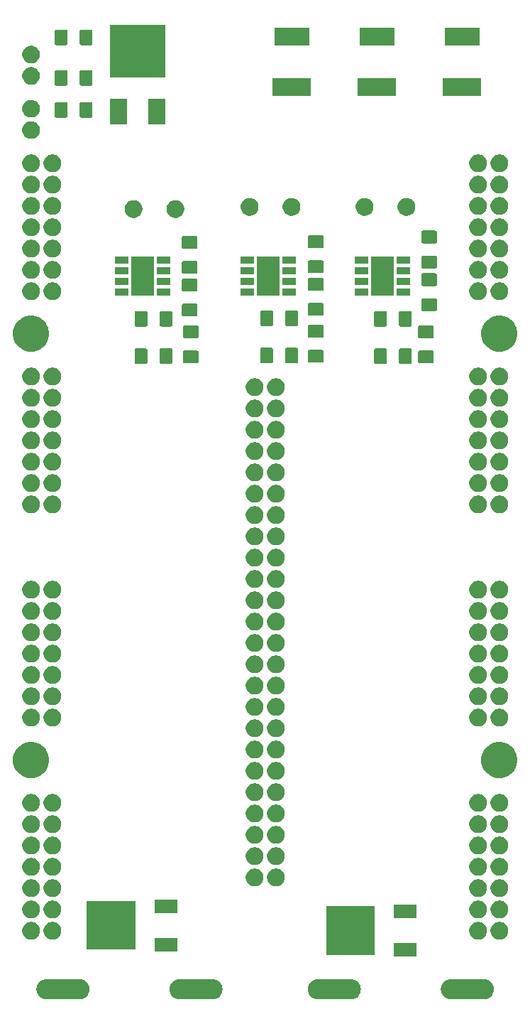
<source format=gts>
G04 #@! TF.GenerationSoftware,KiCad,Pcbnew,(5.0.2)-1*
G04 #@! TF.CreationDate,2019-01-20T08:21:42-05:00*
G04 #@! TF.ProjectId,modular_backplane,6d6f6475-6c61-4725-9f62-61636b706c61,rev?*
G04 #@! TF.SameCoordinates,Original*
G04 #@! TF.FileFunction,Soldermask,Top*
G04 #@! TF.FilePolarity,Negative*
%FSLAX46Y46*%
G04 Gerber Fmt 4.6, Leading zero omitted, Abs format (unit mm)*
G04 Created by KiCad (PCBNEW (5.0.2)-1) date 1/20/2019 8:21:42 AM*
%MOMM*%
%LPD*%
G01*
G04 APERTURE LIST*
%ADD10C,0.100000*%
G04 APERTURE END LIST*
D10*
G36*
X9832498Y-115036160D02*
X10056058Y-115103977D01*
X10262095Y-115214105D01*
X10442686Y-115362314D01*
X10590895Y-115542905D01*
X10701023Y-115748942D01*
X10768840Y-115972502D01*
X10791738Y-116205000D01*
X10768840Y-116437498D01*
X10701023Y-116661058D01*
X10590895Y-116867095D01*
X10442686Y-117047686D01*
X10262095Y-117195895D01*
X10056058Y-117306023D01*
X9832498Y-117373840D01*
X9658263Y-117391000D01*
X5581737Y-117391000D01*
X5407502Y-117373840D01*
X5183942Y-117306023D01*
X4977905Y-117195895D01*
X4797314Y-117047686D01*
X4649105Y-116867095D01*
X4538977Y-116661058D01*
X4471160Y-116437498D01*
X4448262Y-116205000D01*
X4471160Y-115972502D01*
X4538977Y-115748942D01*
X4649105Y-115542905D01*
X4797314Y-115362314D01*
X4977905Y-115214105D01*
X5183942Y-115103977D01*
X5407502Y-115036160D01*
X5581737Y-115019000D01*
X9658263Y-115019000D01*
X9832498Y-115036160D01*
X9832498Y-115036160D01*
G37*
G36*
X42217498Y-115036160D02*
X42441058Y-115103977D01*
X42647095Y-115214105D01*
X42827686Y-115362314D01*
X42975895Y-115542905D01*
X43086023Y-115748942D01*
X43153840Y-115972502D01*
X43176738Y-116205000D01*
X43153840Y-116437498D01*
X43086023Y-116661058D01*
X42975895Y-116867095D01*
X42827686Y-117047686D01*
X42647095Y-117195895D01*
X42441058Y-117306023D01*
X42217498Y-117373840D01*
X42043263Y-117391000D01*
X37966737Y-117391000D01*
X37792502Y-117373840D01*
X37568942Y-117306023D01*
X37362905Y-117195895D01*
X37182314Y-117047686D01*
X37034105Y-116867095D01*
X36923977Y-116661058D01*
X36856160Y-116437498D01*
X36833262Y-116205000D01*
X36856160Y-115972502D01*
X36923977Y-115748942D01*
X37034105Y-115542905D01*
X37182314Y-115362314D01*
X37362905Y-115214105D01*
X37568942Y-115103977D01*
X37792502Y-115036160D01*
X37966737Y-115019000D01*
X42043263Y-115019000D01*
X42217498Y-115036160D01*
X42217498Y-115036160D01*
G37*
G36*
X25707498Y-115036160D02*
X25931058Y-115103977D01*
X26137095Y-115214105D01*
X26317686Y-115362314D01*
X26465895Y-115542905D01*
X26576023Y-115748942D01*
X26643840Y-115972502D01*
X26666738Y-116205000D01*
X26643840Y-116437498D01*
X26576023Y-116661058D01*
X26465895Y-116867095D01*
X26317686Y-117047686D01*
X26137095Y-117195895D01*
X25931058Y-117306023D01*
X25707498Y-117373840D01*
X25533263Y-117391000D01*
X21456737Y-117391000D01*
X21282502Y-117373840D01*
X21058942Y-117306023D01*
X20852905Y-117195895D01*
X20672314Y-117047686D01*
X20524105Y-116867095D01*
X20413977Y-116661058D01*
X20346160Y-116437498D01*
X20323262Y-116205000D01*
X20346160Y-115972502D01*
X20413977Y-115748942D01*
X20524105Y-115542905D01*
X20672314Y-115362314D01*
X20852905Y-115214105D01*
X21058942Y-115103977D01*
X21282502Y-115036160D01*
X21456737Y-115019000D01*
X25533263Y-115019000D01*
X25707498Y-115036160D01*
X25707498Y-115036160D01*
G37*
G36*
X58092498Y-115036160D02*
X58316058Y-115103977D01*
X58522095Y-115214105D01*
X58702686Y-115362314D01*
X58850895Y-115542905D01*
X58961023Y-115748942D01*
X59028840Y-115972502D01*
X59051738Y-116205000D01*
X59028840Y-116437498D01*
X58961023Y-116661058D01*
X58850895Y-116867095D01*
X58702686Y-117047686D01*
X58522095Y-117195895D01*
X58316058Y-117306023D01*
X58092498Y-117373840D01*
X57918263Y-117391000D01*
X53841737Y-117391000D01*
X53667502Y-117373840D01*
X53443942Y-117306023D01*
X53237905Y-117195895D01*
X53057314Y-117047686D01*
X52909105Y-116867095D01*
X52798977Y-116661058D01*
X52731160Y-116437498D01*
X52708262Y-116205000D01*
X52731160Y-115972502D01*
X52798977Y-115748942D01*
X52909105Y-115542905D01*
X53057314Y-115362314D01*
X53237905Y-115214105D01*
X53443942Y-115103977D01*
X53667502Y-115036160D01*
X53841737Y-115019000D01*
X57918263Y-115019000D01*
X58092498Y-115036160D01*
X58092498Y-115036160D01*
G37*
G36*
X49811000Y-112307000D02*
X47109000Y-112307000D01*
X47109000Y-110705000D01*
X49811000Y-110705000D01*
X49811000Y-112307000D01*
X49811000Y-112307000D01*
G37*
G36*
X44811000Y-112121000D02*
X39009000Y-112121000D01*
X39009000Y-106319000D01*
X44811000Y-106319000D01*
X44811000Y-112121000D01*
X44811000Y-112121000D01*
G37*
G36*
X21236000Y-111672000D02*
X18534000Y-111672000D01*
X18534000Y-110070000D01*
X21236000Y-110070000D01*
X21236000Y-111672000D01*
X21236000Y-111672000D01*
G37*
G36*
X16236000Y-111486000D02*
X10434000Y-111486000D01*
X10434000Y-105684000D01*
X16236000Y-105684000D01*
X16236000Y-111486000D01*
X16236000Y-111486000D01*
G37*
G36*
X59999482Y-108199773D02*
X60192571Y-108279753D01*
X60366351Y-108395869D01*
X60514131Y-108543649D01*
X60630247Y-108717429D01*
X60710227Y-108910518D01*
X60751000Y-109115499D01*
X60751000Y-109324501D01*
X60710227Y-109529482D01*
X60630247Y-109722571D01*
X60514131Y-109896351D01*
X60366351Y-110044131D01*
X60192571Y-110160247D01*
X59999482Y-110240227D01*
X59794501Y-110281000D01*
X59585499Y-110281000D01*
X59380518Y-110240227D01*
X59187429Y-110160247D01*
X59013649Y-110044131D01*
X58865869Y-109896351D01*
X58749753Y-109722571D01*
X58669773Y-109529482D01*
X58629000Y-109324501D01*
X58629000Y-109115499D01*
X58669773Y-108910518D01*
X58749753Y-108717429D01*
X58865869Y-108543649D01*
X59013649Y-108395869D01*
X59187429Y-108279753D01*
X59380518Y-108199773D01*
X59585499Y-108159000D01*
X59794501Y-108159000D01*
X59999482Y-108199773D01*
X59999482Y-108199773D01*
G37*
G36*
X57459482Y-108199773D02*
X57652571Y-108279753D01*
X57826351Y-108395869D01*
X57974131Y-108543649D01*
X58090247Y-108717429D01*
X58170227Y-108910518D01*
X58211000Y-109115499D01*
X58211000Y-109324501D01*
X58170227Y-109529482D01*
X58090247Y-109722571D01*
X57974131Y-109896351D01*
X57826351Y-110044131D01*
X57652571Y-110160247D01*
X57459482Y-110240227D01*
X57254501Y-110281000D01*
X57045499Y-110281000D01*
X56840518Y-110240227D01*
X56647429Y-110160247D01*
X56473649Y-110044131D01*
X56325869Y-109896351D01*
X56209753Y-109722571D01*
X56129773Y-109529482D01*
X56089000Y-109324501D01*
X56089000Y-109115499D01*
X56129773Y-108910518D01*
X56209753Y-108717429D01*
X56325869Y-108543649D01*
X56473649Y-108395869D01*
X56647429Y-108279753D01*
X56840518Y-108199773D01*
X57045499Y-108159000D01*
X57254501Y-108159000D01*
X57459482Y-108199773D01*
X57459482Y-108199773D01*
G37*
G36*
X6659482Y-108199773D02*
X6852571Y-108279753D01*
X7026351Y-108395869D01*
X7174131Y-108543649D01*
X7290247Y-108717429D01*
X7370227Y-108910518D01*
X7411000Y-109115499D01*
X7411000Y-109324501D01*
X7370227Y-109529482D01*
X7290247Y-109722571D01*
X7174131Y-109896351D01*
X7026351Y-110044131D01*
X6852571Y-110160247D01*
X6659482Y-110240227D01*
X6454501Y-110281000D01*
X6245499Y-110281000D01*
X6040518Y-110240227D01*
X5847429Y-110160247D01*
X5673649Y-110044131D01*
X5525869Y-109896351D01*
X5409753Y-109722571D01*
X5329773Y-109529482D01*
X5289000Y-109324501D01*
X5289000Y-109115499D01*
X5329773Y-108910518D01*
X5409753Y-108717429D01*
X5525869Y-108543649D01*
X5673649Y-108395869D01*
X5847429Y-108279753D01*
X6040518Y-108199773D01*
X6245499Y-108159000D01*
X6454501Y-108159000D01*
X6659482Y-108199773D01*
X6659482Y-108199773D01*
G37*
G36*
X4119482Y-108199773D02*
X4312571Y-108279753D01*
X4486351Y-108395869D01*
X4634131Y-108543649D01*
X4750247Y-108717429D01*
X4830227Y-108910518D01*
X4871000Y-109115499D01*
X4871000Y-109324501D01*
X4830227Y-109529482D01*
X4750247Y-109722571D01*
X4634131Y-109896351D01*
X4486351Y-110044131D01*
X4312571Y-110160247D01*
X4119482Y-110240227D01*
X3914501Y-110281000D01*
X3705499Y-110281000D01*
X3500518Y-110240227D01*
X3307429Y-110160247D01*
X3133649Y-110044131D01*
X2985869Y-109896351D01*
X2869753Y-109722571D01*
X2789773Y-109529482D01*
X2749000Y-109324501D01*
X2749000Y-109115499D01*
X2789773Y-108910518D01*
X2869753Y-108717429D01*
X2985869Y-108543649D01*
X3133649Y-108395869D01*
X3307429Y-108279753D01*
X3500518Y-108199773D01*
X3705499Y-108159000D01*
X3914501Y-108159000D01*
X4119482Y-108199773D01*
X4119482Y-108199773D01*
G37*
G36*
X57459482Y-105659773D02*
X57652571Y-105739753D01*
X57826351Y-105855869D01*
X57974131Y-106003649D01*
X58090247Y-106177429D01*
X58170227Y-106370518D01*
X58211000Y-106575499D01*
X58211000Y-106784501D01*
X58170227Y-106989482D01*
X58090247Y-107182571D01*
X57974131Y-107356351D01*
X57826351Y-107504131D01*
X57652571Y-107620247D01*
X57459482Y-107700227D01*
X57254501Y-107741000D01*
X57045499Y-107741000D01*
X56840518Y-107700227D01*
X56647429Y-107620247D01*
X56473649Y-107504131D01*
X56325869Y-107356351D01*
X56209753Y-107182571D01*
X56129773Y-106989482D01*
X56089000Y-106784501D01*
X56089000Y-106575499D01*
X56129773Y-106370518D01*
X56209753Y-106177429D01*
X56325869Y-106003649D01*
X56473649Y-105855869D01*
X56647429Y-105739753D01*
X56840518Y-105659773D01*
X57045499Y-105619000D01*
X57254501Y-105619000D01*
X57459482Y-105659773D01*
X57459482Y-105659773D01*
G37*
G36*
X4119482Y-105659773D02*
X4312571Y-105739753D01*
X4486351Y-105855869D01*
X4634131Y-106003649D01*
X4750247Y-106177429D01*
X4830227Y-106370518D01*
X4871000Y-106575499D01*
X4871000Y-106784501D01*
X4830227Y-106989482D01*
X4750247Y-107182571D01*
X4634131Y-107356351D01*
X4486351Y-107504131D01*
X4312571Y-107620247D01*
X4119482Y-107700227D01*
X3914501Y-107741000D01*
X3705499Y-107741000D01*
X3500518Y-107700227D01*
X3307429Y-107620247D01*
X3133649Y-107504131D01*
X2985869Y-107356351D01*
X2869753Y-107182571D01*
X2789773Y-106989482D01*
X2749000Y-106784501D01*
X2749000Y-106575499D01*
X2789773Y-106370518D01*
X2869753Y-106177429D01*
X2985869Y-106003649D01*
X3133649Y-105855869D01*
X3307429Y-105739753D01*
X3500518Y-105659773D01*
X3705499Y-105619000D01*
X3914501Y-105619000D01*
X4119482Y-105659773D01*
X4119482Y-105659773D01*
G37*
G36*
X6659482Y-105659773D02*
X6852571Y-105739753D01*
X7026351Y-105855869D01*
X7174131Y-106003649D01*
X7290247Y-106177429D01*
X7370227Y-106370518D01*
X7411000Y-106575499D01*
X7411000Y-106784501D01*
X7370227Y-106989482D01*
X7290247Y-107182571D01*
X7174131Y-107356351D01*
X7026351Y-107504131D01*
X6852571Y-107620247D01*
X6659482Y-107700227D01*
X6454501Y-107741000D01*
X6245499Y-107741000D01*
X6040518Y-107700227D01*
X5847429Y-107620247D01*
X5673649Y-107504131D01*
X5525869Y-107356351D01*
X5409753Y-107182571D01*
X5329773Y-106989482D01*
X5289000Y-106784501D01*
X5289000Y-106575499D01*
X5329773Y-106370518D01*
X5409753Y-106177429D01*
X5525869Y-106003649D01*
X5673649Y-105855869D01*
X5847429Y-105739753D01*
X6040518Y-105659773D01*
X6245499Y-105619000D01*
X6454501Y-105619000D01*
X6659482Y-105659773D01*
X6659482Y-105659773D01*
G37*
G36*
X59999482Y-105659773D02*
X60192571Y-105739753D01*
X60366351Y-105855869D01*
X60514131Y-106003649D01*
X60630247Y-106177429D01*
X60710227Y-106370518D01*
X60751000Y-106575499D01*
X60751000Y-106784501D01*
X60710227Y-106989482D01*
X60630247Y-107182571D01*
X60514131Y-107356351D01*
X60366351Y-107504131D01*
X60192571Y-107620247D01*
X59999482Y-107700227D01*
X59794501Y-107741000D01*
X59585499Y-107741000D01*
X59380518Y-107700227D01*
X59187429Y-107620247D01*
X59013649Y-107504131D01*
X58865869Y-107356351D01*
X58749753Y-107182571D01*
X58669773Y-106989482D01*
X58629000Y-106784501D01*
X58629000Y-106575499D01*
X58669773Y-106370518D01*
X58749753Y-106177429D01*
X58865869Y-106003649D01*
X59013649Y-105855869D01*
X59187429Y-105739753D01*
X59380518Y-105659773D01*
X59585499Y-105619000D01*
X59794501Y-105619000D01*
X59999482Y-105659773D01*
X59999482Y-105659773D01*
G37*
G36*
X49811000Y-107735000D02*
X47109000Y-107735000D01*
X47109000Y-106133000D01*
X49811000Y-106133000D01*
X49811000Y-107735000D01*
X49811000Y-107735000D01*
G37*
G36*
X21236000Y-107100000D02*
X18534000Y-107100000D01*
X18534000Y-105498000D01*
X21236000Y-105498000D01*
X21236000Y-107100000D01*
X21236000Y-107100000D01*
G37*
G36*
X4119482Y-103119773D02*
X4312571Y-103199753D01*
X4486351Y-103315869D01*
X4634131Y-103463649D01*
X4750247Y-103637429D01*
X4830227Y-103830518D01*
X4871000Y-104035499D01*
X4871000Y-104244501D01*
X4830227Y-104449482D01*
X4750247Y-104642571D01*
X4634131Y-104816351D01*
X4486351Y-104964131D01*
X4312571Y-105080247D01*
X4119482Y-105160227D01*
X3914501Y-105201000D01*
X3705499Y-105201000D01*
X3500518Y-105160227D01*
X3307429Y-105080247D01*
X3133649Y-104964131D01*
X2985869Y-104816351D01*
X2869753Y-104642571D01*
X2789773Y-104449482D01*
X2749000Y-104244501D01*
X2749000Y-104035499D01*
X2789773Y-103830518D01*
X2869753Y-103637429D01*
X2985869Y-103463649D01*
X3133649Y-103315869D01*
X3307429Y-103199753D01*
X3500518Y-103119773D01*
X3705499Y-103079000D01*
X3914501Y-103079000D01*
X4119482Y-103119773D01*
X4119482Y-103119773D01*
G37*
G36*
X6659482Y-103119773D02*
X6852571Y-103199753D01*
X7026351Y-103315869D01*
X7174131Y-103463649D01*
X7290247Y-103637429D01*
X7370227Y-103830518D01*
X7411000Y-104035499D01*
X7411000Y-104244501D01*
X7370227Y-104449482D01*
X7290247Y-104642571D01*
X7174131Y-104816351D01*
X7026351Y-104964131D01*
X6852571Y-105080247D01*
X6659482Y-105160227D01*
X6454501Y-105201000D01*
X6245499Y-105201000D01*
X6040518Y-105160227D01*
X5847429Y-105080247D01*
X5673649Y-104964131D01*
X5525869Y-104816351D01*
X5409753Y-104642571D01*
X5329773Y-104449482D01*
X5289000Y-104244501D01*
X5289000Y-104035499D01*
X5329773Y-103830518D01*
X5409753Y-103637429D01*
X5525869Y-103463649D01*
X5673649Y-103315869D01*
X5847429Y-103199753D01*
X6040518Y-103119773D01*
X6245499Y-103079000D01*
X6454501Y-103079000D01*
X6659482Y-103119773D01*
X6659482Y-103119773D01*
G37*
G36*
X57459482Y-103119773D02*
X57652571Y-103199753D01*
X57826351Y-103315869D01*
X57974131Y-103463649D01*
X58090247Y-103637429D01*
X58170227Y-103830518D01*
X58211000Y-104035499D01*
X58211000Y-104244501D01*
X58170227Y-104449482D01*
X58090247Y-104642571D01*
X57974131Y-104816351D01*
X57826351Y-104964131D01*
X57652571Y-105080247D01*
X57459482Y-105160227D01*
X57254501Y-105201000D01*
X57045499Y-105201000D01*
X56840518Y-105160227D01*
X56647429Y-105080247D01*
X56473649Y-104964131D01*
X56325869Y-104816351D01*
X56209753Y-104642571D01*
X56129773Y-104449482D01*
X56089000Y-104244501D01*
X56089000Y-104035499D01*
X56129773Y-103830518D01*
X56209753Y-103637429D01*
X56325869Y-103463649D01*
X56473649Y-103315869D01*
X56647429Y-103199753D01*
X56840518Y-103119773D01*
X57045499Y-103079000D01*
X57254501Y-103079000D01*
X57459482Y-103119773D01*
X57459482Y-103119773D01*
G37*
G36*
X59999482Y-103119773D02*
X60192571Y-103199753D01*
X60366351Y-103315869D01*
X60514131Y-103463649D01*
X60630247Y-103637429D01*
X60710227Y-103830518D01*
X60751000Y-104035499D01*
X60751000Y-104244501D01*
X60710227Y-104449482D01*
X60630247Y-104642571D01*
X60514131Y-104816351D01*
X60366351Y-104964131D01*
X60192571Y-105080247D01*
X59999482Y-105160227D01*
X59794501Y-105201000D01*
X59585499Y-105201000D01*
X59380518Y-105160227D01*
X59187429Y-105080247D01*
X59013649Y-104964131D01*
X58865869Y-104816351D01*
X58749753Y-104642571D01*
X58669773Y-104449482D01*
X58629000Y-104244501D01*
X58629000Y-104035499D01*
X58669773Y-103830518D01*
X58749753Y-103637429D01*
X58865869Y-103463649D01*
X59013649Y-103315869D01*
X59187429Y-103199753D01*
X59380518Y-103119773D01*
X59585499Y-103079000D01*
X59794501Y-103079000D01*
X59999482Y-103119773D01*
X59999482Y-103119773D01*
G37*
G36*
X30789482Y-101849773D02*
X30982571Y-101929753D01*
X31156351Y-102045869D01*
X31304131Y-102193649D01*
X31420247Y-102367429D01*
X31500227Y-102560518D01*
X31541000Y-102765499D01*
X31541000Y-102974501D01*
X31500227Y-103179482D01*
X31420247Y-103372571D01*
X31304131Y-103546351D01*
X31156351Y-103694131D01*
X30982571Y-103810247D01*
X30789482Y-103890227D01*
X30584501Y-103931000D01*
X30375499Y-103931000D01*
X30170518Y-103890227D01*
X29977429Y-103810247D01*
X29803649Y-103694131D01*
X29655869Y-103546351D01*
X29539753Y-103372571D01*
X29459773Y-103179482D01*
X29419000Y-102974501D01*
X29419000Y-102765499D01*
X29459773Y-102560518D01*
X29539753Y-102367429D01*
X29655869Y-102193649D01*
X29803649Y-102045869D01*
X29977429Y-101929753D01*
X30170518Y-101849773D01*
X30375499Y-101809000D01*
X30584501Y-101809000D01*
X30789482Y-101849773D01*
X30789482Y-101849773D01*
G37*
G36*
X33329482Y-101849773D02*
X33522571Y-101929753D01*
X33696351Y-102045869D01*
X33844131Y-102193649D01*
X33960247Y-102367429D01*
X34040227Y-102560518D01*
X34081000Y-102765499D01*
X34081000Y-102974501D01*
X34040227Y-103179482D01*
X33960247Y-103372571D01*
X33844131Y-103546351D01*
X33696351Y-103694131D01*
X33522571Y-103810247D01*
X33329482Y-103890227D01*
X33124501Y-103931000D01*
X32915499Y-103931000D01*
X32710518Y-103890227D01*
X32517429Y-103810247D01*
X32343649Y-103694131D01*
X32195869Y-103546351D01*
X32079753Y-103372571D01*
X31999773Y-103179482D01*
X31959000Y-102974501D01*
X31959000Y-102765499D01*
X31999773Y-102560518D01*
X32079753Y-102367429D01*
X32195869Y-102193649D01*
X32343649Y-102045869D01*
X32517429Y-101929753D01*
X32710518Y-101849773D01*
X32915499Y-101809000D01*
X33124501Y-101809000D01*
X33329482Y-101849773D01*
X33329482Y-101849773D01*
G37*
G36*
X6659482Y-100579773D02*
X6852571Y-100659753D01*
X7026351Y-100775869D01*
X7174131Y-100923649D01*
X7290247Y-101097429D01*
X7370227Y-101290518D01*
X7411000Y-101495499D01*
X7411000Y-101704501D01*
X7370227Y-101909482D01*
X7290247Y-102102571D01*
X7174131Y-102276351D01*
X7026351Y-102424131D01*
X6852571Y-102540247D01*
X6659482Y-102620227D01*
X6454501Y-102661000D01*
X6245499Y-102661000D01*
X6040518Y-102620227D01*
X5847429Y-102540247D01*
X5673649Y-102424131D01*
X5525869Y-102276351D01*
X5409753Y-102102571D01*
X5329773Y-101909482D01*
X5289000Y-101704501D01*
X5289000Y-101495499D01*
X5329773Y-101290518D01*
X5409753Y-101097429D01*
X5525869Y-100923649D01*
X5673649Y-100775869D01*
X5847429Y-100659753D01*
X6040518Y-100579773D01*
X6245499Y-100539000D01*
X6454501Y-100539000D01*
X6659482Y-100579773D01*
X6659482Y-100579773D01*
G37*
G36*
X4119482Y-100579773D02*
X4312571Y-100659753D01*
X4486351Y-100775869D01*
X4634131Y-100923649D01*
X4750247Y-101097429D01*
X4830227Y-101290518D01*
X4871000Y-101495499D01*
X4871000Y-101704501D01*
X4830227Y-101909482D01*
X4750247Y-102102571D01*
X4634131Y-102276351D01*
X4486351Y-102424131D01*
X4312571Y-102540247D01*
X4119482Y-102620227D01*
X3914501Y-102661000D01*
X3705499Y-102661000D01*
X3500518Y-102620227D01*
X3307429Y-102540247D01*
X3133649Y-102424131D01*
X2985869Y-102276351D01*
X2869753Y-102102571D01*
X2789773Y-101909482D01*
X2749000Y-101704501D01*
X2749000Y-101495499D01*
X2789773Y-101290518D01*
X2869753Y-101097429D01*
X2985869Y-100923649D01*
X3133649Y-100775869D01*
X3307429Y-100659753D01*
X3500518Y-100579773D01*
X3705499Y-100539000D01*
X3914501Y-100539000D01*
X4119482Y-100579773D01*
X4119482Y-100579773D01*
G37*
G36*
X59999482Y-100579773D02*
X60192571Y-100659753D01*
X60366351Y-100775869D01*
X60514131Y-100923649D01*
X60630247Y-101097429D01*
X60710227Y-101290518D01*
X60751000Y-101495499D01*
X60751000Y-101704501D01*
X60710227Y-101909482D01*
X60630247Y-102102571D01*
X60514131Y-102276351D01*
X60366351Y-102424131D01*
X60192571Y-102540247D01*
X59999482Y-102620227D01*
X59794501Y-102661000D01*
X59585499Y-102661000D01*
X59380518Y-102620227D01*
X59187429Y-102540247D01*
X59013649Y-102424131D01*
X58865869Y-102276351D01*
X58749753Y-102102571D01*
X58669773Y-101909482D01*
X58629000Y-101704501D01*
X58629000Y-101495499D01*
X58669773Y-101290518D01*
X58749753Y-101097429D01*
X58865869Y-100923649D01*
X59013649Y-100775869D01*
X59187429Y-100659753D01*
X59380518Y-100579773D01*
X59585499Y-100539000D01*
X59794501Y-100539000D01*
X59999482Y-100579773D01*
X59999482Y-100579773D01*
G37*
G36*
X57459482Y-100579773D02*
X57652571Y-100659753D01*
X57826351Y-100775869D01*
X57974131Y-100923649D01*
X58090247Y-101097429D01*
X58170227Y-101290518D01*
X58211000Y-101495499D01*
X58211000Y-101704501D01*
X58170227Y-101909482D01*
X58090247Y-102102571D01*
X57974131Y-102276351D01*
X57826351Y-102424131D01*
X57652571Y-102540247D01*
X57459482Y-102620227D01*
X57254501Y-102661000D01*
X57045499Y-102661000D01*
X56840518Y-102620227D01*
X56647429Y-102540247D01*
X56473649Y-102424131D01*
X56325869Y-102276351D01*
X56209753Y-102102571D01*
X56129773Y-101909482D01*
X56089000Y-101704501D01*
X56089000Y-101495499D01*
X56129773Y-101290518D01*
X56209753Y-101097429D01*
X56325869Y-100923649D01*
X56473649Y-100775869D01*
X56647429Y-100659753D01*
X56840518Y-100579773D01*
X57045499Y-100539000D01*
X57254501Y-100539000D01*
X57459482Y-100579773D01*
X57459482Y-100579773D01*
G37*
G36*
X33329482Y-99309773D02*
X33522571Y-99389753D01*
X33696351Y-99505869D01*
X33844131Y-99653649D01*
X33960247Y-99827429D01*
X34040227Y-100020518D01*
X34081000Y-100225499D01*
X34081000Y-100434501D01*
X34040227Y-100639482D01*
X33960247Y-100832571D01*
X33844131Y-101006351D01*
X33696351Y-101154131D01*
X33522571Y-101270247D01*
X33329482Y-101350227D01*
X33124501Y-101391000D01*
X32915499Y-101391000D01*
X32710518Y-101350227D01*
X32517429Y-101270247D01*
X32343649Y-101154131D01*
X32195869Y-101006351D01*
X32079753Y-100832571D01*
X31999773Y-100639482D01*
X31959000Y-100434501D01*
X31959000Y-100225499D01*
X31999773Y-100020518D01*
X32079753Y-99827429D01*
X32195869Y-99653649D01*
X32343649Y-99505869D01*
X32517429Y-99389753D01*
X32710518Y-99309773D01*
X32915499Y-99269000D01*
X33124501Y-99269000D01*
X33329482Y-99309773D01*
X33329482Y-99309773D01*
G37*
G36*
X30789482Y-99309773D02*
X30982571Y-99389753D01*
X31156351Y-99505869D01*
X31304131Y-99653649D01*
X31420247Y-99827429D01*
X31500227Y-100020518D01*
X31541000Y-100225499D01*
X31541000Y-100434501D01*
X31500227Y-100639482D01*
X31420247Y-100832571D01*
X31304131Y-101006351D01*
X31156351Y-101154131D01*
X30982571Y-101270247D01*
X30789482Y-101350227D01*
X30584501Y-101391000D01*
X30375499Y-101391000D01*
X30170518Y-101350227D01*
X29977429Y-101270247D01*
X29803649Y-101154131D01*
X29655869Y-101006351D01*
X29539753Y-100832571D01*
X29459773Y-100639482D01*
X29419000Y-100434501D01*
X29419000Y-100225499D01*
X29459773Y-100020518D01*
X29539753Y-99827429D01*
X29655869Y-99653649D01*
X29803649Y-99505869D01*
X29977429Y-99389753D01*
X30170518Y-99309773D01*
X30375499Y-99269000D01*
X30584501Y-99269000D01*
X30789482Y-99309773D01*
X30789482Y-99309773D01*
G37*
G36*
X57459482Y-98039773D02*
X57652571Y-98119753D01*
X57826351Y-98235869D01*
X57974131Y-98383649D01*
X58090247Y-98557429D01*
X58170227Y-98750518D01*
X58211000Y-98955499D01*
X58211000Y-99164501D01*
X58170227Y-99369482D01*
X58090247Y-99562571D01*
X57974131Y-99736351D01*
X57826351Y-99884131D01*
X57652571Y-100000247D01*
X57459482Y-100080227D01*
X57254501Y-100121000D01*
X57045499Y-100121000D01*
X56840518Y-100080227D01*
X56647429Y-100000247D01*
X56473649Y-99884131D01*
X56325869Y-99736351D01*
X56209753Y-99562571D01*
X56129773Y-99369482D01*
X56089000Y-99164501D01*
X56089000Y-98955499D01*
X56129773Y-98750518D01*
X56209753Y-98557429D01*
X56325869Y-98383649D01*
X56473649Y-98235869D01*
X56647429Y-98119753D01*
X56840518Y-98039773D01*
X57045499Y-97999000D01*
X57254501Y-97999000D01*
X57459482Y-98039773D01*
X57459482Y-98039773D01*
G37*
G36*
X59999482Y-98039773D02*
X60192571Y-98119753D01*
X60366351Y-98235869D01*
X60514131Y-98383649D01*
X60630247Y-98557429D01*
X60710227Y-98750518D01*
X60751000Y-98955499D01*
X60751000Y-99164501D01*
X60710227Y-99369482D01*
X60630247Y-99562571D01*
X60514131Y-99736351D01*
X60366351Y-99884131D01*
X60192571Y-100000247D01*
X59999482Y-100080227D01*
X59794501Y-100121000D01*
X59585499Y-100121000D01*
X59380518Y-100080227D01*
X59187429Y-100000247D01*
X59013649Y-99884131D01*
X58865869Y-99736351D01*
X58749753Y-99562571D01*
X58669773Y-99369482D01*
X58629000Y-99164501D01*
X58629000Y-98955499D01*
X58669773Y-98750518D01*
X58749753Y-98557429D01*
X58865869Y-98383649D01*
X59013649Y-98235869D01*
X59187429Y-98119753D01*
X59380518Y-98039773D01*
X59585499Y-97999000D01*
X59794501Y-97999000D01*
X59999482Y-98039773D01*
X59999482Y-98039773D01*
G37*
G36*
X6659482Y-98039773D02*
X6852571Y-98119753D01*
X7026351Y-98235869D01*
X7174131Y-98383649D01*
X7290247Y-98557429D01*
X7370227Y-98750518D01*
X7411000Y-98955499D01*
X7411000Y-99164501D01*
X7370227Y-99369482D01*
X7290247Y-99562571D01*
X7174131Y-99736351D01*
X7026351Y-99884131D01*
X6852571Y-100000247D01*
X6659482Y-100080227D01*
X6454501Y-100121000D01*
X6245499Y-100121000D01*
X6040518Y-100080227D01*
X5847429Y-100000247D01*
X5673649Y-99884131D01*
X5525869Y-99736351D01*
X5409753Y-99562571D01*
X5329773Y-99369482D01*
X5289000Y-99164501D01*
X5289000Y-98955499D01*
X5329773Y-98750518D01*
X5409753Y-98557429D01*
X5525869Y-98383649D01*
X5673649Y-98235869D01*
X5847429Y-98119753D01*
X6040518Y-98039773D01*
X6245499Y-97999000D01*
X6454501Y-97999000D01*
X6659482Y-98039773D01*
X6659482Y-98039773D01*
G37*
G36*
X4119482Y-98039773D02*
X4312571Y-98119753D01*
X4486351Y-98235869D01*
X4634131Y-98383649D01*
X4750247Y-98557429D01*
X4830227Y-98750518D01*
X4871000Y-98955499D01*
X4871000Y-99164501D01*
X4830227Y-99369482D01*
X4750247Y-99562571D01*
X4634131Y-99736351D01*
X4486351Y-99884131D01*
X4312571Y-100000247D01*
X4119482Y-100080227D01*
X3914501Y-100121000D01*
X3705499Y-100121000D01*
X3500518Y-100080227D01*
X3307429Y-100000247D01*
X3133649Y-99884131D01*
X2985869Y-99736351D01*
X2869753Y-99562571D01*
X2789773Y-99369482D01*
X2749000Y-99164501D01*
X2749000Y-98955499D01*
X2789773Y-98750518D01*
X2869753Y-98557429D01*
X2985869Y-98383649D01*
X3133649Y-98235869D01*
X3307429Y-98119753D01*
X3500518Y-98039773D01*
X3705499Y-97999000D01*
X3914501Y-97999000D01*
X4119482Y-98039773D01*
X4119482Y-98039773D01*
G37*
G36*
X30789482Y-96769773D02*
X30982571Y-96849753D01*
X31156351Y-96965869D01*
X31304131Y-97113649D01*
X31420247Y-97287429D01*
X31500227Y-97480518D01*
X31541000Y-97685499D01*
X31541000Y-97894501D01*
X31500227Y-98099482D01*
X31420247Y-98292571D01*
X31304131Y-98466351D01*
X31156351Y-98614131D01*
X30982571Y-98730247D01*
X30789482Y-98810227D01*
X30584501Y-98851000D01*
X30375499Y-98851000D01*
X30170518Y-98810227D01*
X29977429Y-98730247D01*
X29803649Y-98614131D01*
X29655869Y-98466351D01*
X29539753Y-98292571D01*
X29459773Y-98099482D01*
X29419000Y-97894501D01*
X29419000Y-97685499D01*
X29459773Y-97480518D01*
X29539753Y-97287429D01*
X29655869Y-97113649D01*
X29803649Y-96965869D01*
X29977429Y-96849753D01*
X30170518Y-96769773D01*
X30375499Y-96729000D01*
X30584501Y-96729000D01*
X30789482Y-96769773D01*
X30789482Y-96769773D01*
G37*
G36*
X33329482Y-96769773D02*
X33522571Y-96849753D01*
X33696351Y-96965869D01*
X33844131Y-97113649D01*
X33960247Y-97287429D01*
X34040227Y-97480518D01*
X34081000Y-97685499D01*
X34081000Y-97894501D01*
X34040227Y-98099482D01*
X33960247Y-98292571D01*
X33844131Y-98466351D01*
X33696351Y-98614131D01*
X33522571Y-98730247D01*
X33329482Y-98810227D01*
X33124501Y-98851000D01*
X32915499Y-98851000D01*
X32710518Y-98810227D01*
X32517429Y-98730247D01*
X32343649Y-98614131D01*
X32195869Y-98466351D01*
X32079753Y-98292571D01*
X31999773Y-98099482D01*
X31959000Y-97894501D01*
X31959000Y-97685499D01*
X31999773Y-97480518D01*
X32079753Y-97287429D01*
X32195869Y-97113649D01*
X32343649Y-96965869D01*
X32517429Y-96849753D01*
X32710518Y-96769773D01*
X32915499Y-96729000D01*
X33124501Y-96729000D01*
X33329482Y-96769773D01*
X33329482Y-96769773D01*
G37*
G36*
X4119482Y-95499773D02*
X4312571Y-95579753D01*
X4486351Y-95695869D01*
X4634131Y-95843649D01*
X4750247Y-96017429D01*
X4830227Y-96210518D01*
X4871000Y-96415499D01*
X4871000Y-96624501D01*
X4830227Y-96829482D01*
X4750247Y-97022571D01*
X4634131Y-97196351D01*
X4486351Y-97344131D01*
X4312571Y-97460247D01*
X4119482Y-97540227D01*
X3914501Y-97581000D01*
X3705499Y-97581000D01*
X3500518Y-97540227D01*
X3307429Y-97460247D01*
X3133649Y-97344131D01*
X2985869Y-97196351D01*
X2869753Y-97022571D01*
X2789773Y-96829482D01*
X2749000Y-96624501D01*
X2749000Y-96415499D01*
X2789773Y-96210518D01*
X2869753Y-96017429D01*
X2985869Y-95843649D01*
X3133649Y-95695869D01*
X3307429Y-95579753D01*
X3500518Y-95499773D01*
X3705499Y-95459000D01*
X3914501Y-95459000D01*
X4119482Y-95499773D01*
X4119482Y-95499773D01*
G37*
G36*
X6659482Y-95499773D02*
X6852571Y-95579753D01*
X7026351Y-95695869D01*
X7174131Y-95843649D01*
X7290247Y-96017429D01*
X7370227Y-96210518D01*
X7411000Y-96415499D01*
X7411000Y-96624501D01*
X7370227Y-96829482D01*
X7290247Y-97022571D01*
X7174131Y-97196351D01*
X7026351Y-97344131D01*
X6852571Y-97460247D01*
X6659482Y-97540227D01*
X6454501Y-97581000D01*
X6245499Y-97581000D01*
X6040518Y-97540227D01*
X5847429Y-97460247D01*
X5673649Y-97344131D01*
X5525869Y-97196351D01*
X5409753Y-97022571D01*
X5329773Y-96829482D01*
X5289000Y-96624501D01*
X5289000Y-96415499D01*
X5329773Y-96210518D01*
X5409753Y-96017429D01*
X5525869Y-95843649D01*
X5673649Y-95695869D01*
X5847429Y-95579753D01*
X6040518Y-95499773D01*
X6245499Y-95459000D01*
X6454501Y-95459000D01*
X6659482Y-95499773D01*
X6659482Y-95499773D01*
G37*
G36*
X59999482Y-95499773D02*
X60192571Y-95579753D01*
X60366351Y-95695869D01*
X60514131Y-95843649D01*
X60630247Y-96017429D01*
X60710227Y-96210518D01*
X60751000Y-96415499D01*
X60751000Y-96624501D01*
X60710227Y-96829482D01*
X60630247Y-97022571D01*
X60514131Y-97196351D01*
X60366351Y-97344131D01*
X60192571Y-97460247D01*
X59999482Y-97540227D01*
X59794501Y-97581000D01*
X59585499Y-97581000D01*
X59380518Y-97540227D01*
X59187429Y-97460247D01*
X59013649Y-97344131D01*
X58865869Y-97196351D01*
X58749753Y-97022571D01*
X58669773Y-96829482D01*
X58629000Y-96624501D01*
X58629000Y-96415499D01*
X58669773Y-96210518D01*
X58749753Y-96017429D01*
X58865869Y-95843649D01*
X59013649Y-95695869D01*
X59187429Y-95579753D01*
X59380518Y-95499773D01*
X59585499Y-95459000D01*
X59794501Y-95459000D01*
X59999482Y-95499773D01*
X59999482Y-95499773D01*
G37*
G36*
X57459482Y-95499773D02*
X57652571Y-95579753D01*
X57826351Y-95695869D01*
X57974131Y-95843649D01*
X58090247Y-96017429D01*
X58170227Y-96210518D01*
X58211000Y-96415499D01*
X58211000Y-96624501D01*
X58170227Y-96829482D01*
X58090247Y-97022571D01*
X57974131Y-97196351D01*
X57826351Y-97344131D01*
X57652571Y-97460247D01*
X57459482Y-97540227D01*
X57254501Y-97581000D01*
X57045499Y-97581000D01*
X56840518Y-97540227D01*
X56647429Y-97460247D01*
X56473649Y-97344131D01*
X56325869Y-97196351D01*
X56209753Y-97022571D01*
X56129773Y-96829482D01*
X56089000Y-96624501D01*
X56089000Y-96415499D01*
X56129773Y-96210518D01*
X56209753Y-96017429D01*
X56325869Y-95843649D01*
X56473649Y-95695869D01*
X56647429Y-95579753D01*
X56840518Y-95499773D01*
X57045499Y-95459000D01*
X57254501Y-95459000D01*
X57459482Y-95499773D01*
X57459482Y-95499773D01*
G37*
G36*
X30789482Y-94229773D02*
X30982571Y-94309753D01*
X31156351Y-94425869D01*
X31304131Y-94573649D01*
X31420247Y-94747429D01*
X31500227Y-94940518D01*
X31541000Y-95145499D01*
X31541000Y-95354501D01*
X31500227Y-95559482D01*
X31420247Y-95752571D01*
X31304131Y-95926351D01*
X31156351Y-96074131D01*
X30982571Y-96190247D01*
X30789482Y-96270227D01*
X30584501Y-96311000D01*
X30375499Y-96311000D01*
X30170518Y-96270227D01*
X29977429Y-96190247D01*
X29803649Y-96074131D01*
X29655869Y-95926351D01*
X29539753Y-95752571D01*
X29459773Y-95559482D01*
X29419000Y-95354501D01*
X29419000Y-95145499D01*
X29459773Y-94940518D01*
X29539753Y-94747429D01*
X29655869Y-94573649D01*
X29803649Y-94425869D01*
X29977429Y-94309753D01*
X30170518Y-94229773D01*
X30375499Y-94189000D01*
X30584501Y-94189000D01*
X30789482Y-94229773D01*
X30789482Y-94229773D01*
G37*
G36*
X33329482Y-94229773D02*
X33522571Y-94309753D01*
X33696351Y-94425869D01*
X33844131Y-94573649D01*
X33960247Y-94747429D01*
X34040227Y-94940518D01*
X34081000Y-95145499D01*
X34081000Y-95354501D01*
X34040227Y-95559482D01*
X33960247Y-95752571D01*
X33844131Y-95926351D01*
X33696351Y-96074131D01*
X33522571Y-96190247D01*
X33329482Y-96270227D01*
X33124501Y-96311000D01*
X32915499Y-96311000D01*
X32710518Y-96270227D01*
X32517429Y-96190247D01*
X32343649Y-96074131D01*
X32195869Y-95926351D01*
X32079753Y-95752571D01*
X31999773Y-95559482D01*
X31959000Y-95354501D01*
X31959000Y-95145499D01*
X31999773Y-94940518D01*
X32079753Y-94747429D01*
X32195869Y-94573649D01*
X32343649Y-94425869D01*
X32517429Y-94309753D01*
X32710518Y-94229773D01*
X32915499Y-94189000D01*
X33124501Y-94189000D01*
X33329482Y-94229773D01*
X33329482Y-94229773D01*
G37*
G36*
X6659482Y-92959773D02*
X6852571Y-93039753D01*
X7026351Y-93155869D01*
X7174131Y-93303649D01*
X7290247Y-93477429D01*
X7370227Y-93670518D01*
X7411000Y-93875499D01*
X7411000Y-94084501D01*
X7370227Y-94289482D01*
X7290247Y-94482571D01*
X7174131Y-94656351D01*
X7026351Y-94804131D01*
X6852571Y-94920247D01*
X6659482Y-95000227D01*
X6454501Y-95041000D01*
X6245499Y-95041000D01*
X6040518Y-95000227D01*
X5847429Y-94920247D01*
X5673649Y-94804131D01*
X5525869Y-94656351D01*
X5409753Y-94482571D01*
X5329773Y-94289482D01*
X5289000Y-94084501D01*
X5289000Y-93875499D01*
X5329773Y-93670518D01*
X5409753Y-93477429D01*
X5525869Y-93303649D01*
X5673649Y-93155869D01*
X5847429Y-93039753D01*
X6040518Y-92959773D01*
X6245499Y-92919000D01*
X6454501Y-92919000D01*
X6659482Y-92959773D01*
X6659482Y-92959773D01*
G37*
G36*
X4119482Y-92959773D02*
X4312571Y-93039753D01*
X4486351Y-93155869D01*
X4634131Y-93303649D01*
X4750247Y-93477429D01*
X4830227Y-93670518D01*
X4871000Y-93875499D01*
X4871000Y-94084501D01*
X4830227Y-94289482D01*
X4750247Y-94482571D01*
X4634131Y-94656351D01*
X4486351Y-94804131D01*
X4312571Y-94920247D01*
X4119482Y-95000227D01*
X3914501Y-95041000D01*
X3705499Y-95041000D01*
X3500518Y-95000227D01*
X3307429Y-94920247D01*
X3133649Y-94804131D01*
X2985869Y-94656351D01*
X2869753Y-94482571D01*
X2789773Y-94289482D01*
X2749000Y-94084501D01*
X2749000Y-93875499D01*
X2789773Y-93670518D01*
X2869753Y-93477429D01*
X2985869Y-93303649D01*
X3133649Y-93155869D01*
X3307429Y-93039753D01*
X3500518Y-92959773D01*
X3705499Y-92919000D01*
X3914501Y-92919000D01*
X4119482Y-92959773D01*
X4119482Y-92959773D01*
G37*
G36*
X57459482Y-92959773D02*
X57652571Y-93039753D01*
X57826351Y-93155869D01*
X57974131Y-93303649D01*
X58090247Y-93477429D01*
X58170227Y-93670518D01*
X58211000Y-93875499D01*
X58211000Y-94084501D01*
X58170227Y-94289482D01*
X58090247Y-94482571D01*
X57974131Y-94656351D01*
X57826351Y-94804131D01*
X57652571Y-94920247D01*
X57459482Y-95000227D01*
X57254501Y-95041000D01*
X57045499Y-95041000D01*
X56840518Y-95000227D01*
X56647429Y-94920247D01*
X56473649Y-94804131D01*
X56325869Y-94656351D01*
X56209753Y-94482571D01*
X56129773Y-94289482D01*
X56089000Y-94084501D01*
X56089000Y-93875499D01*
X56129773Y-93670518D01*
X56209753Y-93477429D01*
X56325869Y-93303649D01*
X56473649Y-93155869D01*
X56647429Y-93039753D01*
X56840518Y-92959773D01*
X57045499Y-92919000D01*
X57254501Y-92919000D01*
X57459482Y-92959773D01*
X57459482Y-92959773D01*
G37*
G36*
X59999482Y-92959773D02*
X60192571Y-93039753D01*
X60366351Y-93155869D01*
X60514131Y-93303649D01*
X60630247Y-93477429D01*
X60710227Y-93670518D01*
X60751000Y-93875499D01*
X60751000Y-94084501D01*
X60710227Y-94289482D01*
X60630247Y-94482571D01*
X60514131Y-94656351D01*
X60366351Y-94804131D01*
X60192571Y-94920247D01*
X59999482Y-95000227D01*
X59794501Y-95041000D01*
X59585499Y-95041000D01*
X59380518Y-95000227D01*
X59187429Y-94920247D01*
X59013649Y-94804131D01*
X58865869Y-94656351D01*
X58749753Y-94482571D01*
X58669773Y-94289482D01*
X58629000Y-94084501D01*
X58629000Y-93875499D01*
X58669773Y-93670518D01*
X58749753Y-93477429D01*
X58865869Y-93303649D01*
X59013649Y-93155869D01*
X59187429Y-93039753D01*
X59380518Y-92959773D01*
X59585499Y-92919000D01*
X59794501Y-92919000D01*
X59999482Y-92959773D01*
X59999482Y-92959773D01*
G37*
G36*
X30789482Y-91689773D02*
X30982571Y-91769753D01*
X31156351Y-91885869D01*
X31304131Y-92033649D01*
X31420247Y-92207429D01*
X31500227Y-92400518D01*
X31541000Y-92605499D01*
X31541000Y-92814501D01*
X31500227Y-93019482D01*
X31420247Y-93212571D01*
X31304131Y-93386351D01*
X31156351Y-93534131D01*
X30982571Y-93650247D01*
X30789482Y-93730227D01*
X30584501Y-93771000D01*
X30375499Y-93771000D01*
X30170518Y-93730227D01*
X29977429Y-93650247D01*
X29803649Y-93534131D01*
X29655869Y-93386351D01*
X29539753Y-93212571D01*
X29459773Y-93019482D01*
X29419000Y-92814501D01*
X29419000Y-92605499D01*
X29459773Y-92400518D01*
X29539753Y-92207429D01*
X29655869Y-92033649D01*
X29803649Y-91885869D01*
X29977429Y-91769753D01*
X30170518Y-91689773D01*
X30375499Y-91649000D01*
X30584501Y-91649000D01*
X30789482Y-91689773D01*
X30789482Y-91689773D01*
G37*
G36*
X33329482Y-91689773D02*
X33522571Y-91769753D01*
X33696351Y-91885869D01*
X33844131Y-92033649D01*
X33960247Y-92207429D01*
X34040227Y-92400518D01*
X34081000Y-92605499D01*
X34081000Y-92814501D01*
X34040227Y-93019482D01*
X33960247Y-93212571D01*
X33844131Y-93386351D01*
X33696351Y-93534131D01*
X33522571Y-93650247D01*
X33329482Y-93730227D01*
X33124501Y-93771000D01*
X32915499Y-93771000D01*
X32710518Y-93730227D01*
X32517429Y-93650247D01*
X32343649Y-93534131D01*
X32195869Y-93386351D01*
X32079753Y-93212571D01*
X31999773Y-93019482D01*
X31959000Y-92814501D01*
X31959000Y-92605499D01*
X31999773Y-92400518D01*
X32079753Y-92207429D01*
X32195869Y-92033649D01*
X32343649Y-91885869D01*
X32517429Y-91769753D01*
X32710518Y-91689773D01*
X32915499Y-91649000D01*
X33124501Y-91649000D01*
X33329482Y-91689773D01*
X33329482Y-91689773D01*
G37*
G36*
X30789482Y-89149773D02*
X30982571Y-89229753D01*
X31156351Y-89345869D01*
X31304131Y-89493649D01*
X31420247Y-89667429D01*
X31500227Y-89860518D01*
X31541000Y-90065499D01*
X31541000Y-90274501D01*
X31500227Y-90479482D01*
X31420247Y-90672571D01*
X31304131Y-90846351D01*
X31156351Y-90994131D01*
X30982571Y-91110247D01*
X30789482Y-91190227D01*
X30584501Y-91231000D01*
X30375499Y-91231000D01*
X30170518Y-91190227D01*
X29977429Y-91110247D01*
X29803649Y-90994131D01*
X29655869Y-90846351D01*
X29539753Y-90672571D01*
X29459773Y-90479482D01*
X29419000Y-90274501D01*
X29419000Y-90065499D01*
X29459773Y-89860518D01*
X29539753Y-89667429D01*
X29655869Y-89493649D01*
X29803649Y-89345869D01*
X29977429Y-89229753D01*
X30170518Y-89149773D01*
X30375499Y-89109000D01*
X30584501Y-89109000D01*
X30789482Y-89149773D01*
X30789482Y-89149773D01*
G37*
G36*
X33329482Y-89149773D02*
X33522571Y-89229753D01*
X33696351Y-89345869D01*
X33844131Y-89493649D01*
X33960247Y-89667429D01*
X34040227Y-89860518D01*
X34081000Y-90065499D01*
X34081000Y-90274501D01*
X34040227Y-90479482D01*
X33960247Y-90672571D01*
X33844131Y-90846351D01*
X33696351Y-90994131D01*
X33522571Y-91110247D01*
X33329482Y-91190227D01*
X33124501Y-91231000D01*
X32915499Y-91231000D01*
X32710518Y-91190227D01*
X32517429Y-91110247D01*
X32343649Y-90994131D01*
X32195869Y-90846351D01*
X32079753Y-90672571D01*
X31999773Y-90479482D01*
X31959000Y-90274501D01*
X31959000Y-90065499D01*
X31999773Y-89860518D01*
X32079753Y-89667429D01*
X32195869Y-89493649D01*
X32343649Y-89345869D01*
X32517429Y-89229753D01*
X32710518Y-89149773D01*
X32915499Y-89109000D01*
X33124501Y-89109000D01*
X33329482Y-89149773D01*
X33329482Y-89149773D01*
G37*
G36*
X60317421Y-86831661D02*
X60317423Y-86831662D01*
X60317424Y-86831662D01*
X60708881Y-86993808D01*
X61059594Y-87228147D01*
X61061186Y-87229211D01*
X61360789Y-87528814D01*
X61360791Y-87528817D01*
X61596192Y-87881119D01*
X61758338Y-88272576D01*
X61758339Y-88272579D01*
X61841000Y-88688144D01*
X61841000Y-89111856D01*
X61765057Y-89493649D01*
X61758338Y-89527424D01*
X61596192Y-89918881D01*
X61361853Y-90269594D01*
X61360789Y-90271186D01*
X61061186Y-90570789D01*
X61061183Y-90570791D01*
X60708881Y-90806192D01*
X60317424Y-90968338D01*
X60317423Y-90968338D01*
X60317421Y-90968339D01*
X59901856Y-91051000D01*
X59478144Y-91051000D01*
X59062579Y-90968339D01*
X59062577Y-90968338D01*
X59062576Y-90968338D01*
X58671119Y-90806192D01*
X58318817Y-90570791D01*
X58318814Y-90570789D01*
X58019211Y-90271186D01*
X58018147Y-90269594D01*
X57783808Y-89918881D01*
X57621662Y-89527424D01*
X57614944Y-89493649D01*
X57539000Y-89111856D01*
X57539000Y-88688144D01*
X57621661Y-88272579D01*
X57621662Y-88272576D01*
X57783808Y-87881119D01*
X58019209Y-87528817D01*
X58019211Y-87528814D01*
X58318814Y-87229211D01*
X58320406Y-87228147D01*
X58671119Y-86993808D01*
X59062576Y-86831662D01*
X59062577Y-86831662D01*
X59062579Y-86831661D01*
X59478144Y-86749000D01*
X59901856Y-86749000D01*
X60317421Y-86831661D01*
X60317421Y-86831661D01*
G37*
G36*
X4437421Y-86831661D02*
X4437423Y-86831662D01*
X4437424Y-86831662D01*
X4828881Y-86993808D01*
X5179594Y-87228147D01*
X5181186Y-87229211D01*
X5480789Y-87528814D01*
X5480791Y-87528817D01*
X5716192Y-87881119D01*
X5878338Y-88272576D01*
X5878339Y-88272579D01*
X5961000Y-88688144D01*
X5961000Y-89111856D01*
X5885057Y-89493649D01*
X5878338Y-89527424D01*
X5716192Y-89918881D01*
X5481853Y-90269594D01*
X5480789Y-90271186D01*
X5181186Y-90570789D01*
X5181183Y-90570791D01*
X4828881Y-90806192D01*
X4437424Y-90968338D01*
X4437423Y-90968338D01*
X4437421Y-90968339D01*
X4021856Y-91051000D01*
X3598144Y-91051000D01*
X3182579Y-90968339D01*
X3182577Y-90968338D01*
X3182576Y-90968338D01*
X2791119Y-90806192D01*
X2438817Y-90570791D01*
X2438814Y-90570789D01*
X2139211Y-90271186D01*
X2138147Y-90269594D01*
X1903808Y-89918881D01*
X1741662Y-89527424D01*
X1734944Y-89493649D01*
X1659000Y-89111856D01*
X1659000Y-88688144D01*
X1741661Y-88272579D01*
X1741662Y-88272576D01*
X1903808Y-87881119D01*
X2139209Y-87528817D01*
X2139211Y-87528814D01*
X2438814Y-87229211D01*
X2440406Y-87228147D01*
X2791119Y-86993808D01*
X3182576Y-86831662D01*
X3182577Y-86831662D01*
X3182579Y-86831661D01*
X3598144Y-86749000D01*
X4021856Y-86749000D01*
X4437421Y-86831661D01*
X4437421Y-86831661D01*
G37*
G36*
X30789482Y-86609773D02*
X30982571Y-86689753D01*
X31156351Y-86805869D01*
X31304131Y-86953649D01*
X31420247Y-87127429D01*
X31500227Y-87320518D01*
X31541000Y-87525499D01*
X31541000Y-87734501D01*
X31500227Y-87939482D01*
X31420247Y-88132571D01*
X31304131Y-88306351D01*
X31156351Y-88454131D01*
X30982571Y-88570247D01*
X30789482Y-88650227D01*
X30584501Y-88691000D01*
X30375499Y-88691000D01*
X30170518Y-88650227D01*
X29977429Y-88570247D01*
X29803649Y-88454131D01*
X29655869Y-88306351D01*
X29539753Y-88132571D01*
X29459773Y-87939482D01*
X29419000Y-87734501D01*
X29419000Y-87525499D01*
X29459773Y-87320518D01*
X29539753Y-87127429D01*
X29655869Y-86953649D01*
X29803649Y-86805869D01*
X29977429Y-86689753D01*
X30170518Y-86609773D01*
X30375499Y-86569000D01*
X30584501Y-86569000D01*
X30789482Y-86609773D01*
X30789482Y-86609773D01*
G37*
G36*
X33329482Y-86609773D02*
X33522571Y-86689753D01*
X33696351Y-86805869D01*
X33844131Y-86953649D01*
X33960247Y-87127429D01*
X34040227Y-87320518D01*
X34081000Y-87525499D01*
X34081000Y-87734501D01*
X34040227Y-87939482D01*
X33960247Y-88132571D01*
X33844131Y-88306351D01*
X33696351Y-88454131D01*
X33522571Y-88570247D01*
X33329482Y-88650227D01*
X33124501Y-88691000D01*
X32915499Y-88691000D01*
X32710518Y-88650227D01*
X32517429Y-88570247D01*
X32343649Y-88454131D01*
X32195869Y-88306351D01*
X32079753Y-88132571D01*
X31999773Y-87939482D01*
X31959000Y-87734501D01*
X31959000Y-87525499D01*
X31999773Y-87320518D01*
X32079753Y-87127429D01*
X32195869Y-86953649D01*
X32343649Y-86805869D01*
X32517429Y-86689753D01*
X32710518Y-86609773D01*
X32915499Y-86569000D01*
X33124501Y-86569000D01*
X33329482Y-86609773D01*
X33329482Y-86609773D01*
G37*
G36*
X33329482Y-84069773D02*
X33522571Y-84149753D01*
X33696351Y-84265869D01*
X33844131Y-84413649D01*
X33960247Y-84587429D01*
X34040227Y-84780518D01*
X34081000Y-84985499D01*
X34081000Y-85194501D01*
X34040227Y-85399482D01*
X33960247Y-85592571D01*
X33844131Y-85766351D01*
X33696351Y-85914131D01*
X33522571Y-86030247D01*
X33329482Y-86110227D01*
X33124501Y-86151000D01*
X32915499Y-86151000D01*
X32710518Y-86110227D01*
X32517429Y-86030247D01*
X32343649Y-85914131D01*
X32195869Y-85766351D01*
X32079753Y-85592571D01*
X31999773Y-85399482D01*
X31959000Y-85194501D01*
X31959000Y-84985499D01*
X31999773Y-84780518D01*
X32079753Y-84587429D01*
X32195869Y-84413649D01*
X32343649Y-84265869D01*
X32517429Y-84149753D01*
X32710518Y-84069773D01*
X32915499Y-84029000D01*
X33124501Y-84029000D01*
X33329482Y-84069773D01*
X33329482Y-84069773D01*
G37*
G36*
X30789482Y-84069773D02*
X30982571Y-84149753D01*
X31156351Y-84265869D01*
X31304131Y-84413649D01*
X31420247Y-84587429D01*
X31500227Y-84780518D01*
X31541000Y-84985499D01*
X31541000Y-85194501D01*
X31500227Y-85399482D01*
X31420247Y-85592571D01*
X31304131Y-85766351D01*
X31156351Y-85914131D01*
X30982571Y-86030247D01*
X30789482Y-86110227D01*
X30584501Y-86151000D01*
X30375499Y-86151000D01*
X30170518Y-86110227D01*
X29977429Y-86030247D01*
X29803649Y-85914131D01*
X29655869Y-85766351D01*
X29539753Y-85592571D01*
X29459773Y-85399482D01*
X29419000Y-85194501D01*
X29419000Y-84985499D01*
X29459773Y-84780518D01*
X29539753Y-84587429D01*
X29655869Y-84413649D01*
X29803649Y-84265869D01*
X29977429Y-84149753D01*
X30170518Y-84069773D01*
X30375499Y-84029000D01*
X30584501Y-84029000D01*
X30789482Y-84069773D01*
X30789482Y-84069773D01*
G37*
G36*
X6659482Y-82799773D02*
X6852571Y-82879753D01*
X7026351Y-82995869D01*
X7174131Y-83143649D01*
X7290247Y-83317429D01*
X7370227Y-83510518D01*
X7411000Y-83715499D01*
X7411000Y-83924501D01*
X7370227Y-84129482D01*
X7290247Y-84322571D01*
X7174131Y-84496351D01*
X7026351Y-84644131D01*
X6852571Y-84760247D01*
X6659482Y-84840227D01*
X6454501Y-84881000D01*
X6245499Y-84881000D01*
X6040518Y-84840227D01*
X5847429Y-84760247D01*
X5673649Y-84644131D01*
X5525869Y-84496351D01*
X5409753Y-84322571D01*
X5329773Y-84129482D01*
X5289000Y-83924501D01*
X5289000Y-83715499D01*
X5329773Y-83510518D01*
X5409753Y-83317429D01*
X5525869Y-83143649D01*
X5673649Y-82995869D01*
X5847429Y-82879753D01*
X6040518Y-82799773D01*
X6245499Y-82759000D01*
X6454501Y-82759000D01*
X6659482Y-82799773D01*
X6659482Y-82799773D01*
G37*
G36*
X57459482Y-82799773D02*
X57652571Y-82879753D01*
X57826351Y-82995869D01*
X57974131Y-83143649D01*
X58090247Y-83317429D01*
X58170227Y-83510518D01*
X58211000Y-83715499D01*
X58211000Y-83924501D01*
X58170227Y-84129482D01*
X58090247Y-84322571D01*
X57974131Y-84496351D01*
X57826351Y-84644131D01*
X57652571Y-84760247D01*
X57459482Y-84840227D01*
X57254501Y-84881000D01*
X57045499Y-84881000D01*
X56840518Y-84840227D01*
X56647429Y-84760247D01*
X56473649Y-84644131D01*
X56325869Y-84496351D01*
X56209753Y-84322571D01*
X56129773Y-84129482D01*
X56089000Y-83924501D01*
X56089000Y-83715499D01*
X56129773Y-83510518D01*
X56209753Y-83317429D01*
X56325869Y-83143649D01*
X56473649Y-82995869D01*
X56647429Y-82879753D01*
X56840518Y-82799773D01*
X57045499Y-82759000D01*
X57254501Y-82759000D01*
X57459482Y-82799773D01*
X57459482Y-82799773D01*
G37*
G36*
X59999482Y-82799773D02*
X60192571Y-82879753D01*
X60366351Y-82995869D01*
X60514131Y-83143649D01*
X60630247Y-83317429D01*
X60710227Y-83510518D01*
X60751000Y-83715499D01*
X60751000Y-83924501D01*
X60710227Y-84129482D01*
X60630247Y-84322571D01*
X60514131Y-84496351D01*
X60366351Y-84644131D01*
X60192571Y-84760247D01*
X59999482Y-84840227D01*
X59794501Y-84881000D01*
X59585499Y-84881000D01*
X59380518Y-84840227D01*
X59187429Y-84760247D01*
X59013649Y-84644131D01*
X58865869Y-84496351D01*
X58749753Y-84322571D01*
X58669773Y-84129482D01*
X58629000Y-83924501D01*
X58629000Y-83715499D01*
X58669773Y-83510518D01*
X58749753Y-83317429D01*
X58865869Y-83143649D01*
X59013649Y-82995869D01*
X59187429Y-82879753D01*
X59380518Y-82799773D01*
X59585499Y-82759000D01*
X59794501Y-82759000D01*
X59999482Y-82799773D01*
X59999482Y-82799773D01*
G37*
G36*
X4119482Y-82799773D02*
X4312571Y-82879753D01*
X4486351Y-82995869D01*
X4634131Y-83143649D01*
X4750247Y-83317429D01*
X4830227Y-83510518D01*
X4871000Y-83715499D01*
X4871000Y-83924501D01*
X4830227Y-84129482D01*
X4750247Y-84322571D01*
X4634131Y-84496351D01*
X4486351Y-84644131D01*
X4312571Y-84760247D01*
X4119482Y-84840227D01*
X3914501Y-84881000D01*
X3705499Y-84881000D01*
X3500518Y-84840227D01*
X3307429Y-84760247D01*
X3133649Y-84644131D01*
X2985869Y-84496351D01*
X2869753Y-84322571D01*
X2789773Y-84129482D01*
X2749000Y-83924501D01*
X2749000Y-83715499D01*
X2789773Y-83510518D01*
X2869753Y-83317429D01*
X2985869Y-83143649D01*
X3133649Y-82995869D01*
X3307429Y-82879753D01*
X3500518Y-82799773D01*
X3705499Y-82759000D01*
X3914501Y-82759000D01*
X4119482Y-82799773D01*
X4119482Y-82799773D01*
G37*
G36*
X33329482Y-81529773D02*
X33522571Y-81609753D01*
X33696351Y-81725869D01*
X33844131Y-81873649D01*
X33960247Y-82047429D01*
X34040227Y-82240518D01*
X34081000Y-82445499D01*
X34081000Y-82654501D01*
X34040227Y-82859482D01*
X33960247Y-83052571D01*
X33844131Y-83226351D01*
X33696351Y-83374131D01*
X33522571Y-83490247D01*
X33329482Y-83570227D01*
X33124501Y-83611000D01*
X32915499Y-83611000D01*
X32710518Y-83570227D01*
X32517429Y-83490247D01*
X32343649Y-83374131D01*
X32195869Y-83226351D01*
X32079753Y-83052571D01*
X31999773Y-82859482D01*
X31959000Y-82654501D01*
X31959000Y-82445499D01*
X31999773Y-82240518D01*
X32079753Y-82047429D01*
X32195869Y-81873649D01*
X32343649Y-81725869D01*
X32517429Y-81609753D01*
X32710518Y-81529773D01*
X32915499Y-81489000D01*
X33124501Y-81489000D01*
X33329482Y-81529773D01*
X33329482Y-81529773D01*
G37*
G36*
X30789482Y-81529773D02*
X30982571Y-81609753D01*
X31156351Y-81725869D01*
X31304131Y-81873649D01*
X31420247Y-82047429D01*
X31500227Y-82240518D01*
X31541000Y-82445499D01*
X31541000Y-82654501D01*
X31500227Y-82859482D01*
X31420247Y-83052571D01*
X31304131Y-83226351D01*
X31156351Y-83374131D01*
X30982571Y-83490247D01*
X30789482Y-83570227D01*
X30584501Y-83611000D01*
X30375499Y-83611000D01*
X30170518Y-83570227D01*
X29977429Y-83490247D01*
X29803649Y-83374131D01*
X29655869Y-83226351D01*
X29539753Y-83052571D01*
X29459773Y-82859482D01*
X29419000Y-82654501D01*
X29419000Y-82445499D01*
X29459773Y-82240518D01*
X29539753Y-82047429D01*
X29655869Y-81873649D01*
X29803649Y-81725869D01*
X29977429Y-81609753D01*
X30170518Y-81529773D01*
X30375499Y-81489000D01*
X30584501Y-81489000D01*
X30789482Y-81529773D01*
X30789482Y-81529773D01*
G37*
G36*
X4119482Y-80259773D02*
X4312571Y-80339753D01*
X4486351Y-80455869D01*
X4634131Y-80603649D01*
X4750247Y-80777429D01*
X4830227Y-80970518D01*
X4871000Y-81175499D01*
X4871000Y-81384501D01*
X4830227Y-81589482D01*
X4750247Y-81782571D01*
X4634131Y-81956351D01*
X4486351Y-82104131D01*
X4312571Y-82220247D01*
X4119482Y-82300227D01*
X3914501Y-82341000D01*
X3705499Y-82341000D01*
X3500518Y-82300227D01*
X3307429Y-82220247D01*
X3133649Y-82104131D01*
X2985869Y-81956351D01*
X2869753Y-81782571D01*
X2789773Y-81589482D01*
X2749000Y-81384501D01*
X2749000Y-81175499D01*
X2789773Y-80970518D01*
X2869753Y-80777429D01*
X2985869Y-80603649D01*
X3133649Y-80455869D01*
X3307429Y-80339753D01*
X3500518Y-80259773D01*
X3705499Y-80219000D01*
X3914501Y-80219000D01*
X4119482Y-80259773D01*
X4119482Y-80259773D01*
G37*
G36*
X6659482Y-80259773D02*
X6852571Y-80339753D01*
X7026351Y-80455869D01*
X7174131Y-80603649D01*
X7290247Y-80777429D01*
X7370227Y-80970518D01*
X7411000Y-81175499D01*
X7411000Y-81384501D01*
X7370227Y-81589482D01*
X7290247Y-81782571D01*
X7174131Y-81956351D01*
X7026351Y-82104131D01*
X6852571Y-82220247D01*
X6659482Y-82300227D01*
X6454501Y-82341000D01*
X6245499Y-82341000D01*
X6040518Y-82300227D01*
X5847429Y-82220247D01*
X5673649Y-82104131D01*
X5525869Y-81956351D01*
X5409753Y-81782571D01*
X5329773Y-81589482D01*
X5289000Y-81384501D01*
X5289000Y-81175499D01*
X5329773Y-80970518D01*
X5409753Y-80777429D01*
X5525869Y-80603649D01*
X5673649Y-80455869D01*
X5847429Y-80339753D01*
X6040518Y-80259773D01*
X6245499Y-80219000D01*
X6454501Y-80219000D01*
X6659482Y-80259773D01*
X6659482Y-80259773D01*
G37*
G36*
X57459482Y-80259773D02*
X57652571Y-80339753D01*
X57826351Y-80455869D01*
X57974131Y-80603649D01*
X58090247Y-80777429D01*
X58170227Y-80970518D01*
X58211000Y-81175499D01*
X58211000Y-81384501D01*
X58170227Y-81589482D01*
X58090247Y-81782571D01*
X57974131Y-81956351D01*
X57826351Y-82104131D01*
X57652571Y-82220247D01*
X57459482Y-82300227D01*
X57254501Y-82341000D01*
X57045499Y-82341000D01*
X56840518Y-82300227D01*
X56647429Y-82220247D01*
X56473649Y-82104131D01*
X56325869Y-81956351D01*
X56209753Y-81782571D01*
X56129773Y-81589482D01*
X56089000Y-81384501D01*
X56089000Y-81175499D01*
X56129773Y-80970518D01*
X56209753Y-80777429D01*
X56325869Y-80603649D01*
X56473649Y-80455869D01*
X56647429Y-80339753D01*
X56840518Y-80259773D01*
X57045499Y-80219000D01*
X57254501Y-80219000D01*
X57459482Y-80259773D01*
X57459482Y-80259773D01*
G37*
G36*
X59999482Y-80259773D02*
X60192571Y-80339753D01*
X60366351Y-80455869D01*
X60514131Y-80603649D01*
X60630247Y-80777429D01*
X60710227Y-80970518D01*
X60751000Y-81175499D01*
X60751000Y-81384501D01*
X60710227Y-81589482D01*
X60630247Y-81782571D01*
X60514131Y-81956351D01*
X60366351Y-82104131D01*
X60192571Y-82220247D01*
X59999482Y-82300227D01*
X59794501Y-82341000D01*
X59585499Y-82341000D01*
X59380518Y-82300227D01*
X59187429Y-82220247D01*
X59013649Y-82104131D01*
X58865869Y-81956351D01*
X58749753Y-81782571D01*
X58669773Y-81589482D01*
X58629000Y-81384501D01*
X58629000Y-81175499D01*
X58669773Y-80970518D01*
X58749753Y-80777429D01*
X58865869Y-80603649D01*
X59013649Y-80455869D01*
X59187429Y-80339753D01*
X59380518Y-80259773D01*
X59585499Y-80219000D01*
X59794501Y-80219000D01*
X59999482Y-80259773D01*
X59999482Y-80259773D01*
G37*
G36*
X30789482Y-78989773D02*
X30982571Y-79069753D01*
X31156351Y-79185869D01*
X31304131Y-79333649D01*
X31420247Y-79507429D01*
X31500227Y-79700518D01*
X31541000Y-79905499D01*
X31541000Y-80114501D01*
X31500227Y-80319482D01*
X31420247Y-80512571D01*
X31304131Y-80686351D01*
X31156351Y-80834131D01*
X30982571Y-80950247D01*
X30789482Y-81030227D01*
X30584501Y-81071000D01*
X30375499Y-81071000D01*
X30170518Y-81030227D01*
X29977429Y-80950247D01*
X29803649Y-80834131D01*
X29655869Y-80686351D01*
X29539753Y-80512571D01*
X29459773Y-80319482D01*
X29419000Y-80114501D01*
X29419000Y-79905499D01*
X29459773Y-79700518D01*
X29539753Y-79507429D01*
X29655869Y-79333649D01*
X29803649Y-79185869D01*
X29977429Y-79069753D01*
X30170518Y-78989773D01*
X30375499Y-78949000D01*
X30584501Y-78949000D01*
X30789482Y-78989773D01*
X30789482Y-78989773D01*
G37*
G36*
X33329482Y-78989773D02*
X33522571Y-79069753D01*
X33696351Y-79185869D01*
X33844131Y-79333649D01*
X33960247Y-79507429D01*
X34040227Y-79700518D01*
X34081000Y-79905499D01*
X34081000Y-80114501D01*
X34040227Y-80319482D01*
X33960247Y-80512571D01*
X33844131Y-80686351D01*
X33696351Y-80834131D01*
X33522571Y-80950247D01*
X33329482Y-81030227D01*
X33124501Y-81071000D01*
X32915499Y-81071000D01*
X32710518Y-81030227D01*
X32517429Y-80950247D01*
X32343649Y-80834131D01*
X32195869Y-80686351D01*
X32079753Y-80512571D01*
X31999773Y-80319482D01*
X31959000Y-80114501D01*
X31959000Y-79905499D01*
X31999773Y-79700518D01*
X32079753Y-79507429D01*
X32195869Y-79333649D01*
X32343649Y-79185869D01*
X32517429Y-79069753D01*
X32710518Y-78989773D01*
X32915499Y-78949000D01*
X33124501Y-78949000D01*
X33329482Y-78989773D01*
X33329482Y-78989773D01*
G37*
G36*
X57459482Y-77719773D02*
X57652571Y-77799753D01*
X57826351Y-77915869D01*
X57974131Y-78063649D01*
X58090247Y-78237429D01*
X58170227Y-78430518D01*
X58211000Y-78635499D01*
X58211000Y-78844501D01*
X58170227Y-79049482D01*
X58090247Y-79242571D01*
X57974131Y-79416351D01*
X57826351Y-79564131D01*
X57652571Y-79680247D01*
X57459482Y-79760227D01*
X57254501Y-79801000D01*
X57045499Y-79801000D01*
X56840518Y-79760227D01*
X56647429Y-79680247D01*
X56473649Y-79564131D01*
X56325869Y-79416351D01*
X56209753Y-79242571D01*
X56129773Y-79049482D01*
X56089000Y-78844501D01*
X56089000Y-78635499D01*
X56129773Y-78430518D01*
X56209753Y-78237429D01*
X56325869Y-78063649D01*
X56473649Y-77915869D01*
X56647429Y-77799753D01*
X56840518Y-77719773D01*
X57045499Y-77679000D01*
X57254501Y-77679000D01*
X57459482Y-77719773D01*
X57459482Y-77719773D01*
G37*
G36*
X59999482Y-77719773D02*
X60192571Y-77799753D01*
X60366351Y-77915869D01*
X60514131Y-78063649D01*
X60630247Y-78237429D01*
X60710227Y-78430518D01*
X60751000Y-78635499D01*
X60751000Y-78844501D01*
X60710227Y-79049482D01*
X60630247Y-79242571D01*
X60514131Y-79416351D01*
X60366351Y-79564131D01*
X60192571Y-79680247D01*
X59999482Y-79760227D01*
X59794501Y-79801000D01*
X59585499Y-79801000D01*
X59380518Y-79760227D01*
X59187429Y-79680247D01*
X59013649Y-79564131D01*
X58865869Y-79416351D01*
X58749753Y-79242571D01*
X58669773Y-79049482D01*
X58629000Y-78844501D01*
X58629000Y-78635499D01*
X58669773Y-78430518D01*
X58749753Y-78237429D01*
X58865869Y-78063649D01*
X59013649Y-77915869D01*
X59187429Y-77799753D01*
X59380518Y-77719773D01*
X59585499Y-77679000D01*
X59794501Y-77679000D01*
X59999482Y-77719773D01*
X59999482Y-77719773D01*
G37*
G36*
X4119482Y-77719773D02*
X4312571Y-77799753D01*
X4486351Y-77915869D01*
X4634131Y-78063649D01*
X4750247Y-78237429D01*
X4830227Y-78430518D01*
X4871000Y-78635499D01*
X4871000Y-78844501D01*
X4830227Y-79049482D01*
X4750247Y-79242571D01*
X4634131Y-79416351D01*
X4486351Y-79564131D01*
X4312571Y-79680247D01*
X4119482Y-79760227D01*
X3914501Y-79801000D01*
X3705499Y-79801000D01*
X3500518Y-79760227D01*
X3307429Y-79680247D01*
X3133649Y-79564131D01*
X2985869Y-79416351D01*
X2869753Y-79242571D01*
X2789773Y-79049482D01*
X2749000Y-78844501D01*
X2749000Y-78635499D01*
X2789773Y-78430518D01*
X2869753Y-78237429D01*
X2985869Y-78063649D01*
X3133649Y-77915869D01*
X3307429Y-77799753D01*
X3500518Y-77719773D01*
X3705499Y-77679000D01*
X3914501Y-77679000D01*
X4119482Y-77719773D01*
X4119482Y-77719773D01*
G37*
G36*
X6659482Y-77719773D02*
X6852571Y-77799753D01*
X7026351Y-77915869D01*
X7174131Y-78063649D01*
X7290247Y-78237429D01*
X7370227Y-78430518D01*
X7411000Y-78635499D01*
X7411000Y-78844501D01*
X7370227Y-79049482D01*
X7290247Y-79242571D01*
X7174131Y-79416351D01*
X7026351Y-79564131D01*
X6852571Y-79680247D01*
X6659482Y-79760227D01*
X6454501Y-79801000D01*
X6245499Y-79801000D01*
X6040518Y-79760227D01*
X5847429Y-79680247D01*
X5673649Y-79564131D01*
X5525869Y-79416351D01*
X5409753Y-79242571D01*
X5329773Y-79049482D01*
X5289000Y-78844501D01*
X5289000Y-78635499D01*
X5329773Y-78430518D01*
X5409753Y-78237429D01*
X5525869Y-78063649D01*
X5673649Y-77915869D01*
X5847429Y-77799753D01*
X6040518Y-77719773D01*
X6245499Y-77679000D01*
X6454501Y-77679000D01*
X6659482Y-77719773D01*
X6659482Y-77719773D01*
G37*
G36*
X30789482Y-76449773D02*
X30982571Y-76529753D01*
X31156351Y-76645869D01*
X31304131Y-76793649D01*
X31420247Y-76967429D01*
X31500227Y-77160518D01*
X31541000Y-77365499D01*
X31541000Y-77574501D01*
X31500227Y-77779482D01*
X31420247Y-77972571D01*
X31304131Y-78146351D01*
X31156351Y-78294131D01*
X30982571Y-78410247D01*
X30789482Y-78490227D01*
X30584501Y-78531000D01*
X30375499Y-78531000D01*
X30170518Y-78490227D01*
X29977429Y-78410247D01*
X29803649Y-78294131D01*
X29655869Y-78146351D01*
X29539753Y-77972571D01*
X29459773Y-77779482D01*
X29419000Y-77574501D01*
X29419000Y-77365499D01*
X29459773Y-77160518D01*
X29539753Y-76967429D01*
X29655869Y-76793649D01*
X29803649Y-76645869D01*
X29977429Y-76529753D01*
X30170518Y-76449773D01*
X30375499Y-76409000D01*
X30584501Y-76409000D01*
X30789482Y-76449773D01*
X30789482Y-76449773D01*
G37*
G36*
X33329482Y-76449773D02*
X33522571Y-76529753D01*
X33696351Y-76645869D01*
X33844131Y-76793649D01*
X33960247Y-76967429D01*
X34040227Y-77160518D01*
X34081000Y-77365499D01*
X34081000Y-77574501D01*
X34040227Y-77779482D01*
X33960247Y-77972571D01*
X33844131Y-78146351D01*
X33696351Y-78294131D01*
X33522571Y-78410247D01*
X33329482Y-78490227D01*
X33124501Y-78531000D01*
X32915499Y-78531000D01*
X32710518Y-78490227D01*
X32517429Y-78410247D01*
X32343649Y-78294131D01*
X32195869Y-78146351D01*
X32079753Y-77972571D01*
X31999773Y-77779482D01*
X31959000Y-77574501D01*
X31959000Y-77365499D01*
X31999773Y-77160518D01*
X32079753Y-76967429D01*
X32195869Y-76793649D01*
X32343649Y-76645869D01*
X32517429Y-76529753D01*
X32710518Y-76449773D01*
X32915499Y-76409000D01*
X33124501Y-76409000D01*
X33329482Y-76449773D01*
X33329482Y-76449773D01*
G37*
G36*
X4119482Y-75179773D02*
X4312571Y-75259753D01*
X4486351Y-75375869D01*
X4634131Y-75523649D01*
X4750247Y-75697429D01*
X4830227Y-75890518D01*
X4871000Y-76095499D01*
X4871000Y-76304501D01*
X4830227Y-76509482D01*
X4750247Y-76702571D01*
X4634131Y-76876351D01*
X4486351Y-77024131D01*
X4312571Y-77140247D01*
X4119482Y-77220227D01*
X3914501Y-77261000D01*
X3705499Y-77261000D01*
X3500518Y-77220227D01*
X3307429Y-77140247D01*
X3133649Y-77024131D01*
X2985869Y-76876351D01*
X2869753Y-76702571D01*
X2789773Y-76509482D01*
X2749000Y-76304501D01*
X2749000Y-76095499D01*
X2789773Y-75890518D01*
X2869753Y-75697429D01*
X2985869Y-75523649D01*
X3133649Y-75375869D01*
X3307429Y-75259753D01*
X3500518Y-75179773D01*
X3705499Y-75139000D01*
X3914501Y-75139000D01*
X4119482Y-75179773D01*
X4119482Y-75179773D01*
G37*
G36*
X6659482Y-75179773D02*
X6852571Y-75259753D01*
X7026351Y-75375869D01*
X7174131Y-75523649D01*
X7290247Y-75697429D01*
X7370227Y-75890518D01*
X7411000Y-76095499D01*
X7411000Y-76304501D01*
X7370227Y-76509482D01*
X7290247Y-76702571D01*
X7174131Y-76876351D01*
X7026351Y-77024131D01*
X6852571Y-77140247D01*
X6659482Y-77220227D01*
X6454501Y-77261000D01*
X6245499Y-77261000D01*
X6040518Y-77220227D01*
X5847429Y-77140247D01*
X5673649Y-77024131D01*
X5525869Y-76876351D01*
X5409753Y-76702571D01*
X5329773Y-76509482D01*
X5289000Y-76304501D01*
X5289000Y-76095499D01*
X5329773Y-75890518D01*
X5409753Y-75697429D01*
X5525869Y-75523649D01*
X5673649Y-75375869D01*
X5847429Y-75259753D01*
X6040518Y-75179773D01*
X6245499Y-75139000D01*
X6454501Y-75139000D01*
X6659482Y-75179773D01*
X6659482Y-75179773D01*
G37*
G36*
X57459482Y-75179773D02*
X57652571Y-75259753D01*
X57826351Y-75375869D01*
X57974131Y-75523649D01*
X58090247Y-75697429D01*
X58170227Y-75890518D01*
X58211000Y-76095499D01*
X58211000Y-76304501D01*
X58170227Y-76509482D01*
X58090247Y-76702571D01*
X57974131Y-76876351D01*
X57826351Y-77024131D01*
X57652571Y-77140247D01*
X57459482Y-77220227D01*
X57254501Y-77261000D01*
X57045499Y-77261000D01*
X56840518Y-77220227D01*
X56647429Y-77140247D01*
X56473649Y-77024131D01*
X56325869Y-76876351D01*
X56209753Y-76702571D01*
X56129773Y-76509482D01*
X56089000Y-76304501D01*
X56089000Y-76095499D01*
X56129773Y-75890518D01*
X56209753Y-75697429D01*
X56325869Y-75523649D01*
X56473649Y-75375869D01*
X56647429Y-75259753D01*
X56840518Y-75179773D01*
X57045499Y-75139000D01*
X57254501Y-75139000D01*
X57459482Y-75179773D01*
X57459482Y-75179773D01*
G37*
G36*
X59999482Y-75179773D02*
X60192571Y-75259753D01*
X60366351Y-75375869D01*
X60514131Y-75523649D01*
X60630247Y-75697429D01*
X60710227Y-75890518D01*
X60751000Y-76095499D01*
X60751000Y-76304501D01*
X60710227Y-76509482D01*
X60630247Y-76702571D01*
X60514131Y-76876351D01*
X60366351Y-77024131D01*
X60192571Y-77140247D01*
X59999482Y-77220227D01*
X59794501Y-77261000D01*
X59585499Y-77261000D01*
X59380518Y-77220227D01*
X59187429Y-77140247D01*
X59013649Y-77024131D01*
X58865869Y-76876351D01*
X58749753Y-76702571D01*
X58669773Y-76509482D01*
X58629000Y-76304501D01*
X58629000Y-76095499D01*
X58669773Y-75890518D01*
X58749753Y-75697429D01*
X58865869Y-75523649D01*
X59013649Y-75375869D01*
X59187429Y-75259753D01*
X59380518Y-75179773D01*
X59585499Y-75139000D01*
X59794501Y-75139000D01*
X59999482Y-75179773D01*
X59999482Y-75179773D01*
G37*
G36*
X30789482Y-73909773D02*
X30982571Y-73989753D01*
X31156351Y-74105869D01*
X31304131Y-74253649D01*
X31420247Y-74427429D01*
X31500227Y-74620518D01*
X31541000Y-74825499D01*
X31541000Y-75034501D01*
X31500227Y-75239482D01*
X31420247Y-75432571D01*
X31304131Y-75606351D01*
X31156351Y-75754131D01*
X30982571Y-75870247D01*
X30789482Y-75950227D01*
X30584501Y-75991000D01*
X30375499Y-75991000D01*
X30170518Y-75950227D01*
X29977429Y-75870247D01*
X29803649Y-75754131D01*
X29655869Y-75606351D01*
X29539753Y-75432571D01*
X29459773Y-75239482D01*
X29419000Y-75034501D01*
X29419000Y-74825499D01*
X29459773Y-74620518D01*
X29539753Y-74427429D01*
X29655869Y-74253649D01*
X29803649Y-74105869D01*
X29977429Y-73989753D01*
X30170518Y-73909773D01*
X30375499Y-73869000D01*
X30584501Y-73869000D01*
X30789482Y-73909773D01*
X30789482Y-73909773D01*
G37*
G36*
X33329482Y-73909773D02*
X33522571Y-73989753D01*
X33696351Y-74105869D01*
X33844131Y-74253649D01*
X33960247Y-74427429D01*
X34040227Y-74620518D01*
X34081000Y-74825499D01*
X34081000Y-75034501D01*
X34040227Y-75239482D01*
X33960247Y-75432571D01*
X33844131Y-75606351D01*
X33696351Y-75754131D01*
X33522571Y-75870247D01*
X33329482Y-75950227D01*
X33124501Y-75991000D01*
X32915499Y-75991000D01*
X32710518Y-75950227D01*
X32517429Y-75870247D01*
X32343649Y-75754131D01*
X32195869Y-75606351D01*
X32079753Y-75432571D01*
X31999773Y-75239482D01*
X31959000Y-75034501D01*
X31959000Y-74825499D01*
X31999773Y-74620518D01*
X32079753Y-74427429D01*
X32195869Y-74253649D01*
X32343649Y-74105869D01*
X32517429Y-73989753D01*
X32710518Y-73909773D01*
X32915499Y-73869000D01*
X33124501Y-73869000D01*
X33329482Y-73909773D01*
X33329482Y-73909773D01*
G37*
G36*
X59999482Y-72639773D02*
X60192571Y-72719753D01*
X60366351Y-72835869D01*
X60514131Y-72983649D01*
X60630247Y-73157429D01*
X60710227Y-73350518D01*
X60751000Y-73555499D01*
X60751000Y-73764501D01*
X60710227Y-73969482D01*
X60630247Y-74162571D01*
X60514131Y-74336351D01*
X60366351Y-74484131D01*
X60192571Y-74600247D01*
X59999482Y-74680227D01*
X59794501Y-74721000D01*
X59585499Y-74721000D01*
X59380518Y-74680227D01*
X59187429Y-74600247D01*
X59013649Y-74484131D01*
X58865869Y-74336351D01*
X58749753Y-74162571D01*
X58669773Y-73969482D01*
X58629000Y-73764501D01*
X58629000Y-73555499D01*
X58669773Y-73350518D01*
X58749753Y-73157429D01*
X58865869Y-72983649D01*
X59013649Y-72835869D01*
X59187429Y-72719753D01*
X59380518Y-72639773D01*
X59585499Y-72599000D01*
X59794501Y-72599000D01*
X59999482Y-72639773D01*
X59999482Y-72639773D01*
G37*
G36*
X6659482Y-72639773D02*
X6852571Y-72719753D01*
X7026351Y-72835869D01*
X7174131Y-72983649D01*
X7290247Y-73157429D01*
X7370227Y-73350518D01*
X7411000Y-73555499D01*
X7411000Y-73764501D01*
X7370227Y-73969482D01*
X7290247Y-74162571D01*
X7174131Y-74336351D01*
X7026351Y-74484131D01*
X6852571Y-74600247D01*
X6659482Y-74680227D01*
X6454501Y-74721000D01*
X6245499Y-74721000D01*
X6040518Y-74680227D01*
X5847429Y-74600247D01*
X5673649Y-74484131D01*
X5525869Y-74336351D01*
X5409753Y-74162571D01*
X5329773Y-73969482D01*
X5289000Y-73764501D01*
X5289000Y-73555499D01*
X5329773Y-73350518D01*
X5409753Y-73157429D01*
X5525869Y-72983649D01*
X5673649Y-72835869D01*
X5847429Y-72719753D01*
X6040518Y-72639773D01*
X6245499Y-72599000D01*
X6454501Y-72599000D01*
X6659482Y-72639773D01*
X6659482Y-72639773D01*
G37*
G36*
X57459482Y-72639773D02*
X57652571Y-72719753D01*
X57826351Y-72835869D01*
X57974131Y-72983649D01*
X58090247Y-73157429D01*
X58170227Y-73350518D01*
X58211000Y-73555499D01*
X58211000Y-73764501D01*
X58170227Y-73969482D01*
X58090247Y-74162571D01*
X57974131Y-74336351D01*
X57826351Y-74484131D01*
X57652571Y-74600247D01*
X57459482Y-74680227D01*
X57254501Y-74721000D01*
X57045499Y-74721000D01*
X56840518Y-74680227D01*
X56647429Y-74600247D01*
X56473649Y-74484131D01*
X56325869Y-74336351D01*
X56209753Y-74162571D01*
X56129773Y-73969482D01*
X56089000Y-73764501D01*
X56089000Y-73555499D01*
X56129773Y-73350518D01*
X56209753Y-73157429D01*
X56325869Y-72983649D01*
X56473649Y-72835869D01*
X56647429Y-72719753D01*
X56840518Y-72639773D01*
X57045499Y-72599000D01*
X57254501Y-72599000D01*
X57459482Y-72639773D01*
X57459482Y-72639773D01*
G37*
G36*
X4119482Y-72639773D02*
X4312571Y-72719753D01*
X4486351Y-72835869D01*
X4634131Y-72983649D01*
X4750247Y-73157429D01*
X4830227Y-73350518D01*
X4871000Y-73555499D01*
X4871000Y-73764501D01*
X4830227Y-73969482D01*
X4750247Y-74162571D01*
X4634131Y-74336351D01*
X4486351Y-74484131D01*
X4312571Y-74600247D01*
X4119482Y-74680227D01*
X3914501Y-74721000D01*
X3705499Y-74721000D01*
X3500518Y-74680227D01*
X3307429Y-74600247D01*
X3133649Y-74484131D01*
X2985869Y-74336351D01*
X2869753Y-74162571D01*
X2789773Y-73969482D01*
X2749000Y-73764501D01*
X2749000Y-73555499D01*
X2789773Y-73350518D01*
X2869753Y-73157429D01*
X2985869Y-72983649D01*
X3133649Y-72835869D01*
X3307429Y-72719753D01*
X3500518Y-72639773D01*
X3705499Y-72599000D01*
X3914501Y-72599000D01*
X4119482Y-72639773D01*
X4119482Y-72639773D01*
G37*
G36*
X33329482Y-71369773D02*
X33522571Y-71449753D01*
X33696351Y-71565869D01*
X33844131Y-71713649D01*
X33960247Y-71887429D01*
X34040227Y-72080518D01*
X34081000Y-72285499D01*
X34081000Y-72494501D01*
X34040227Y-72699482D01*
X33960247Y-72892571D01*
X33844131Y-73066351D01*
X33696351Y-73214131D01*
X33522571Y-73330247D01*
X33329482Y-73410227D01*
X33124501Y-73451000D01*
X32915499Y-73451000D01*
X32710518Y-73410227D01*
X32517429Y-73330247D01*
X32343649Y-73214131D01*
X32195869Y-73066351D01*
X32079753Y-72892571D01*
X31999773Y-72699482D01*
X31959000Y-72494501D01*
X31959000Y-72285499D01*
X31999773Y-72080518D01*
X32079753Y-71887429D01*
X32195869Y-71713649D01*
X32343649Y-71565869D01*
X32517429Y-71449753D01*
X32710518Y-71369773D01*
X32915499Y-71329000D01*
X33124501Y-71329000D01*
X33329482Y-71369773D01*
X33329482Y-71369773D01*
G37*
G36*
X30789482Y-71369773D02*
X30982571Y-71449753D01*
X31156351Y-71565869D01*
X31304131Y-71713649D01*
X31420247Y-71887429D01*
X31500227Y-72080518D01*
X31541000Y-72285499D01*
X31541000Y-72494501D01*
X31500227Y-72699482D01*
X31420247Y-72892571D01*
X31304131Y-73066351D01*
X31156351Y-73214131D01*
X30982571Y-73330247D01*
X30789482Y-73410227D01*
X30584501Y-73451000D01*
X30375499Y-73451000D01*
X30170518Y-73410227D01*
X29977429Y-73330247D01*
X29803649Y-73214131D01*
X29655869Y-73066351D01*
X29539753Y-72892571D01*
X29459773Y-72699482D01*
X29419000Y-72494501D01*
X29419000Y-72285499D01*
X29459773Y-72080518D01*
X29539753Y-71887429D01*
X29655869Y-71713649D01*
X29803649Y-71565869D01*
X29977429Y-71449753D01*
X30170518Y-71369773D01*
X30375499Y-71329000D01*
X30584501Y-71329000D01*
X30789482Y-71369773D01*
X30789482Y-71369773D01*
G37*
G36*
X4119482Y-70099773D02*
X4312571Y-70179753D01*
X4486351Y-70295869D01*
X4634131Y-70443649D01*
X4750247Y-70617429D01*
X4830227Y-70810518D01*
X4871000Y-71015499D01*
X4871000Y-71224501D01*
X4830227Y-71429482D01*
X4750247Y-71622571D01*
X4634131Y-71796351D01*
X4486351Y-71944131D01*
X4312571Y-72060247D01*
X4119482Y-72140227D01*
X3914501Y-72181000D01*
X3705499Y-72181000D01*
X3500518Y-72140227D01*
X3307429Y-72060247D01*
X3133649Y-71944131D01*
X2985869Y-71796351D01*
X2869753Y-71622571D01*
X2789773Y-71429482D01*
X2749000Y-71224501D01*
X2749000Y-71015499D01*
X2789773Y-70810518D01*
X2869753Y-70617429D01*
X2985869Y-70443649D01*
X3133649Y-70295869D01*
X3307429Y-70179753D01*
X3500518Y-70099773D01*
X3705499Y-70059000D01*
X3914501Y-70059000D01*
X4119482Y-70099773D01*
X4119482Y-70099773D01*
G37*
G36*
X59999482Y-70099773D02*
X60192571Y-70179753D01*
X60366351Y-70295869D01*
X60514131Y-70443649D01*
X60630247Y-70617429D01*
X60710227Y-70810518D01*
X60751000Y-71015499D01*
X60751000Y-71224501D01*
X60710227Y-71429482D01*
X60630247Y-71622571D01*
X60514131Y-71796351D01*
X60366351Y-71944131D01*
X60192571Y-72060247D01*
X59999482Y-72140227D01*
X59794501Y-72181000D01*
X59585499Y-72181000D01*
X59380518Y-72140227D01*
X59187429Y-72060247D01*
X59013649Y-71944131D01*
X58865869Y-71796351D01*
X58749753Y-71622571D01*
X58669773Y-71429482D01*
X58629000Y-71224501D01*
X58629000Y-71015499D01*
X58669773Y-70810518D01*
X58749753Y-70617429D01*
X58865869Y-70443649D01*
X59013649Y-70295869D01*
X59187429Y-70179753D01*
X59380518Y-70099773D01*
X59585499Y-70059000D01*
X59794501Y-70059000D01*
X59999482Y-70099773D01*
X59999482Y-70099773D01*
G37*
G36*
X57459482Y-70099773D02*
X57652571Y-70179753D01*
X57826351Y-70295869D01*
X57974131Y-70443649D01*
X58090247Y-70617429D01*
X58170227Y-70810518D01*
X58211000Y-71015499D01*
X58211000Y-71224501D01*
X58170227Y-71429482D01*
X58090247Y-71622571D01*
X57974131Y-71796351D01*
X57826351Y-71944131D01*
X57652571Y-72060247D01*
X57459482Y-72140227D01*
X57254501Y-72181000D01*
X57045499Y-72181000D01*
X56840518Y-72140227D01*
X56647429Y-72060247D01*
X56473649Y-71944131D01*
X56325869Y-71796351D01*
X56209753Y-71622571D01*
X56129773Y-71429482D01*
X56089000Y-71224501D01*
X56089000Y-71015499D01*
X56129773Y-70810518D01*
X56209753Y-70617429D01*
X56325869Y-70443649D01*
X56473649Y-70295869D01*
X56647429Y-70179753D01*
X56840518Y-70099773D01*
X57045499Y-70059000D01*
X57254501Y-70059000D01*
X57459482Y-70099773D01*
X57459482Y-70099773D01*
G37*
G36*
X6659482Y-70099773D02*
X6852571Y-70179753D01*
X7026351Y-70295869D01*
X7174131Y-70443649D01*
X7290247Y-70617429D01*
X7370227Y-70810518D01*
X7411000Y-71015499D01*
X7411000Y-71224501D01*
X7370227Y-71429482D01*
X7290247Y-71622571D01*
X7174131Y-71796351D01*
X7026351Y-71944131D01*
X6852571Y-72060247D01*
X6659482Y-72140227D01*
X6454501Y-72181000D01*
X6245499Y-72181000D01*
X6040518Y-72140227D01*
X5847429Y-72060247D01*
X5673649Y-71944131D01*
X5525869Y-71796351D01*
X5409753Y-71622571D01*
X5329773Y-71429482D01*
X5289000Y-71224501D01*
X5289000Y-71015499D01*
X5329773Y-70810518D01*
X5409753Y-70617429D01*
X5525869Y-70443649D01*
X5673649Y-70295869D01*
X5847429Y-70179753D01*
X6040518Y-70099773D01*
X6245499Y-70059000D01*
X6454501Y-70059000D01*
X6659482Y-70099773D01*
X6659482Y-70099773D01*
G37*
G36*
X30789482Y-68829773D02*
X30982571Y-68909753D01*
X31156351Y-69025869D01*
X31304131Y-69173649D01*
X31420247Y-69347429D01*
X31500227Y-69540518D01*
X31541000Y-69745499D01*
X31541000Y-69954501D01*
X31500227Y-70159482D01*
X31420247Y-70352571D01*
X31304131Y-70526351D01*
X31156351Y-70674131D01*
X30982571Y-70790247D01*
X30789482Y-70870227D01*
X30584501Y-70911000D01*
X30375499Y-70911000D01*
X30170518Y-70870227D01*
X29977429Y-70790247D01*
X29803649Y-70674131D01*
X29655869Y-70526351D01*
X29539753Y-70352571D01*
X29459773Y-70159482D01*
X29419000Y-69954501D01*
X29419000Y-69745499D01*
X29459773Y-69540518D01*
X29539753Y-69347429D01*
X29655869Y-69173649D01*
X29803649Y-69025869D01*
X29977429Y-68909753D01*
X30170518Y-68829773D01*
X30375499Y-68789000D01*
X30584501Y-68789000D01*
X30789482Y-68829773D01*
X30789482Y-68829773D01*
G37*
G36*
X33329482Y-68829773D02*
X33522571Y-68909753D01*
X33696351Y-69025869D01*
X33844131Y-69173649D01*
X33960247Y-69347429D01*
X34040227Y-69540518D01*
X34081000Y-69745499D01*
X34081000Y-69954501D01*
X34040227Y-70159482D01*
X33960247Y-70352571D01*
X33844131Y-70526351D01*
X33696351Y-70674131D01*
X33522571Y-70790247D01*
X33329482Y-70870227D01*
X33124501Y-70911000D01*
X32915499Y-70911000D01*
X32710518Y-70870227D01*
X32517429Y-70790247D01*
X32343649Y-70674131D01*
X32195869Y-70526351D01*
X32079753Y-70352571D01*
X31999773Y-70159482D01*
X31959000Y-69954501D01*
X31959000Y-69745499D01*
X31999773Y-69540518D01*
X32079753Y-69347429D01*
X32195869Y-69173649D01*
X32343649Y-69025869D01*
X32517429Y-68909753D01*
X32710518Y-68829773D01*
X32915499Y-68789000D01*
X33124501Y-68789000D01*
X33329482Y-68829773D01*
X33329482Y-68829773D01*
G37*
G36*
X6659482Y-67559773D02*
X6852571Y-67639753D01*
X7026351Y-67755869D01*
X7174131Y-67903649D01*
X7290247Y-68077429D01*
X7370227Y-68270518D01*
X7411000Y-68475499D01*
X7411000Y-68684501D01*
X7370227Y-68889482D01*
X7290247Y-69082571D01*
X7174131Y-69256351D01*
X7026351Y-69404131D01*
X6852571Y-69520247D01*
X6659482Y-69600227D01*
X6454501Y-69641000D01*
X6245499Y-69641000D01*
X6040518Y-69600227D01*
X5847429Y-69520247D01*
X5673649Y-69404131D01*
X5525869Y-69256351D01*
X5409753Y-69082571D01*
X5329773Y-68889482D01*
X5289000Y-68684501D01*
X5289000Y-68475499D01*
X5329773Y-68270518D01*
X5409753Y-68077429D01*
X5525869Y-67903649D01*
X5673649Y-67755869D01*
X5847429Y-67639753D01*
X6040518Y-67559773D01*
X6245499Y-67519000D01*
X6454501Y-67519000D01*
X6659482Y-67559773D01*
X6659482Y-67559773D01*
G37*
G36*
X4119482Y-67559773D02*
X4312571Y-67639753D01*
X4486351Y-67755869D01*
X4634131Y-67903649D01*
X4750247Y-68077429D01*
X4830227Y-68270518D01*
X4871000Y-68475499D01*
X4871000Y-68684501D01*
X4830227Y-68889482D01*
X4750247Y-69082571D01*
X4634131Y-69256351D01*
X4486351Y-69404131D01*
X4312571Y-69520247D01*
X4119482Y-69600227D01*
X3914501Y-69641000D01*
X3705499Y-69641000D01*
X3500518Y-69600227D01*
X3307429Y-69520247D01*
X3133649Y-69404131D01*
X2985869Y-69256351D01*
X2869753Y-69082571D01*
X2789773Y-68889482D01*
X2749000Y-68684501D01*
X2749000Y-68475499D01*
X2789773Y-68270518D01*
X2869753Y-68077429D01*
X2985869Y-67903649D01*
X3133649Y-67755869D01*
X3307429Y-67639753D01*
X3500518Y-67559773D01*
X3705499Y-67519000D01*
X3914501Y-67519000D01*
X4119482Y-67559773D01*
X4119482Y-67559773D01*
G37*
G36*
X57459482Y-67559773D02*
X57652571Y-67639753D01*
X57826351Y-67755869D01*
X57974131Y-67903649D01*
X58090247Y-68077429D01*
X58170227Y-68270518D01*
X58211000Y-68475499D01*
X58211000Y-68684501D01*
X58170227Y-68889482D01*
X58090247Y-69082571D01*
X57974131Y-69256351D01*
X57826351Y-69404131D01*
X57652571Y-69520247D01*
X57459482Y-69600227D01*
X57254501Y-69641000D01*
X57045499Y-69641000D01*
X56840518Y-69600227D01*
X56647429Y-69520247D01*
X56473649Y-69404131D01*
X56325869Y-69256351D01*
X56209753Y-69082571D01*
X56129773Y-68889482D01*
X56089000Y-68684501D01*
X56089000Y-68475499D01*
X56129773Y-68270518D01*
X56209753Y-68077429D01*
X56325869Y-67903649D01*
X56473649Y-67755869D01*
X56647429Y-67639753D01*
X56840518Y-67559773D01*
X57045499Y-67519000D01*
X57254501Y-67519000D01*
X57459482Y-67559773D01*
X57459482Y-67559773D01*
G37*
G36*
X59999482Y-67559773D02*
X60192571Y-67639753D01*
X60366351Y-67755869D01*
X60514131Y-67903649D01*
X60630247Y-68077429D01*
X60710227Y-68270518D01*
X60751000Y-68475499D01*
X60751000Y-68684501D01*
X60710227Y-68889482D01*
X60630247Y-69082571D01*
X60514131Y-69256351D01*
X60366351Y-69404131D01*
X60192571Y-69520247D01*
X59999482Y-69600227D01*
X59794501Y-69641000D01*
X59585499Y-69641000D01*
X59380518Y-69600227D01*
X59187429Y-69520247D01*
X59013649Y-69404131D01*
X58865869Y-69256351D01*
X58749753Y-69082571D01*
X58669773Y-68889482D01*
X58629000Y-68684501D01*
X58629000Y-68475499D01*
X58669773Y-68270518D01*
X58749753Y-68077429D01*
X58865869Y-67903649D01*
X59013649Y-67755869D01*
X59187429Y-67639753D01*
X59380518Y-67559773D01*
X59585499Y-67519000D01*
X59794501Y-67519000D01*
X59999482Y-67559773D01*
X59999482Y-67559773D01*
G37*
G36*
X30789482Y-66289773D02*
X30982571Y-66369753D01*
X31156351Y-66485869D01*
X31304131Y-66633649D01*
X31420247Y-66807429D01*
X31500227Y-67000518D01*
X31541000Y-67205499D01*
X31541000Y-67414501D01*
X31500227Y-67619482D01*
X31420247Y-67812571D01*
X31304131Y-67986351D01*
X31156351Y-68134131D01*
X30982571Y-68250247D01*
X30789482Y-68330227D01*
X30584501Y-68371000D01*
X30375499Y-68371000D01*
X30170518Y-68330227D01*
X29977429Y-68250247D01*
X29803649Y-68134131D01*
X29655869Y-67986351D01*
X29539753Y-67812571D01*
X29459773Y-67619482D01*
X29419000Y-67414501D01*
X29419000Y-67205499D01*
X29459773Y-67000518D01*
X29539753Y-66807429D01*
X29655869Y-66633649D01*
X29803649Y-66485869D01*
X29977429Y-66369753D01*
X30170518Y-66289773D01*
X30375499Y-66249000D01*
X30584501Y-66249000D01*
X30789482Y-66289773D01*
X30789482Y-66289773D01*
G37*
G36*
X33329482Y-66289773D02*
X33522571Y-66369753D01*
X33696351Y-66485869D01*
X33844131Y-66633649D01*
X33960247Y-66807429D01*
X34040227Y-67000518D01*
X34081000Y-67205499D01*
X34081000Y-67414501D01*
X34040227Y-67619482D01*
X33960247Y-67812571D01*
X33844131Y-67986351D01*
X33696351Y-68134131D01*
X33522571Y-68250247D01*
X33329482Y-68330227D01*
X33124501Y-68371000D01*
X32915499Y-68371000D01*
X32710518Y-68330227D01*
X32517429Y-68250247D01*
X32343649Y-68134131D01*
X32195869Y-67986351D01*
X32079753Y-67812571D01*
X31999773Y-67619482D01*
X31959000Y-67414501D01*
X31959000Y-67205499D01*
X31999773Y-67000518D01*
X32079753Y-66807429D01*
X32195869Y-66633649D01*
X32343649Y-66485869D01*
X32517429Y-66369753D01*
X32710518Y-66289773D01*
X32915499Y-66249000D01*
X33124501Y-66249000D01*
X33329482Y-66289773D01*
X33329482Y-66289773D01*
G37*
G36*
X33329482Y-63749773D02*
X33522571Y-63829753D01*
X33696351Y-63945869D01*
X33844131Y-64093649D01*
X33960247Y-64267429D01*
X34040227Y-64460518D01*
X34081000Y-64665499D01*
X34081000Y-64874501D01*
X34040227Y-65079482D01*
X33960247Y-65272571D01*
X33844131Y-65446351D01*
X33696351Y-65594131D01*
X33522571Y-65710247D01*
X33329482Y-65790227D01*
X33124501Y-65831000D01*
X32915499Y-65831000D01*
X32710518Y-65790227D01*
X32517429Y-65710247D01*
X32343649Y-65594131D01*
X32195869Y-65446351D01*
X32079753Y-65272571D01*
X31999773Y-65079482D01*
X31959000Y-64874501D01*
X31959000Y-64665499D01*
X31999773Y-64460518D01*
X32079753Y-64267429D01*
X32195869Y-64093649D01*
X32343649Y-63945869D01*
X32517429Y-63829753D01*
X32710518Y-63749773D01*
X32915499Y-63709000D01*
X33124501Y-63709000D01*
X33329482Y-63749773D01*
X33329482Y-63749773D01*
G37*
G36*
X30789482Y-63749773D02*
X30982571Y-63829753D01*
X31156351Y-63945869D01*
X31304131Y-64093649D01*
X31420247Y-64267429D01*
X31500227Y-64460518D01*
X31541000Y-64665499D01*
X31541000Y-64874501D01*
X31500227Y-65079482D01*
X31420247Y-65272571D01*
X31304131Y-65446351D01*
X31156351Y-65594131D01*
X30982571Y-65710247D01*
X30789482Y-65790227D01*
X30584501Y-65831000D01*
X30375499Y-65831000D01*
X30170518Y-65790227D01*
X29977429Y-65710247D01*
X29803649Y-65594131D01*
X29655869Y-65446351D01*
X29539753Y-65272571D01*
X29459773Y-65079482D01*
X29419000Y-64874501D01*
X29419000Y-64665499D01*
X29459773Y-64460518D01*
X29539753Y-64267429D01*
X29655869Y-64093649D01*
X29803649Y-63945869D01*
X29977429Y-63829753D01*
X30170518Y-63749773D01*
X30375499Y-63709000D01*
X30584501Y-63709000D01*
X30789482Y-63749773D01*
X30789482Y-63749773D01*
G37*
G36*
X33329482Y-61209773D02*
X33522571Y-61289753D01*
X33696351Y-61405869D01*
X33844131Y-61553649D01*
X33960247Y-61727429D01*
X34040227Y-61920518D01*
X34081000Y-62125499D01*
X34081000Y-62334501D01*
X34040227Y-62539482D01*
X33960247Y-62732571D01*
X33844131Y-62906351D01*
X33696351Y-63054131D01*
X33522571Y-63170247D01*
X33329482Y-63250227D01*
X33124501Y-63291000D01*
X32915499Y-63291000D01*
X32710518Y-63250227D01*
X32517429Y-63170247D01*
X32343649Y-63054131D01*
X32195869Y-62906351D01*
X32079753Y-62732571D01*
X31999773Y-62539482D01*
X31959000Y-62334501D01*
X31959000Y-62125499D01*
X31999773Y-61920518D01*
X32079753Y-61727429D01*
X32195869Y-61553649D01*
X32343649Y-61405869D01*
X32517429Y-61289753D01*
X32710518Y-61209773D01*
X32915499Y-61169000D01*
X33124501Y-61169000D01*
X33329482Y-61209773D01*
X33329482Y-61209773D01*
G37*
G36*
X30789482Y-61209773D02*
X30982571Y-61289753D01*
X31156351Y-61405869D01*
X31304131Y-61553649D01*
X31420247Y-61727429D01*
X31500227Y-61920518D01*
X31541000Y-62125499D01*
X31541000Y-62334501D01*
X31500227Y-62539482D01*
X31420247Y-62732571D01*
X31304131Y-62906351D01*
X31156351Y-63054131D01*
X30982571Y-63170247D01*
X30789482Y-63250227D01*
X30584501Y-63291000D01*
X30375499Y-63291000D01*
X30170518Y-63250227D01*
X29977429Y-63170247D01*
X29803649Y-63054131D01*
X29655869Y-62906351D01*
X29539753Y-62732571D01*
X29459773Y-62539482D01*
X29419000Y-62334501D01*
X29419000Y-62125499D01*
X29459773Y-61920518D01*
X29539753Y-61727429D01*
X29655869Y-61553649D01*
X29803649Y-61405869D01*
X29977429Y-61289753D01*
X30170518Y-61209773D01*
X30375499Y-61169000D01*
X30584501Y-61169000D01*
X30789482Y-61209773D01*
X30789482Y-61209773D01*
G37*
G36*
X33329482Y-58669773D02*
X33522571Y-58749753D01*
X33696351Y-58865869D01*
X33844131Y-59013649D01*
X33960247Y-59187429D01*
X34040227Y-59380518D01*
X34081000Y-59585499D01*
X34081000Y-59794501D01*
X34040227Y-59999482D01*
X33960247Y-60192571D01*
X33844131Y-60366351D01*
X33696351Y-60514131D01*
X33522571Y-60630247D01*
X33329482Y-60710227D01*
X33124501Y-60751000D01*
X32915499Y-60751000D01*
X32710518Y-60710227D01*
X32517429Y-60630247D01*
X32343649Y-60514131D01*
X32195869Y-60366351D01*
X32079753Y-60192571D01*
X31999773Y-59999482D01*
X31959000Y-59794501D01*
X31959000Y-59585499D01*
X31999773Y-59380518D01*
X32079753Y-59187429D01*
X32195869Y-59013649D01*
X32343649Y-58865869D01*
X32517429Y-58749753D01*
X32710518Y-58669773D01*
X32915499Y-58629000D01*
X33124501Y-58629000D01*
X33329482Y-58669773D01*
X33329482Y-58669773D01*
G37*
G36*
X30789482Y-58669773D02*
X30982571Y-58749753D01*
X31156351Y-58865869D01*
X31304131Y-59013649D01*
X31420247Y-59187429D01*
X31500227Y-59380518D01*
X31541000Y-59585499D01*
X31541000Y-59794501D01*
X31500227Y-59999482D01*
X31420247Y-60192571D01*
X31304131Y-60366351D01*
X31156351Y-60514131D01*
X30982571Y-60630247D01*
X30789482Y-60710227D01*
X30584501Y-60751000D01*
X30375499Y-60751000D01*
X30170518Y-60710227D01*
X29977429Y-60630247D01*
X29803649Y-60514131D01*
X29655869Y-60366351D01*
X29539753Y-60192571D01*
X29459773Y-59999482D01*
X29419000Y-59794501D01*
X29419000Y-59585499D01*
X29459773Y-59380518D01*
X29539753Y-59187429D01*
X29655869Y-59013649D01*
X29803649Y-58865869D01*
X29977429Y-58749753D01*
X30170518Y-58669773D01*
X30375499Y-58629000D01*
X30584501Y-58629000D01*
X30789482Y-58669773D01*
X30789482Y-58669773D01*
G37*
G36*
X6659482Y-57399773D02*
X6852571Y-57479753D01*
X7026351Y-57595869D01*
X7174131Y-57743649D01*
X7290247Y-57917429D01*
X7370227Y-58110518D01*
X7411000Y-58315499D01*
X7411000Y-58524501D01*
X7370227Y-58729482D01*
X7290247Y-58922571D01*
X7174131Y-59096351D01*
X7026351Y-59244131D01*
X6852571Y-59360247D01*
X6659482Y-59440227D01*
X6454501Y-59481000D01*
X6245499Y-59481000D01*
X6040518Y-59440227D01*
X5847429Y-59360247D01*
X5673649Y-59244131D01*
X5525869Y-59096351D01*
X5409753Y-58922571D01*
X5329773Y-58729482D01*
X5289000Y-58524501D01*
X5289000Y-58315499D01*
X5329773Y-58110518D01*
X5409753Y-57917429D01*
X5525869Y-57743649D01*
X5673649Y-57595869D01*
X5847429Y-57479753D01*
X6040518Y-57399773D01*
X6245499Y-57359000D01*
X6454501Y-57359000D01*
X6659482Y-57399773D01*
X6659482Y-57399773D01*
G37*
G36*
X4119482Y-57399773D02*
X4312571Y-57479753D01*
X4486351Y-57595869D01*
X4634131Y-57743649D01*
X4750247Y-57917429D01*
X4830227Y-58110518D01*
X4871000Y-58315499D01*
X4871000Y-58524501D01*
X4830227Y-58729482D01*
X4750247Y-58922571D01*
X4634131Y-59096351D01*
X4486351Y-59244131D01*
X4312571Y-59360247D01*
X4119482Y-59440227D01*
X3914501Y-59481000D01*
X3705499Y-59481000D01*
X3500518Y-59440227D01*
X3307429Y-59360247D01*
X3133649Y-59244131D01*
X2985869Y-59096351D01*
X2869753Y-58922571D01*
X2789773Y-58729482D01*
X2749000Y-58524501D01*
X2749000Y-58315499D01*
X2789773Y-58110518D01*
X2869753Y-57917429D01*
X2985869Y-57743649D01*
X3133649Y-57595869D01*
X3307429Y-57479753D01*
X3500518Y-57399773D01*
X3705499Y-57359000D01*
X3914501Y-57359000D01*
X4119482Y-57399773D01*
X4119482Y-57399773D01*
G37*
G36*
X57459482Y-57399773D02*
X57652571Y-57479753D01*
X57826351Y-57595869D01*
X57974131Y-57743649D01*
X58090247Y-57917429D01*
X58170227Y-58110518D01*
X58211000Y-58315499D01*
X58211000Y-58524501D01*
X58170227Y-58729482D01*
X58090247Y-58922571D01*
X57974131Y-59096351D01*
X57826351Y-59244131D01*
X57652571Y-59360247D01*
X57459482Y-59440227D01*
X57254501Y-59481000D01*
X57045499Y-59481000D01*
X56840518Y-59440227D01*
X56647429Y-59360247D01*
X56473649Y-59244131D01*
X56325869Y-59096351D01*
X56209753Y-58922571D01*
X56129773Y-58729482D01*
X56089000Y-58524501D01*
X56089000Y-58315499D01*
X56129773Y-58110518D01*
X56209753Y-57917429D01*
X56325869Y-57743649D01*
X56473649Y-57595869D01*
X56647429Y-57479753D01*
X56840518Y-57399773D01*
X57045499Y-57359000D01*
X57254501Y-57359000D01*
X57459482Y-57399773D01*
X57459482Y-57399773D01*
G37*
G36*
X59999482Y-57399773D02*
X60192571Y-57479753D01*
X60366351Y-57595869D01*
X60514131Y-57743649D01*
X60630247Y-57917429D01*
X60710227Y-58110518D01*
X60751000Y-58315499D01*
X60751000Y-58524501D01*
X60710227Y-58729482D01*
X60630247Y-58922571D01*
X60514131Y-59096351D01*
X60366351Y-59244131D01*
X60192571Y-59360247D01*
X59999482Y-59440227D01*
X59794501Y-59481000D01*
X59585499Y-59481000D01*
X59380518Y-59440227D01*
X59187429Y-59360247D01*
X59013649Y-59244131D01*
X58865869Y-59096351D01*
X58749753Y-58922571D01*
X58669773Y-58729482D01*
X58629000Y-58524501D01*
X58629000Y-58315499D01*
X58669773Y-58110518D01*
X58749753Y-57917429D01*
X58865869Y-57743649D01*
X59013649Y-57595869D01*
X59187429Y-57479753D01*
X59380518Y-57399773D01*
X59585499Y-57359000D01*
X59794501Y-57359000D01*
X59999482Y-57399773D01*
X59999482Y-57399773D01*
G37*
G36*
X33329482Y-56129773D02*
X33522571Y-56209753D01*
X33696351Y-56325869D01*
X33844131Y-56473649D01*
X33960247Y-56647429D01*
X34040227Y-56840518D01*
X34081000Y-57045499D01*
X34081000Y-57254501D01*
X34040227Y-57459482D01*
X33960247Y-57652571D01*
X33844131Y-57826351D01*
X33696351Y-57974131D01*
X33522571Y-58090247D01*
X33329482Y-58170227D01*
X33124501Y-58211000D01*
X32915499Y-58211000D01*
X32710518Y-58170227D01*
X32517429Y-58090247D01*
X32343649Y-57974131D01*
X32195869Y-57826351D01*
X32079753Y-57652571D01*
X31999773Y-57459482D01*
X31959000Y-57254501D01*
X31959000Y-57045499D01*
X31999773Y-56840518D01*
X32079753Y-56647429D01*
X32195869Y-56473649D01*
X32343649Y-56325869D01*
X32517429Y-56209753D01*
X32710518Y-56129773D01*
X32915499Y-56089000D01*
X33124501Y-56089000D01*
X33329482Y-56129773D01*
X33329482Y-56129773D01*
G37*
G36*
X30789482Y-56129773D02*
X30982571Y-56209753D01*
X31156351Y-56325869D01*
X31304131Y-56473649D01*
X31420247Y-56647429D01*
X31500227Y-56840518D01*
X31541000Y-57045499D01*
X31541000Y-57254501D01*
X31500227Y-57459482D01*
X31420247Y-57652571D01*
X31304131Y-57826351D01*
X31156351Y-57974131D01*
X30982571Y-58090247D01*
X30789482Y-58170227D01*
X30584501Y-58211000D01*
X30375499Y-58211000D01*
X30170518Y-58170227D01*
X29977429Y-58090247D01*
X29803649Y-57974131D01*
X29655869Y-57826351D01*
X29539753Y-57652571D01*
X29459773Y-57459482D01*
X29419000Y-57254501D01*
X29419000Y-57045499D01*
X29459773Y-56840518D01*
X29539753Y-56647429D01*
X29655869Y-56473649D01*
X29803649Y-56325869D01*
X29977429Y-56209753D01*
X30170518Y-56129773D01*
X30375499Y-56089000D01*
X30584501Y-56089000D01*
X30789482Y-56129773D01*
X30789482Y-56129773D01*
G37*
G36*
X6659482Y-54859773D02*
X6852571Y-54939753D01*
X7026351Y-55055869D01*
X7174131Y-55203649D01*
X7290247Y-55377429D01*
X7370227Y-55570518D01*
X7411000Y-55775499D01*
X7411000Y-55984501D01*
X7370227Y-56189482D01*
X7290247Y-56382571D01*
X7174131Y-56556351D01*
X7026351Y-56704131D01*
X6852571Y-56820247D01*
X6659482Y-56900227D01*
X6454501Y-56941000D01*
X6245499Y-56941000D01*
X6040518Y-56900227D01*
X5847429Y-56820247D01*
X5673649Y-56704131D01*
X5525869Y-56556351D01*
X5409753Y-56382571D01*
X5329773Y-56189482D01*
X5289000Y-55984501D01*
X5289000Y-55775499D01*
X5329773Y-55570518D01*
X5409753Y-55377429D01*
X5525869Y-55203649D01*
X5673649Y-55055869D01*
X5847429Y-54939753D01*
X6040518Y-54859773D01*
X6245499Y-54819000D01*
X6454501Y-54819000D01*
X6659482Y-54859773D01*
X6659482Y-54859773D01*
G37*
G36*
X59999482Y-54859773D02*
X60192571Y-54939753D01*
X60366351Y-55055869D01*
X60514131Y-55203649D01*
X60630247Y-55377429D01*
X60710227Y-55570518D01*
X60751000Y-55775499D01*
X60751000Y-55984501D01*
X60710227Y-56189482D01*
X60630247Y-56382571D01*
X60514131Y-56556351D01*
X60366351Y-56704131D01*
X60192571Y-56820247D01*
X59999482Y-56900227D01*
X59794501Y-56941000D01*
X59585499Y-56941000D01*
X59380518Y-56900227D01*
X59187429Y-56820247D01*
X59013649Y-56704131D01*
X58865869Y-56556351D01*
X58749753Y-56382571D01*
X58669773Y-56189482D01*
X58629000Y-55984501D01*
X58629000Y-55775499D01*
X58669773Y-55570518D01*
X58749753Y-55377429D01*
X58865869Y-55203649D01*
X59013649Y-55055869D01*
X59187429Y-54939753D01*
X59380518Y-54859773D01*
X59585499Y-54819000D01*
X59794501Y-54819000D01*
X59999482Y-54859773D01*
X59999482Y-54859773D01*
G37*
G36*
X4119482Y-54859773D02*
X4312571Y-54939753D01*
X4486351Y-55055869D01*
X4634131Y-55203649D01*
X4750247Y-55377429D01*
X4830227Y-55570518D01*
X4871000Y-55775499D01*
X4871000Y-55984501D01*
X4830227Y-56189482D01*
X4750247Y-56382571D01*
X4634131Y-56556351D01*
X4486351Y-56704131D01*
X4312571Y-56820247D01*
X4119482Y-56900227D01*
X3914501Y-56941000D01*
X3705499Y-56941000D01*
X3500518Y-56900227D01*
X3307429Y-56820247D01*
X3133649Y-56704131D01*
X2985869Y-56556351D01*
X2869753Y-56382571D01*
X2789773Y-56189482D01*
X2749000Y-55984501D01*
X2749000Y-55775499D01*
X2789773Y-55570518D01*
X2869753Y-55377429D01*
X2985869Y-55203649D01*
X3133649Y-55055869D01*
X3307429Y-54939753D01*
X3500518Y-54859773D01*
X3705499Y-54819000D01*
X3914501Y-54819000D01*
X4119482Y-54859773D01*
X4119482Y-54859773D01*
G37*
G36*
X57459482Y-54859773D02*
X57652571Y-54939753D01*
X57826351Y-55055869D01*
X57974131Y-55203649D01*
X58090247Y-55377429D01*
X58170227Y-55570518D01*
X58211000Y-55775499D01*
X58211000Y-55984501D01*
X58170227Y-56189482D01*
X58090247Y-56382571D01*
X57974131Y-56556351D01*
X57826351Y-56704131D01*
X57652571Y-56820247D01*
X57459482Y-56900227D01*
X57254501Y-56941000D01*
X57045499Y-56941000D01*
X56840518Y-56900227D01*
X56647429Y-56820247D01*
X56473649Y-56704131D01*
X56325869Y-56556351D01*
X56209753Y-56382571D01*
X56129773Y-56189482D01*
X56089000Y-55984501D01*
X56089000Y-55775499D01*
X56129773Y-55570518D01*
X56209753Y-55377429D01*
X56325869Y-55203649D01*
X56473649Y-55055869D01*
X56647429Y-54939753D01*
X56840518Y-54859773D01*
X57045499Y-54819000D01*
X57254501Y-54819000D01*
X57459482Y-54859773D01*
X57459482Y-54859773D01*
G37*
G36*
X33329482Y-53589773D02*
X33522571Y-53669753D01*
X33696351Y-53785869D01*
X33844131Y-53933649D01*
X33960247Y-54107429D01*
X34040227Y-54300518D01*
X34081000Y-54505499D01*
X34081000Y-54714501D01*
X34040227Y-54919482D01*
X33960247Y-55112571D01*
X33844131Y-55286351D01*
X33696351Y-55434131D01*
X33522571Y-55550247D01*
X33329482Y-55630227D01*
X33124501Y-55671000D01*
X32915499Y-55671000D01*
X32710518Y-55630227D01*
X32517429Y-55550247D01*
X32343649Y-55434131D01*
X32195869Y-55286351D01*
X32079753Y-55112571D01*
X31999773Y-54919482D01*
X31959000Y-54714501D01*
X31959000Y-54505499D01*
X31999773Y-54300518D01*
X32079753Y-54107429D01*
X32195869Y-53933649D01*
X32343649Y-53785869D01*
X32517429Y-53669753D01*
X32710518Y-53589773D01*
X32915499Y-53549000D01*
X33124501Y-53549000D01*
X33329482Y-53589773D01*
X33329482Y-53589773D01*
G37*
G36*
X30789482Y-53589773D02*
X30982571Y-53669753D01*
X31156351Y-53785869D01*
X31304131Y-53933649D01*
X31420247Y-54107429D01*
X31500227Y-54300518D01*
X31541000Y-54505499D01*
X31541000Y-54714501D01*
X31500227Y-54919482D01*
X31420247Y-55112571D01*
X31304131Y-55286351D01*
X31156351Y-55434131D01*
X30982571Y-55550247D01*
X30789482Y-55630227D01*
X30584501Y-55671000D01*
X30375499Y-55671000D01*
X30170518Y-55630227D01*
X29977429Y-55550247D01*
X29803649Y-55434131D01*
X29655869Y-55286351D01*
X29539753Y-55112571D01*
X29459773Y-54919482D01*
X29419000Y-54714501D01*
X29419000Y-54505499D01*
X29459773Y-54300518D01*
X29539753Y-54107429D01*
X29655869Y-53933649D01*
X29803649Y-53785869D01*
X29977429Y-53669753D01*
X30170518Y-53589773D01*
X30375499Y-53549000D01*
X30584501Y-53549000D01*
X30789482Y-53589773D01*
X30789482Y-53589773D01*
G37*
G36*
X4119482Y-52319773D02*
X4312571Y-52399753D01*
X4486351Y-52515869D01*
X4634131Y-52663649D01*
X4750247Y-52837429D01*
X4830227Y-53030518D01*
X4871000Y-53235499D01*
X4871000Y-53444501D01*
X4830227Y-53649482D01*
X4750247Y-53842571D01*
X4634131Y-54016351D01*
X4486351Y-54164131D01*
X4312571Y-54280247D01*
X4119482Y-54360227D01*
X3914501Y-54401000D01*
X3705499Y-54401000D01*
X3500518Y-54360227D01*
X3307429Y-54280247D01*
X3133649Y-54164131D01*
X2985869Y-54016351D01*
X2869753Y-53842571D01*
X2789773Y-53649482D01*
X2749000Y-53444501D01*
X2749000Y-53235499D01*
X2789773Y-53030518D01*
X2869753Y-52837429D01*
X2985869Y-52663649D01*
X3133649Y-52515869D01*
X3307429Y-52399753D01*
X3500518Y-52319773D01*
X3705499Y-52279000D01*
X3914501Y-52279000D01*
X4119482Y-52319773D01*
X4119482Y-52319773D01*
G37*
G36*
X6659482Y-52319773D02*
X6852571Y-52399753D01*
X7026351Y-52515869D01*
X7174131Y-52663649D01*
X7290247Y-52837429D01*
X7370227Y-53030518D01*
X7411000Y-53235499D01*
X7411000Y-53444501D01*
X7370227Y-53649482D01*
X7290247Y-53842571D01*
X7174131Y-54016351D01*
X7026351Y-54164131D01*
X6852571Y-54280247D01*
X6659482Y-54360227D01*
X6454501Y-54401000D01*
X6245499Y-54401000D01*
X6040518Y-54360227D01*
X5847429Y-54280247D01*
X5673649Y-54164131D01*
X5525869Y-54016351D01*
X5409753Y-53842571D01*
X5329773Y-53649482D01*
X5289000Y-53444501D01*
X5289000Y-53235499D01*
X5329773Y-53030518D01*
X5409753Y-52837429D01*
X5525869Y-52663649D01*
X5673649Y-52515869D01*
X5847429Y-52399753D01*
X6040518Y-52319773D01*
X6245499Y-52279000D01*
X6454501Y-52279000D01*
X6659482Y-52319773D01*
X6659482Y-52319773D01*
G37*
G36*
X57459482Y-52319773D02*
X57652571Y-52399753D01*
X57826351Y-52515869D01*
X57974131Y-52663649D01*
X58090247Y-52837429D01*
X58170227Y-53030518D01*
X58211000Y-53235499D01*
X58211000Y-53444501D01*
X58170227Y-53649482D01*
X58090247Y-53842571D01*
X57974131Y-54016351D01*
X57826351Y-54164131D01*
X57652571Y-54280247D01*
X57459482Y-54360227D01*
X57254501Y-54401000D01*
X57045499Y-54401000D01*
X56840518Y-54360227D01*
X56647429Y-54280247D01*
X56473649Y-54164131D01*
X56325869Y-54016351D01*
X56209753Y-53842571D01*
X56129773Y-53649482D01*
X56089000Y-53444501D01*
X56089000Y-53235499D01*
X56129773Y-53030518D01*
X56209753Y-52837429D01*
X56325869Y-52663649D01*
X56473649Y-52515869D01*
X56647429Y-52399753D01*
X56840518Y-52319773D01*
X57045499Y-52279000D01*
X57254501Y-52279000D01*
X57459482Y-52319773D01*
X57459482Y-52319773D01*
G37*
G36*
X59999482Y-52319773D02*
X60192571Y-52399753D01*
X60366351Y-52515869D01*
X60514131Y-52663649D01*
X60630247Y-52837429D01*
X60710227Y-53030518D01*
X60751000Y-53235499D01*
X60751000Y-53444501D01*
X60710227Y-53649482D01*
X60630247Y-53842571D01*
X60514131Y-54016351D01*
X60366351Y-54164131D01*
X60192571Y-54280247D01*
X59999482Y-54360227D01*
X59794501Y-54401000D01*
X59585499Y-54401000D01*
X59380518Y-54360227D01*
X59187429Y-54280247D01*
X59013649Y-54164131D01*
X58865869Y-54016351D01*
X58749753Y-53842571D01*
X58669773Y-53649482D01*
X58629000Y-53444501D01*
X58629000Y-53235499D01*
X58669773Y-53030518D01*
X58749753Y-52837429D01*
X58865869Y-52663649D01*
X59013649Y-52515869D01*
X59187429Y-52399753D01*
X59380518Y-52319773D01*
X59585499Y-52279000D01*
X59794501Y-52279000D01*
X59999482Y-52319773D01*
X59999482Y-52319773D01*
G37*
G36*
X33329482Y-51049773D02*
X33522571Y-51129753D01*
X33696351Y-51245869D01*
X33844131Y-51393649D01*
X33960247Y-51567429D01*
X34040227Y-51760518D01*
X34081000Y-51965499D01*
X34081000Y-52174501D01*
X34040227Y-52379482D01*
X33960247Y-52572571D01*
X33844131Y-52746351D01*
X33696351Y-52894131D01*
X33522571Y-53010247D01*
X33329482Y-53090227D01*
X33124501Y-53131000D01*
X32915499Y-53131000D01*
X32710518Y-53090227D01*
X32517429Y-53010247D01*
X32343649Y-52894131D01*
X32195869Y-52746351D01*
X32079753Y-52572571D01*
X31999773Y-52379482D01*
X31959000Y-52174501D01*
X31959000Y-51965499D01*
X31999773Y-51760518D01*
X32079753Y-51567429D01*
X32195869Y-51393649D01*
X32343649Y-51245869D01*
X32517429Y-51129753D01*
X32710518Y-51049773D01*
X32915499Y-51009000D01*
X33124501Y-51009000D01*
X33329482Y-51049773D01*
X33329482Y-51049773D01*
G37*
G36*
X30789482Y-51049773D02*
X30982571Y-51129753D01*
X31156351Y-51245869D01*
X31304131Y-51393649D01*
X31420247Y-51567429D01*
X31500227Y-51760518D01*
X31541000Y-51965499D01*
X31541000Y-52174501D01*
X31500227Y-52379482D01*
X31420247Y-52572571D01*
X31304131Y-52746351D01*
X31156351Y-52894131D01*
X30982571Y-53010247D01*
X30789482Y-53090227D01*
X30584501Y-53131000D01*
X30375499Y-53131000D01*
X30170518Y-53090227D01*
X29977429Y-53010247D01*
X29803649Y-52894131D01*
X29655869Y-52746351D01*
X29539753Y-52572571D01*
X29459773Y-52379482D01*
X29419000Y-52174501D01*
X29419000Y-51965499D01*
X29459773Y-51760518D01*
X29539753Y-51567429D01*
X29655869Y-51393649D01*
X29803649Y-51245869D01*
X29977429Y-51129753D01*
X30170518Y-51049773D01*
X30375499Y-51009000D01*
X30584501Y-51009000D01*
X30789482Y-51049773D01*
X30789482Y-51049773D01*
G37*
G36*
X4119482Y-49779773D02*
X4312571Y-49859753D01*
X4486351Y-49975869D01*
X4634131Y-50123649D01*
X4750247Y-50297429D01*
X4830227Y-50490518D01*
X4871000Y-50695499D01*
X4871000Y-50904501D01*
X4830227Y-51109482D01*
X4750247Y-51302571D01*
X4634131Y-51476351D01*
X4486351Y-51624131D01*
X4312571Y-51740247D01*
X4119482Y-51820227D01*
X3914501Y-51861000D01*
X3705499Y-51861000D01*
X3500518Y-51820227D01*
X3307429Y-51740247D01*
X3133649Y-51624131D01*
X2985869Y-51476351D01*
X2869753Y-51302571D01*
X2789773Y-51109482D01*
X2749000Y-50904501D01*
X2749000Y-50695499D01*
X2789773Y-50490518D01*
X2869753Y-50297429D01*
X2985869Y-50123649D01*
X3133649Y-49975869D01*
X3307429Y-49859753D01*
X3500518Y-49779773D01*
X3705499Y-49739000D01*
X3914501Y-49739000D01*
X4119482Y-49779773D01*
X4119482Y-49779773D01*
G37*
G36*
X59999482Y-49779773D02*
X60192571Y-49859753D01*
X60366351Y-49975869D01*
X60514131Y-50123649D01*
X60630247Y-50297429D01*
X60710227Y-50490518D01*
X60751000Y-50695499D01*
X60751000Y-50904501D01*
X60710227Y-51109482D01*
X60630247Y-51302571D01*
X60514131Y-51476351D01*
X60366351Y-51624131D01*
X60192571Y-51740247D01*
X59999482Y-51820227D01*
X59794501Y-51861000D01*
X59585499Y-51861000D01*
X59380518Y-51820227D01*
X59187429Y-51740247D01*
X59013649Y-51624131D01*
X58865869Y-51476351D01*
X58749753Y-51302571D01*
X58669773Y-51109482D01*
X58629000Y-50904501D01*
X58629000Y-50695499D01*
X58669773Y-50490518D01*
X58749753Y-50297429D01*
X58865869Y-50123649D01*
X59013649Y-49975869D01*
X59187429Y-49859753D01*
X59380518Y-49779773D01*
X59585499Y-49739000D01*
X59794501Y-49739000D01*
X59999482Y-49779773D01*
X59999482Y-49779773D01*
G37*
G36*
X57459482Y-49779773D02*
X57652571Y-49859753D01*
X57826351Y-49975869D01*
X57974131Y-50123649D01*
X58090247Y-50297429D01*
X58170227Y-50490518D01*
X58211000Y-50695499D01*
X58211000Y-50904501D01*
X58170227Y-51109482D01*
X58090247Y-51302571D01*
X57974131Y-51476351D01*
X57826351Y-51624131D01*
X57652571Y-51740247D01*
X57459482Y-51820227D01*
X57254501Y-51861000D01*
X57045499Y-51861000D01*
X56840518Y-51820227D01*
X56647429Y-51740247D01*
X56473649Y-51624131D01*
X56325869Y-51476351D01*
X56209753Y-51302571D01*
X56129773Y-51109482D01*
X56089000Y-50904501D01*
X56089000Y-50695499D01*
X56129773Y-50490518D01*
X56209753Y-50297429D01*
X56325869Y-50123649D01*
X56473649Y-49975869D01*
X56647429Y-49859753D01*
X56840518Y-49779773D01*
X57045499Y-49739000D01*
X57254501Y-49739000D01*
X57459482Y-49779773D01*
X57459482Y-49779773D01*
G37*
G36*
X6659482Y-49779773D02*
X6852571Y-49859753D01*
X7026351Y-49975869D01*
X7174131Y-50123649D01*
X7290247Y-50297429D01*
X7370227Y-50490518D01*
X7411000Y-50695499D01*
X7411000Y-50904501D01*
X7370227Y-51109482D01*
X7290247Y-51302571D01*
X7174131Y-51476351D01*
X7026351Y-51624131D01*
X6852571Y-51740247D01*
X6659482Y-51820227D01*
X6454501Y-51861000D01*
X6245499Y-51861000D01*
X6040518Y-51820227D01*
X5847429Y-51740247D01*
X5673649Y-51624131D01*
X5525869Y-51476351D01*
X5409753Y-51302571D01*
X5329773Y-51109482D01*
X5289000Y-50904501D01*
X5289000Y-50695499D01*
X5329773Y-50490518D01*
X5409753Y-50297429D01*
X5525869Y-50123649D01*
X5673649Y-49975869D01*
X5847429Y-49859753D01*
X6040518Y-49779773D01*
X6245499Y-49739000D01*
X6454501Y-49739000D01*
X6659482Y-49779773D01*
X6659482Y-49779773D01*
G37*
G36*
X30789482Y-48509773D02*
X30982571Y-48589753D01*
X31156351Y-48705869D01*
X31304131Y-48853649D01*
X31420247Y-49027429D01*
X31500227Y-49220518D01*
X31541000Y-49425499D01*
X31541000Y-49634501D01*
X31500227Y-49839482D01*
X31420247Y-50032571D01*
X31304131Y-50206351D01*
X31156351Y-50354131D01*
X30982571Y-50470247D01*
X30789482Y-50550227D01*
X30584501Y-50591000D01*
X30375499Y-50591000D01*
X30170518Y-50550227D01*
X29977429Y-50470247D01*
X29803649Y-50354131D01*
X29655869Y-50206351D01*
X29539753Y-50032571D01*
X29459773Y-49839482D01*
X29419000Y-49634501D01*
X29419000Y-49425499D01*
X29459773Y-49220518D01*
X29539753Y-49027429D01*
X29655869Y-48853649D01*
X29803649Y-48705869D01*
X29977429Y-48589753D01*
X30170518Y-48509773D01*
X30375499Y-48469000D01*
X30584501Y-48469000D01*
X30789482Y-48509773D01*
X30789482Y-48509773D01*
G37*
G36*
X33329482Y-48509773D02*
X33522571Y-48589753D01*
X33696351Y-48705869D01*
X33844131Y-48853649D01*
X33960247Y-49027429D01*
X34040227Y-49220518D01*
X34081000Y-49425499D01*
X34081000Y-49634501D01*
X34040227Y-49839482D01*
X33960247Y-50032571D01*
X33844131Y-50206351D01*
X33696351Y-50354131D01*
X33522571Y-50470247D01*
X33329482Y-50550227D01*
X33124501Y-50591000D01*
X32915499Y-50591000D01*
X32710518Y-50550227D01*
X32517429Y-50470247D01*
X32343649Y-50354131D01*
X32195869Y-50206351D01*
X32079753Y-50032571D01*
X31999773Y-49839482D01*
X31959000Y-49634501D01*
X31959000Y-49425499D01*
X31999773Y-49220518D01*
X32079753Y-49027429D01*
X32195869Y-48853649D01*
X32343649Y-48705869D01*
X32517429Y-48589753D01*
X32710518Y-48509773D01*
X32915499Y-48469000D01*
X33124501Y-48469000D01*
X33329482Y-48509773D01*
X33329482Y-48509773D01*
G37*
G36*
X4119482Y-47239773D02*
X4312571Y-47319753D01*
X4486351Y-47435869D01*
X4634131Y-47583649D01*
X4750247Y-47757429D01*
X4830227Y-47950518D01*
X4871000Y-48155499D01*
X4871000Y-48364501D01*
X4830227Y-48569482D01*
X4750247Y-48762571D01*
X4634131Y-48936351D01*
X4486351Y-49084131D01*
X4312571Y-49200247D01*
X4119482Y-49280227D01*
X3914501Y-49321000D01*
X3705499Y-49321000D01*
X3500518Y-49280227D01*
X3307429Y-49200247D01*
X3133649Y-49084131D01*
X2985869Y-48936351D01*
X2869753Y-48762571D01*
X2789773Y-48569482D01*
X2749000Y-48364501D01*
X2749000Y-48155499D01*
X2789773Y-47950518D01*
X2869753Y-47757429D01*
X2985869Y-47583649D01*
X3133649Y-47435869D01*
X3307429Y-47319753D01*
X3500518Y-47239773D01*
X3705499Y-47199000D01*
X3914501Y-47199000D01*
X4119482Y-47239773D01*
X4119482Y-47239773D01*
G37*
G36*
X57459482Y-47239773D02*
X57652571Y-47319753D01*
X57826351Y-47435869D01*
X57974131Y-47583649D01*
X58090247Y-47757429D01*
X58170227Y-47950518D01*
X58211000Y-48155499D01*
X58211000Y-48364501D01*
X58170227Y-48569482D01*
X58090247Y-48762571D01*
X57974131Y-48936351D01*
X57826351Y-49084131D01*
X57652571Y-49200247D01*
X57459482Y-49280227D01*
X57254501Y-49321000D01*
X57045499Y-49321000D01*
X56840518Y-49280227D01*
X56647429Y-49200247D01*
X56473649Y-49084131D01*
X56325869Y-48936351D01*
X56209753Y-48762571D01*
X56129773Y-48569482D01*
X56089000Y-48364501D01*
X56089000Y-48155499D01*
X56129773Y-47950518D01*
X56209753Y-47757429D01*
X56325869Y-47583649D01*
X56473649Y-47435869D01*
X56647429Y-47319753D01*
X56840518Y-47239773D01*
X57045499Y-47199000D01*
X57254501Y-47199000D01*
X57459482Y-47239773D01*
X57459482Y-47239773D01*
G37*
G36*
X6659482Y-47239773D02*
X6852571Y-47319753D01*
X7026351Y-47435869D01*
X7174131Y-47583649D01*
X7290247Y-47757429D01*
X7370227Y-47950518D01*
X7411000Y-48155499D01*
X7411000Y-48364501D01*
X7370227Y-48569482D01*
X7290247Y-48762571D01*
X7174131Y-48936351D01*
X7026351Y-49084131D01*
X6852571Y-49200247D01*
X6659482Y-49280227D01*
X6454501Y-49321000D01*
X6245499Y-49321000D01*
X6040518Y-49280227D01*
X5847429Y-49200247D01*
X5673649Y-49084131D01*
X5525869Y-48936351D01*
X5409753Y-48762571D01*
X5329773Y-48569482D01*
X5289000Y-48364501D01*
X5289000Y-48155499D01*
X5329773Y-47950518D01*
X5409753Y-47757429D01*
X5525869Y-47583649D01*
X5673649Y-47435869D01*
X5847429Y-47319753D01*
X6040518Y-47239773D01*
X6245499Y-47199000D01*
X6454501Y-47199000D01*
X6659482Y-47239773D01*
X6659482Y-47239773D01*
G37*
G36*
X59999482Y-47239773D02*
X60192571Y-47319753D01*
X60366351Y-47435869D01*
X60514131Y-47583649D01*
X60630247Y-47757429D01*
X60710227Y-47950518D01*
X60751000Y-48155499D01*
X60751000Y-48364501D01*
X60710227Y-48569482D01*
X60630247Y-48762571D01*
X60514131Y-48936351D01*
X60366351Y-49084131D01*
X60192571Y-49200247D01*
X59999482Y-49280227D01*
X59794501Y-49321000D01*
X59585499Y-49321000D01*
X59380518Y-49280227D01*
X59187429Y-49200247D01*
X59013649Y-49084131D01*
X58865869Y-48936351D01*
X58749753Y-48762571D01*
X58669773Y-48569482D01*
X58629000Y-48364501D01*
X58629000Y-48155499D01*
X58669773Y-47950518D01*
X58749753Y-47757429D01*
X58865869Y-47583649D01*
X59013649Y-47435869D01*
X59187429Y-47319753D01*
X59380518Y-47239773D01*
X59585499Y-47199000D01*
X59794501Y-47199000D01*
X59999482Y-47239773D01*
X59999482Y-47239773D01*
G37*
G36*
X30789482Y-45969773D02*
X30982571Y-46049753D01*
X31156351Y-46165869D01*
X31304131Y-46313649D01*
X31420247Y-46487429D01*
X31500227Y-46680518D01*
X31541000Y-46885499D01*
X31541000Y-47094501D01*
X31500227Y-47299482D01*
X31420247Y-47492571D01*
X31304131Y-47666351D01*
X31156351Y-47814131D01*
X30982571Y-47930247D01*
X30789482Y-48010227D01*
X30584501Y-48051000D01*
X30375499Y-48051000D01*
X30170518Y-48010227D01*
X29977429Y-47930247D01*
X29803649Y-47814131D01*
X29655869Y-47666351D01*
X29539753Y-47492571D01*
X29459773Y-47299482D01*
X29419000Y-47094501D01*
X29419000Y-46885499D01*
X29459773Y-46680518D01*
X29539753Y-46487429D01*
X29655869Y-46313649D01*
X29803649Y-46165869D01*
X29977429Y-46049753D01*
X30170518Y-45969773D01*
X30375499Y-45929000D01*
X30584501Y-45929000D01*
X30789482Y-45969773D01*
X30789482Y-45969773D01*
G37*
G36*
X33329482Y-45969773D02*
X33522571Y-46049753D01*
X33696351Y-46165869D01*
X33844131Y-46313649D01*
X33960247Y-46487429D01*
X34040227Y-46680518D01*
X34081000Y-46885499D01*
X34081000Y-47094501D01*
X34040227Y-47299482D01*
X33960247Y-47492571D01*
X33844131Y-47666351D01*
X33696351Y-47814131D01*
X33522571Y-47930247D01*
X33329482Y-48010227D01*
X33124501Y-48051000D01*
X32915499Y-48051000D01*
X32710518Y-48010227D01*
X32517429Y-47930247D01*
X32343649Y-47814131D01*
X32195869Y-47666351D01*
X32079753Y-47492571D01*
X31999773Y-47299482D01*
X31959000Y-47094501D01*
X31959000Y-46885499D01*
X31999773Y-46680518D01*
X32079753Y-46487429D01*
X32195869Y-46313649D01*
X32343649Y-46165869D01*
X32517429Y-46049753D01*
X32710518Y-45969773D01*
X32915499Y-45929000D01*
X33124501Y-45929000D01*
X33329482Y-45969773D01*
X33329482Y-45969773D01*
G37*
G36*
X4119482Y-44699773D02*
X4312571Y-44779753D01*
X4486351Y-44895869D01*
X4634131Y-45043649D01*
X4750247Y-45217429D01*
X4830227Y-45410518D01*
X4871000Y-45615499D01*
X4871000Y-45824501D01*
X4830227Y-46029482D01*
X4750247Y-46222571D01*
X4634131Y-46396351D01*
X4486351Y-46544131D01*
X4312571Y-46660247D01*
X4119482Y-46740227D01*
X3914501Y-46781000D01*
X3705499Y-46781000D01*
X3500518Y-46740227D01*
X3307429Y-46660247D01*
X3133649Y-46544131D01*
X2985869Y-46396351D01*
X2869753Y-46222571D01*
X2789773Y-46029482D01*
X2749000Y-45824501D01*
X2749000Y-45615499D01*
X2789773Y-45410518D01*
X2869753Y-45217429D01*
X2985869Y-45043649D01*
X3133649Y-44895869D01*
X3307429Y-44779753D01*
X3500518Y-44699773D01*
X3705499Y-44659000D01*
X3914501Y-44659000D01*
X4119482Y-44699773D01*
X4119482Y-44699773D01*
G37*
G36*
X59999482Y-44699773D02*
X60192571Y-44779753D01*
X60366351Y-44895869D01*
X60514131Y-45043649D01*
X60630247Y-45217429D01*
X60710227Y-45410518D01*
X60751000Y-45615499D01*
X60751000Y-45824501D01*
X60710227Y-46029482D01*
X60630247Y-46222571D01*
X60514131Y-46396351D01*
X60366351Y-46544131D01*
X60192571Y-46660247D01*
X59999482Y-46740227D01*
X59794501Y-46781000D01*
X59585499Y-46781000D01*
X59380518Y-46740227D01*
X59187429Y-46660247D01*
X59013649Y-46544131D01*
X58865869Y-46396351D01*
X58749753Y-46222571D01*
X58669773Y-46029482D01*
X58629000Y-45824501D01*
X58629000Y-45615499D01*
X58669773Y-45410518D01*
X58749753Y-45217429D01*
X58865869Y-45043649D01*
X59013649Y-44895869D01*
X59187429Y-44779753D01*
X59380518Y-44699773D01*
X59585499Y-44659000D01*
X59794501Y-44659000D01*
X59999482Y-44699773D01*
X59999482Y-44699773D01*
G37*
G36*
X57459482Y-44699773D02*
X57652571Y-44779753D01*
X57826351Y-44895869D01*
X57974131Y-45043649D01*
X58090247Y-45217429D01*
X58170227Y-45410518D01*
X58211000Y-45615499D01*
X58211000Y-45824501D01*
X58170227Y-46029482D01*
X58090247Y-46222571D01*
X57974131Y-46396351D01*
X57826351Y-46544131D01*
X57652571Y-46660247D01*
X57459482Y-46740227D01*
X57254501Y-46781000D01*
X57045499Y-46781000D01*
X56840518Y-46740227D01*
X56647429Y-46660247D01*
X56473649Y-46544131D01*
X56325869Y-46396351D01*
X56209753Y-46222571D01*
X56129773Y-46029482D01*
X56089000Y-45824501D01*
X56089000Y-45615499D01*
X56129773Y-45410518D01*
X56209753Y-45217429D01*
X56325869Y-45043649D01*
X56473649Y-44895869D01*
X56647429Y-44779753D01*
X56840518Y-44699773D01*
X57045499Y-44659000D01*
X57254501Y-44659000D01*
X57459482Y-44699773D01*
X57459482Y-44699773D01*
G37*
G36*
X6659482Y-44699773D02*
X6852571Y-44779753D01*
X7026351Y-44895869D01*
X7174131Y-45043649D01*
X7290247Y-45217429D01*
X7370227Y-45410518D01*
X7411000Y-45615499D01*
X7411000Y-45824501D01*
X7370227Y-46029482D01*
X7290247Y-46222571D01*
X7174131Y-46396351D01*
X7026351Y-46544131D01*
X6852571Y-46660247D01*
X6659482Y-46740227D01*
X6454501Y-46781000D01*
X6245499Y-46781000D01*
X6040518Y-46740227D01*
X5847429Y-46660247D01*
X5673649Y-46544131D01*
X5525869Y-46396351D01*
X5409753Y-46222571D01*
X5329773Y-46029482D01*
X5289000Y-45824501D01*
X5289000Y-45615499D01*
X5329773Y-45410518D01*
X5409753Y-45217429D01*
X5525869Y-45043649D01*
X5673649Y-44895869D01*
X5847429Y-44779753D01*
X6040518Y-44699773D01*
X6245499Y-44659000D01*
X6454501Y-44659000D01*
X6659482Y-44699773D01*
X6659482Y-44699773D01*
G37*
G36*
X30789482Y-43429773D02*
X30982571Y-43509753D01*
X31156351Y-43625869D01*
X31304131Y-43773649D01*
X31420247Y-43947429D01*
X31500227Y-44140518D01*
X31541000Y-44345499D01*
X31541000Y-44554501D01*
X31500227Y-44759482D01*
X31420247Y-44952571D01*
X31304131Y-45126351D01*
X31156351Y-45274131D01*
X30982571Y-45390247D01*
X30789482Y-45470227D01*
X30584501Y-45511000D01*
X30375499Y-45511000D01*
X30170518Y-45470227D01*
X29977429Y-45390247D01*
X29803649Y-45274131D01*
X29655869Y-45126351D01*
X29539753Y-44952571D01*
X29459773Y-44759482D01*
X29419000Y-44554501D01*
X29419000Y-44345499D01*
X29459773Y-44140518D01*
X29539753Y-43947429D01*
X29655869Y-43773649D01*
X29803649Y-43625869D01*
X29977429Y-43509753D01*
X30170518Y-43429773D01*
X30375499Y-43389000D01*
X30584501Y-43389000D01*
X30789482Y-43429773D01*
X30789482Y-43429773D01*
G37*
G36*
X33329482Y-43429773D02*
X33522571Y-43509753D01*
X33696351Y-43625869D01*
X33844131Y-43773649D01*
X33960247Y-43947429D01*
X34040227Y-44140518D01*
X34081000Y-44345499D01*
X34081000Y-44554501D01*
X34040227Y-44759482D01*
X33960247Y-44952571D01*
X33844131Y-45126351D01*
X33696351Y-45274131D01*
X33522571Y-45390247D01*
X33329482Y-45470227D01*
X33124501Y-45511000D01*
X32915499Y-45511000D01*
X32710518Y-45470227D01*
X32517429Y-45390247D01*
X32343649Y-45274131D01*
X32195869Y-45126351D01*
X32079753Y-44952571D01*
X31999773Y-44759482D01*
X31959000Y-44554501D01*
X31959000Y-44345499D01*
X31999773Y-44140518D01*
X32079753Y-43947429D01*
X32195869Y-43773649D01*
X32343649Y-43625869D01*
X32517429Y-43509753D01*
X32710518Y-43429773D01*
X32915499Y-43389000D01*
X33124501Y-43389000D01*
X33329482Y-43429773D01*
X33329482Y-43429773D01*
G37*
G36*
X59999482Y-42159773D02*
X60192571Y-42239753D01*
X60366351Y-42355869D01*
X60514131Y-42503649D01*
X60630247Y-42677429D01*
X60710227Y-42870518D01*
X60751000Y-43075499D01*
X60751000Y-43284501D01*
X60710227Y-43489482D01*
X60630247Y-43682571D01*
X60514131Y-43856351D01*
X60366351Y-44004131D01*
X60192571Y-44120247D01*
X59999482Y-44200227D01*
X59794501Y-44241000D01*
X59585499Y-44241000D01*
X59380518Y-44200227D01*
X59187429Y-44120247D01*
X59013649Y-44004131D01*
X58865869Y-43856351D01*
X58749753Y-43682571D01*
X58669773Y-43489482D01*
X58629000Y-43284501D01*
X58629000Y-43075499D01*
X58669773Y-42870518D01*
X58749753Y-42677429D01*
X58865869Y-42503649D01*
X59013649Y-42355869D01*
X59187429Y-42239753D01*
X59380518Y-42159773D01*
X59585499Y-42119000D01*
X59794501Y-42119000D01*
X59999482Y-42159773D01*
X59999482Y-42159773D01*
G37*
G36*
X57459482Y-42159773D02*
X57652571Y-42239753D01*
X57826351Y-42355869D01*
X57974131Y-42503649D01*
X58090247Y-42677429D01*
X58170227Y-42870518D01*
X58211000Y-43075499D01*
X58211000Y-43284501D01*
X58170227Y-43489482D01*
X58090247Y-43682571D01*
X57974131Y-43856351D01*
X57826351Y-44004131D01*
X57652571Y-44120247D01*
X57459482Y-44200227D01*
X57254501Y-44241000D01*
X57045499Y-44241000D01*
X56840518Y-44200227D01*
X56647429Y-44120247D01*
X56473649Y-44004131D01*
X56325869Y-43856351D01*
X56209753Y-43682571D01*
X56129773Y-43489482D01*
X56089000Y-43284501D01*
X56089000Y-43075499D01*
X56129773Y-42870518D01*
X56209753Y-42677429D01*
X56325869Y-42503649D01*
X56473649Y-42355869D01*
X56647429Y-42239753D01*
X56840518Y-42159773D01*
X57045499Y-42119000D01*
X57254501Y-42119000D01*
X57459482Y-42159773D01*
X57459482Y-42159773D01*
G37*
G36*
X4119482Y-42159773D02*
X4312571Y-42239753D01*
X4486351Y-42355869D01*
X4634131Y-42503649D01*
X4750247Y-42677429D01*
X4830227Y-42870518D01*
X4871000Y-43075499D01*
X4871000Y-43284501D01*
X4830227Y-43489482D01*
X4750247Y-43682571D01*
X4634131Y-43856351D01*
X4486351Y-44004131D01*
X4312571Y-44120247D01*
X4119482Y-44200227D01*
X3914501Y-44241000D01*
X3705499Y-44241000D01*
X3500518Y-44200227D01*
X3307429Y-44120247D01*
X3133649Y-44004131D01*
X2985869Y-43856351D01*
X2869753Y-43682571D01*
X2789773Y-43489482D01*
X2749000Y-43284501D01*
X2749000Y-43075499D01*
X2789773Y-42870518D01*
X2869753Y-42677429D01*
X2985869Y-42503649D01*
X3133649Y-42355869D01*
X3307429Y-42239753D01*
X3500518Y-42159773D01*
X3705499Y-42119000D01*
X3914501Y-42119000D01*
X4119482Y-42159773D01*
X4119482Y-42159773D01*
G37*
G36*
X6659482Y-42159773D02*
X6852571Y-42239753D01*
X7026351Y-42355869D01*
X7174131Y-42503649D01*
X7290247Y-42677429D01*
X7370227Y-42870518D01*
X7411000Y-43075499D01*
X7411000Y-43284501D01*
X7370227Y-43489482D01*
X7290247Y-43682571D01*
X7174131Y-43856351D01*
X7026351Y-44004131D01*
X6852571Y-44120247D01*
X6659482Y-44200227D01*
X6454501Y-44241000D01*
X6245499Y-44241000D01*
X6040518Y-44200227D01*
X5847429Y-44120247D01*
X5673649Y-44004131D01*
X5525869Y-43856351D01*
X5409753Y-43682571D01*
X5329773Y-43489482D01*
X5289000Y-43284501D01*
X5289000Y-43075499D01*
X5329773Y-42870518D01*
X5409753Y-42677429D01*
X5525869Y-42503649D01*
X5673649Y-42355869D01*
X5847429Y-42239753D01*
X6040518Y-42159773D01*
X6245499Y-42119000D01*
X6454501Y-42119000D01*
X6659482Y-42159773D01*
X6659482Y-42159773D01*
G37*
G36*
X49090562Y-39845181D02*
X49125477Y-39855773D01*
X49157665Y-39872978D01*
X49185873Y-39896127D01*
X49209022Y-39924335D01*
X49226227Y-39956523D01*
X49236819Y-39991438D01*
X49241000Y-40033895D01*
X49241000Y-41500105D01*
X49236819Y-41542562D01*
X49226227Y-41577477D01*
X49209022Y-41609665D01*
X49185873Y-41637873D01*
X49157665Y-41661022D01*
X49125477Y-41678227D01*
X49090562Y-41688819D01*
X49048105Y-41693000D01*
X47906895Y-41693000D01*
X47864438Y-41688819D01*
X47829523Y-41678227D01*
X47797335Y-41661022D01*
X47769127Y-41637873D01*
X47745978Y-41609665D01*
X47728773Y-41577477D01*
X47718181Y-41542562D01*
X47714000Y-41500105D01*
X47714000Y-40033895D01*
X47718181Y-39991438D01*
X47728773Y-39956523D01*
X47745978Y-39924335D01*
X47769127Y-39896127D01*
X47797335Y-39872978D01*
X47829523Y-39855773D01*
X47864438Y-39845181D01*
X47906895Y-39841000D01*
X49048105Y-39841000D01*
X49090562Y-39845181D01*
X49090562Y-39845181D01*
G37*
G36*
X17540562Y-39845181D02*
X17575477Y-39855773D01*
X17607665Y-39872978D01*
X17635873Y-39896127D01*
X17659022Y-39924335D01*
X17676227Y-39956523D01*
X17686819Y-39991438D01*
X17691000Y-40033895D01*
X17691000Y-41500105D01*
X17686819Y-41542562D01*
X17676227Y-41577477D01*
X17659022Y-41609665D01*
X17635873Y-41637873D01*
X17607665Y-41661022D01*
X17575477Y-41678227D01*
X17540562Y-41688819D01*
X17498105Y-41693000D01*
X16356895Y-41693000D01*
X16314438Y-41688819D01*
X16279523Y-41678227D01*
X16247335Y-41661022D01*
X16219127Y-41637873D01*
X16195978Y-41609665D01*
X16178773Y-41577477D01*
X16168181Y-41542562D01*
X16164000Y-41500105D01*
X16164000Y-40033895D01*
X16168181Y-39991438D01*
X16178773Y-39956523D01*
X16195978Y-39924335D01*
X16219127Y-39896127D01*
X16247335Y-39872978D01*
X16279523Y-39855773D01*
X16314438Y-39845181D01*
X16356895Y-39841000D01*
X17498105Y-39841000D01*
X17540562Y-39845181D01*
X17540562Y-39845181D01*
G37*
G36*
X46115562Y-39845181D02*
X46150477Y-39855773D01*
X46182665Y-39872978D01*
X46210873Y-39896127D01*
X46234022Y-39924335D01*
X46251227Y-39956523D01*
X46261819Y-39991438D01*
X46266000Y-40033895D01*
X46266000Y-41500105D01*
X46261819Y-41542562D01*
X46251227Y-41577477D01*
X46234022Y-41609665D01*
X46210873Y-41637873D01*
X46182665Y-41661022D01*
X46150477Y-41678227D01*
X46115562Y-41688819D01*
X46073105Y-41693000D01*
X44931895Y-41693000D01*
X44889438Y-41688819D01*
X44854523Y-41678227D01*
X44822335Y-41661022D01*
X44794127Y-41637873D01*
X44770978Y-41609665D01*
X44753773Y-41577477D01*
X44743181Y-41542562D01*
X44739000Y-41500105D01*
X44739000Y-40033895D01*
X44743181Y-39991438D01*
X44753773Y-39956523D01*
X44770978Y-39924335D01*
X44794127Y-39896127D01*
X44822335Y-39872978D01*
X44854523Y-39855773D01*
X44889438Y-39845181D01*
X44931895Y-39841000D01*
X46073105Y-39841000D01*
X46115562Y-39845181D01*
X46115562Y-39845181D01*
G37*
G36*
X20515562Y-39845181D02*
X20550477Y-39855773D01*
X20582665Y-39872978D01*
X20610873Y-39896127D01*
X20634022Y-39924335D01*
X20651227Y-39956523D01*
X20661819Y-39991438D01*
X20666000Y-40033895D01*
X20666000Y-41500105D01*
X20661819Y-41542562D01*
X20651227Y-41577477D01*
X20634022Y-41609665D01*
X20610873Y-41637873D01*
X20582665Y-41661022D01*
X20550477Y-41678227D01*
X20515562Y-41688819D01*
X20473105Y-41693000D01*
X19331895Y-41693000D01*
X19289438Y-41688819D01*
X19254523Y-41678227D01*
X19222335Y-41661022D01*
X19194127Y-41637873D01*
X19170978Y-41609665D01*
X19153773Y-41577477D01*
X19143181Y-41542562D01*
X19139000Y-41500105D01*
X19139000Y-40033895D01*
X19143181Y-39991438D01*
X19153773Y-39956523D01*
X19170978Y-39924335D01*
X19194127Y-39896127D01*
X19222335Y-39872978D01*
X19254523Y-39855773D01*
X19289438Y-39845181D01*
X19331895Y-39841000D01*
X20473105Y-39841000D01*
X20515562Y-39845181D01*
X20515562Y-39845181D01*
G37*
G36*
X35501562Y-39781681D02*
X35536477Y-39792273D01*
X35568665Y-39809478D01*
X35596873Y-39832627D01*
X35620022Y-39860835D01*
X35637227Y-39893023D01*
X35647819Y-39927938D01*
X35652000Y-39970395D01*
X35652000Y-41436605D01*
X35647819Y-41479062D01*
X35637227Y-41513977D01*
X35620022Y-41546165D01*
X35596873Y-41574373D01*
X35568665Y-41597522D01*
X35536477Y-41614727D01*
X35501562Y-41625319D01*
X35459105Y-41629500D01*
X34317895Y-41629500D01*
X34275438Y-41625319D01*
X34240523Y-41614727D01*
X34208335Y-41597522D01*
X34180127Y-41574373D01*
X34156978Y-41546165D01*
X34139773Y-41513977D01*
X34129181Y-41479062D01*
X34125000Y-41436605D01*
X34125000Y-39970395D01*
X34129181Y-39927938D01*
X34139773Y-39893023D01*
X34156978Y-39860835D01*
X34180127Y-39832627D01*
X34208335Y-39809478D01*
X34240523Y-39792273D01*
X34275438Y-39781681D01*
X34317895Y-39777500D01*
X35459105Y-39777500D01*
X35501562Y-39781681D01*
X35501562Y-39781681D01*
G37*
G36*
X32526562Y-39781681D02*
X32561477Y-39792273D01*
X32593665Y-39809478D01*
X32621873Y-39832627D01*
X32645022Y-39860835D01*
X32662227Y-39893023D01*
X32672819Y-39927938D01*
X32677000Y-39970395D01*
X32677000Y-41436605D01*
X32672819Y-41479062D01*
X32662227Y-41513977D01*
X32645022Y-41546165D01*
X32621873Y-41574373D01*
X32593665Y-41597522D01*
X32561477Y-41614727D01*
X32526562Y-41625319D01*
X32484105Y-41629500D01*
X31342895Y-41629500D01*
X31300438Y-41625319D01*
X31265523Y-41614727D01*
X31233335Y-41597522D01*
X31205127Y-41574373D01*
X31181978Y-41546165D01*
X31164773Y-41513977D01*
X31154181Y-41479062D01*
X31150000Y-41436605D01*
X31150000Y-39970395D01*
X31154181Y-39927938D01*
X31164773Y-39893023D01*
X31181978Y-39860835D01*
X31205127Y-39832627D01*
X31233335Y-39809478D01*
X31265523Y-39792273D01*
X31300438Y-39781681D01*
X31342895Y-39777500D01*
X32484105Y-39777500D01*
X32526562Y-39781681D01*
X32526562Y-39781681D01*
G37*
G36*
X51702562Y-40098181D02*
X51737477Y-40108773D01*
X51769665Y-40125978D01*
X51797873Y-40149127D01*
X51821022Y-40177335D01*
X51838227Y-40209523D01*
X51848819Y-40244438D01*
X51853000Y-40286895D01*
X51853000Y-41428105D01*
X51848819Y-41470562D01*
X51838227Y-41505477D01*
X51821022Y-41537665D01*
X51797873Y-41565873D01*
X51769665Y-41589022D01*
X51737477Y-41606227D01*
X51702562Y-41616819D01*
X51660105Y-41621000D01*
X50193895Y-41621000D01*
X50151438Y-41616819D01*
X50116523Y-41606227D01*
X50084335Y-41589022D01*
X50056127Y-41565873D01*
X50032978Y-41537665D01*
X50015773Y-41505477D01*
X50005181Y-41470562D01*
X50001000Y-41428105D01*
X50001000Y-40286895D01*
X50005181Y-40244438D01*
X50015773Y-40209523D01*
X50032978Y-40177335D01*
X50056127Y-40149127D01*
X50084335Y-40125978D01*
X50116523Y-40108773D01*
X50151438Y-40098181D01*
X50193895Y-40094000D01*
X51660105Y-40094000D01*
X51702562Y-40098181D01*
X51702562Y-40098181D01*
G37*
G36*
X23635562Y-40098181D02*
X23670477Y-40108773D01*
X23702665Y-40125978D01*
X23730873Y-40149127D01*
X23754022Y-40177335D01*
X23771227Y-40209523D01*
X23781819Y-40244438D01*
X23786000Y-40286895D01*
X23786000Y-41428105D01*
X23781819Y-41470562D01*
X23771227Y-41505477D01*
X23754022Y-41537665D01*
X23730873Y-41565873D01*
X23702665Y-41589022D01*
X23670477Y-41606227D01*
X23635562Y-41616819D01*
X23593105Y-41621000D01*
X22126895Y-41621000D01*
X22084438Y-41616819D01*
X22049523Y-41606227D01*
X22017335Y-41589022D01*
X21989127Y-41565873D01*
X21965978Y-41537665D01*
X21948773Y-41505477D01*
X21938181Y-41470562D01*
X21934000Y-41428105D01*
X21934000Y-40286895D01*
X21938181Y-40244438D01*
X21948773Y-40209523D01*
X21965978Y-40177335D01*
X21989127Y-40149127D01*
X22017335Y-40125978D01*
X22049523Y-40108773D01*
X22084438Y-40098181D01*
X22126895Y-40094000D01*
X23593105Y-40094000D01*
X23635562Y-40098181D01*
X23635562Y-40098181D01*
G37*
G36*
X38558062Y-40034681D02*
X38592977Y-40045273D01*
X38625165Y-40062478D01*
X38653373Y-40085627D01*
X38676522Y-40113835D01*
X38693727Y-40146023D01*
X38704319Y-40180938D01*
X38708500Y-40223395D01*
X38708500Y-41364605D01*
X38704319Y-41407062D01*
X38693727Y-41441977D01*
X38676522Y-41474165D01*
X38653373Y-41502373D01*
X38625165Y-41525522D01*
X38592977Y-41542727D01*
X38558062Y-41553319D01*
X38515605Y-41557500D01*
X37049395Y-41557500D01*
X37006938Y-41553319D01*
X36972023Y-41542727D01*
X36939835Y-41525522D01*
X36911627Y-41502373D01*
X36888478Y-41474165D01*
X36871273Y-41441977D01*
X36860681Y-41407062D01*
X36856500Y-41364605D01*
X36856500Y-40223395D01*
X36860681Y-40180938D01*
X36871273Y-40146023D01*
X36888478Y-40113835D01*
X36911627Y-40085627D01*
X36939835Y-40062478D01*
X36972023Y-40045273D01*
X37006938Y-40034681D01*
X37049395Y-40030500D01*
X38515605Y-40030500D01*
X38558062Y-40034681D01*
X38558062Y-40034681D01*
G37*
G36*
X4437421Y-36031661D02*
X4437423Y-36031662D01*
X4437424Y-36031662D01*
X4828881Y-36193808D01*
X5179594Y-36428147D01*
X5181186Y-36429211D01*
X5480789Y-36728814D01*
X5480791Y-36728817D01*
X5716192Y-37081119D01*
X5842848Y-37386895D01*
X5878339Y-37472579D01*
X5961000Y-37888144D01*
X5961000Y-38311856D01*
X5894535Y-38646000D01*
X5878338Y-38727424D01*
X5716192Y-39118881D01*
X5481853Y-39469594D01*
X5480789Y-39471186D01*
X5181186Y-39770789D01*
X5181183Y-39770791D01*
X4828881Y-40006192D01*
X4437424Y-40168338D01*
X4437423Y-40168338D01*
X4437421Y-40168339D01*
X4021856Y-40251000D01*
X3598144Y-40251000D01*
X3182579Y-40168339D01*
X3182577Y-40168338D01*
X3182576Y-40168338D01*
X2791119Y-40006192D01*
X2438817Y-39770791D01*
X2438814Y-39770789D01*
X2139211Y-39471186D01*
X2138147Y-39469594D01*
X1903808Y-39118881D01*
X1741662Y-38727424D01*
X1725466Y-38646000D01*
X1659000Y-38311856D01*
X1659000Y-37888144D01*
X1741661Y-37472579D01*
X1777152Y-37386895D01*
X1903808Y-37081119D01*
X2139209Y-36728817D01*
X2139211Y-36728814D01*
X2438814Y-36429211D01*
X2440406Y-36428147D01*
X2791119Y-36193808D01*
X3182576Y-36031662D01*
X3182577Y-36031662D01*
X3182579Y-36031661D01*
X3598144Y-35949000D01*
X4021856Y-35949000D01*
X4437421Y-36031661D01*
X4437421Y-36031661D01*
G37*
G36*
X60317421Y-36031661D02*
X60317423Y-36031662D01*
X60317424Y-36031662D01*
X60708881Y-36193808D01*
X61059594Y-36428147D01*
X61061186Y-36429211D01*
X61360789Y-36728814D01*
X61360791Y-36728817D01*
X61596192Y-37081119D01*
X61722848Y-37386895D01*
X61758339Y-37472579D01*
X61841000Y-37888144D01*
X61841000Y-38311856D01*
X61774535Y-38646000D01*
X61758338Y-38727424D01*
X61596192Y-39118881D01*
X61361853Y-39469594D01*
X61360789Y-39471186D01*
X61061186Y-39770789D01*
X61061183Y-39770791D01*
X60708881Y-40006192D01*
X60317424Y-40168338D01*
X60317423Y-40168338D01*
X60317421Y-40168339D01*
X59901856Y-40251000D01*
X59478144Y-40251000D01*
X59062579Y-40168339D01*
X59062577Y-40168338D01*
X59062576Y-40168338D01*
X58671119Y-40006192D01*
X58318817Y-39770791D01*
X58318814Y-39770789D01*
X58019211Y-39471186D01*
X58018147Y-39469594D01*
X57783808Y-39118881D01*
X57621662Y-38727424D01*
X57605466Y-38646000D01*
X57539000Y-38311856D01*
X57539000Y-37888144D01*
X57621661Y-37472579D01*
X57657152Y-37386895D01*
X57783808Y-37081119D01*
X58019209Y-36728817D01*
X58019211Y-36728814D01*
X58318814Y-36429211D01*
X58320406Y-36428147D01*
X58671119Y-36193808D01*
X59062576Y-36031662D01*
X59062577Y-36031662D01*
X59062579Y-36031661D01*
X59478144Y-35949000D01*
X59901856Y-35949000D01*
X60317421Y-36031661D01*
X60317421Y-36031661D01*
G37*
G36*
X23635562Y-37123181D02*
X23670477Y-37133773D01*
X23702665Y-37150978D01*
X23730873Y-37174127D01*
X23754022Y-37202335D01*
X23771227Y-37234523D01*
X23781819Y-37269438D01*
X23786000Y-37311895D01*
X23786000Y-38453105D01*
X23781819Y-38495562D01*
X23771227Y-38530477D01*
X23754022Y-38562665D01*
X23730873Y-38590873D01*
X23702665Y-38614022D01*
X23670477Y-38631227D01*
X23635562Y-38641819D01*
X23593105Y-38646000D01*
X22126895Y-38646000D01*
X22084438Y-38641819D01*
X22049523Y-38631227D01*
X22017335Y-38614022D01*
X21989127Y-38590873D01*
X21965978Y-38562665D01*
X21948773Y-38530477D01*
X21938181Y-38495562D01*
X21934000Y-38453105D01*
X21934000Y-37311895D01*
X21938181Y-37269438D01*
X21948773Y-37234523D01*
X21965978Y-37202335D01*
X21989127Y-37174127D01*
X22017335Y-37150978D01*
X22049523Y-37133773D01*
X22084438Y-37123181D01*
X22126895Y-37119000D01*
X23593105Y-37119000D01*
X23635562Y-37123181D01*
X23635562Y-37123181D01*
G37*
G36*
X51702562Y-37123181D02*
X51737477Y-37133773D01*
X51769665Y-37150978D01*
X51797873Y-37174127D01*
X51821022Y-37202335D01*
X51838227Y-37234523D01*
X51848819Y-37269438D01*
X51853000Y-37311895D01*
X51853000Y-38453105D01*
X51848819Y-38495562D01*
X51838227Y-38530477D01*
X51821022Y-38562665D01*
X51797873Y-38590873D01*
X51769665Y-38614022D01*
X51737477Y-38631227D01*
X51702562Y-38641819D01*
X51660105Y-38646000D01*
X50193895Y-38646000D01*
X50151438Y-38641819D01*
X50116523Y-38631227D01*
X50084335Y-38614022D01*
X50056127Y-38590873D01*
X50032978Y-38562665D01*
X50015773Y-38530477D01*
X50005181Y-38495562D01*
X50001000Y-38453105D01*
X50001000Y-37311895D01*
X50005181Y-37269438D01*
X50015773Y-37234523D01*
X50032978Y-37202335D01*
X50056127Y-37174127D01*
X50084335Y-37150978D01*
X50116523Y-37133773D01*
X50151438Y-37123181D01*
X50193895Y-37119000D01*
X51660105Y-37119000D01*
X51702562Y-37123181D01*
X51702562Y-37123181D01*
G37*
G36*
X38558062Y-37059681D02*
X38592977Y-37070273D01*
X38625165Y-37087478D01*
X38653373Y-37110627D01*
X38676522Y-37138835D01*
X38693727Y-37171023D01*
X38704319Y-37205938D01*
X38708500Y-37248395D01*
X38708500Y-38389605D01*
X38704319Y-38432062D01*
X38693727Y-38466977D01*
X38676522Y-38499165D01*
X38653373Y-38527373D01*
X38625165Y-38550522D01*
X38592977Y-38567727D01*
X38558062Y-38578319D01*
X38515605Y-38582500D01*
X37049395Y-38582500D01*
X37006938Y-38578319D01*
X36972023Y-38567727D01*
X36939835Y-38550522D01*
X36911627Y-38527373D01*
X36888478Y-38499165D01*
X36871273Y-38466977D01*
X36860681Y-38432062D01*
X36856500Y-38389605D01*
X36856500Y-37248395D01*
X36860681Y-37205938D01*
X36871273Y-37171023D01*
X36888478Y-37138835D01*
X36911627Y-37110627D01*
X36939835Y-37087478D01*
X36972023Y-37070273D01*
X37006938Y-37059681D01*
X37049395Y-37055500D01*
X38515605Y-37055500D01*
X38558062Y-37059681D01*
X38558062Y-37059681D01*
G37*
G36*
X46115562Y-35400181D02*
X46150477Y-35410773D01*
X46182665Y-35427978D01*
X46210873Y-35451127D01*
X46234022Y-35479335D01*
X46251227Y-35511523D01*
X46261819Y-35546438D01*
X46266000Y-35588895D01*
X46266000Y-37055105D01*
X46261819Y-37097562D01*
X46251227Y-37132477D01*
X46234022Y-37164665D01*
X46210873Y-37192873D01*
X46182665Y-37216022D01*
X46150477Y-37233227D01*
X46115562Y-37243819D01*
X46073105Y-37248000D01*
X44931895Y-37248000D01*
X44889438Y-37243819D01*
X44854523Y-37233227D01*
X44822335Y-37216022D01*
X44794127Y-37192873D01*
X44770978Y-37164665D01*
X44753773Y-37132477D01*
X44743181Y-37097562D01*
X44739000Y-37055105D01*
X44739000Y-35588895D01*
X44743181Y-35546438D01*
X44753773Y-35511523D01*
X44770978Y-35479335D01*
X44794127Y-35451127D01*
X44822335Y-35427978D01*
X44854523Y-35410773D01*
X44889438Y-35400181D01*
X44931895Y-35396000D01*
X46073105Y-35396000D01*
X46115562Y-35400181D01*
X46115562Y-35400181D01*
G37*
G36*
X20515562Y-35400181D02*
X20550477Y-35410773D01*
X20582665Y-35427978D01*
X20610873Y-35451127D01*
X20634022Y-35479335D01*
X20651227Y-35511523D01*
X20661819Y-35546438D01*
X20666000Y-35588895D01*
X20666000Y-37055105D01*
X20661819Y-37097562D01*
X20651227Y-37132477D01*
X20634022Y-37164665D01*
X20610873Y-37192873D01*
X20582665Y-37216022D01*
X20550477Y-37233227D01*
X20515562Y-37243819D01*
X20473105Y-37248000D01*
X19331895Y-37248000D01*
X19289438Y-37243819D01*
X19254523Y-37233227D01*
X19222335Y-37216022D01*
X19194127Y-37192873D01*
X19170978Y-37164665D01*
X19153773Y-37132477D01*
X19143181Y-37097562D01*
X19139000Y-37055105D01*
X19139000Y-35588895D01*
X19143181Y-35546438D01*
X19153773Y-35511523D01*
X19170978Y-35479335D01*
X19194127Y-35451127D01*
X19222335Y-35427978D01*
X19254523Y-35410773D01*
X19289438Y-35400181D01*
X19331895Y-35396000D01*
X20473105Y-35396000D01*
X20515562Y-35400181D01*
X20515562Y-35400181D01*
G37*
G36*
X17540562Y-35400181D02*
X17575477Y-35410773D01*
X17607665Y-35427978D01*
X17635873Y-35451127D01*
X17659022Y-35479335D01*
X17676227Y-35511523D01*
X17686819Y-35546438D01*
X17691000Y-35588895D01*
X17691000Y-37055105D01*
X17686819Y-37097562D01*
X17676227Y-37132477D01*
X17659022Y-37164665D01*
X17635873Y-37192873D01*
X17607665Y-37216022D01*
X17575477Y-37233227D01*
X17540562Y-37243819D01*
X17498105Y-37248000D01*
X16356895Y-37248000D01*
X16314438Y-37243819D01*
X16279523Y-37233227D01*
X16247335Y-37216022D01*
X16219127Y-37192873D01*
X16195978Y-37164665D01*
X16178773Y-37132477D01*
X16168181Y-37097562D01*
X16164000Y-37055105D01*
X16164000Y-35588895D01*
X16168181Y-35546438D01*
X16178773Y-35511523D01*
X16195978Y-35479335D01*
X16219127Y-35451127D01*
X16247335Y-35427978D01*
X16279523Y-35410773D01*
X16314438Y-35400181D01*
X16356895Y-35396000D01*
X17498105Y-35396000D01*
X17540562Y-35400181D01*
X17540562Y-35400181D01*
G37*
G36*
X49090562Y-35400181D02*
X49125477Y-35410773D01*
X49157665Y-35427978D01*
X49185873Y-35451127D01*
X49209022Y-35479335D01*
X49226227Y-35511523D01*
X49236819Y-35546438D01*
X49241000Y-35588895D01*
X49241000Y-37055105D01*
X49236819Y-37097562D01*
X49226227Y-37132477D01*
X49209022Y-37164665D01*
X49185873Y-37192873D01*
X49157665Y-37216022D01*
X49125477Y-37233227D01*
X49090562Y-37243819D01*
X49048105Y-37248000D01*
X47906895Y-37248000D01*
X47864438Y-37243819D01*
X47829523Y-37233227D01*
X47797335Y-37216022D01*
X47769127Y-37192873D01*
X47745978Y-37164665D01*
X47728773Y-37132477D01*
X47718181Y-37097562D01*
X47714000Y-37055105D01*
X47714000Y-35588895D01*
X47718181Y-35546438D01*
X47728773Y-35511523D01*
X47745978Y-35479335D01*
X47769127Y-35451127D01*
X47797335Y-35427978D01*
X47829523Y-35410773D01*
X47864438Y-35400181D01*
X47906895Y-35396000D01*
X49048105Y-35396000D01*
X49090562Y-35400181D01*
X49090562Y-35400181D01*
G37*
G36*
X32526562Y-35336681D02*
X32561477Y-35347273D01*
X32593665Y-35364478D01*
X32621873Y-35387627D01*
X32645022Y-35415835D01*
X32662227Y-35448023D01*
X32672819Y-35482938D01*
X32677000Y-35525395D01*
X32677000Y-36991605D01*
X32672819Y-37034062D01*
X32662227Y-37068977D01*
X32645022Y-37101165D01*
X32621873Y-37129373D01*
X32593665Y-37152522D01*
X32561477Y-37169727D01*
X32526562Y-37180319D01*
X32484105Y-37184500D01*
X31342895Y-37184500D01*
X31300438Y-37180319D01*
X31265523Y-37169727D01*
X31233335Y-37152522D01*
X31205127Y-37129373D01*
X31181978Y-37101165D01*
X31164773Y-37068977D01*
X31154181Y-37034062D01*
X31150000Y-36991605D01*
X31150000Y-35525395D01*
X31154181Y-35482938D01*
X31164773Y-35448023D01*
X31181978Y-35415835D01*
X31205127Y-35387627D01*
X31233335Y-35364478D01*
X31265523Y-35347273D01*
X31300438Y-35336681D01*
X31342895Y-35332500D01*
X32484105Y-35332500D01*
X32526562Y-35336681D01*
X32526562Y-35336681D01*
G37*
G36*
X35501562Y-35336681D02*
X35536477Y-35347273D01*
X35568665Y-35364478D01*
X35596873Y-35387627D01*
X35620022Y-35415835D01*
X35637227Y-35448023D01*
X35647819Y-35482938D01*
X35652000Y-35525395D01*
X35652000Y-36991605D01*
X35647819Y-37034062D01*
X35637227Y-37068977D01*
X35620022Y-37101165D01*
X35596873Y-37129373D01*
X35568665Y-37152522D01*
X35536477Y-37169727D01*
X35501562Y-37180319D01*
X35459105Y-37184500D01*
X34317895Y-37184500D01*
X34275438Y-37180319D01*
X34240523Y-37169727D01*
X34208335Y-37152522D01*
X34180127Y-37129373D01*
X34156978Y-37101165D01*
X34139773Y-37068977D01*
X34129181Y-37034062D01*
X34125000Y-36991605D01*
X34125000Y-35525395D01*
X34129181Y-35482938D01*
X34139773Y-35448023D01*
X34156978Y-35415835D01*
X34180127Y-35387627D01*
X34208335Y-35364478D01*
X34240523Y-35347273D01*
X34275438Y-35336681D01*
X34317895Y-35332500D01*
X35459105Y-35332500D01*
X35501562Y-35336681D01*
X35501562Y-35336681D01*
G37*
G36*
X23508562Y-34510181D02*
X23543477Y-34520773D01*
X23575665Y-34537978D01*
X23603873Y-34561127D01*
X23627022Y-34589335D01*
X23644227Y-34621523D01*
X23654819Y-34656438D01*
X23659000Y-34698895D01*
X23659000Y-35840105D01*
X23654819Y-35882562D01*
X23644227Y-35917477D01*
X23627022Y-35949665D01*
X23603873Y-35977873D01*
X23575665Y-36001022D01*
X23543477Y-36018227D01*
X23508562Y-36028819D01*
X23466105Y-36033000D01*
X21999895Y-36033000D01*
X21957438Y-36028819D01*
X21922523Y-36018227D01*
X21890335Y-36001022D01*
X21862127Y-35977873D01*
X21838978Y-35949665D01*
X21821773Y-35917477D01*
X21811181Y-35882562D01*
X21807000Y-35840105D01*
X21807000Y-34698895D01*
X21811181Y-34656438D01*
X21821773Y-34621523D01*
X21838978Y-34589335D01*
X21862127Y-34561127D01*
X21890335Y-34537978D01*
X21922523Y-34520773D01*
X21957438Y-34510181D01*
X21999895Y-34506000D01*
X23466105Y-34506000D01*
X23508562Y-34510181D01*
X23508562Y-34510181D01*
G37*
G36*
X38558062Y-34446681D02*
X38592977Y-34457273D01*
X38625165Y-34474478D01*
X38653373Y-34497627D01*
X38676522Y-34525835D01*
X38693727Y-34558023D01*
X38704319Y-34592938D01*
X38708500Y-34635395D01*
X38708500Y-35776605D01*
X38704319Y-35819062D01*
X38693727Y-35853977D01*
X38676522Y-35886165D01*
X38653373Y-35914373D01*
X38625165Y-35937522D01*
X38592977Y-35954727D01*
X38558062Y-35965319D01*
X38515605Y-35969500D01*
X37049395Y-35969500D01*
X37006938Y-35965319D01*
X36972023Y-35954727D01*
X36939835Y-35937522D01*
X36911627Y-35914373D01*
X36888478Y-35886165D01*
X36871273Y-35853977D01*
X36860681Y-35819062D01*
X36856500Y-35776605D01*
X36856500Y-34635395D01*
X36860681Y-34592938D01*
X36871273Y-34558023D01*
X36888478Y-34525835D01*
X36911627Y-34497627D01*
X36939835Y-34474478D01*
X36972023Y-34457273D01*
X37006938Y-34446681D01*
X37049395Y-34442500D01*
X38515605Y-34442500D01*
X38558062Y-34446681D01*
X38558062Y-34446681D01*
G37*
G36*
X52083562Y-33875181D02*
X52118477Y-33885773D01*
X52150665Y-33902978D01*
X52178873Y-33926127D01*
X52202022Y-33954335D01*
X52219227Y-33986523D01*
X52229819Y-34021438D01*
X52234000Y-34063895D01*
X52234000Y-35205105D01*
X52229819Y-35247562D01*
X52219227Y-35282477D01*
X52202022Y-35314665D01*
X52178873Y-35342873D01*
X52150665Y-35366022D01*
X52118477Y-35383227D01*
X52083562Y-35393819D01*
X52041105Y-35398000D01*
X50574895Y-35398000D01*
X50532438Y-35393819D01*
X50497523Y-35383227D01*
X50465335Y-35366022D01*
X50437127Y-35342873D01*
X50413978Y-35314665D01*
X50396773Y-35282477D01*
X50386181Y-35247562D01*
X50382000Y-35205105D01*
X50382000Y-34063895D01*
X50386181Y-34021438D01*
X50396773Y-33986523D01*
X50413978Y-33954335D01*
X50437127Y-33926127D01*
X50465335Y-33902978D01*
X50497523Y-33885773D01*
X50532438Y-33875181D01*
X50574895Y-33871000D01*
X52041105Y-33871000D01*
X52083562Y-33875181D01*
X52083562Y-33875181D01*
G37*
G36*
X4119482Y-31999773D02*
X4312571Y-32079753D01*
X4486351Y-32195869D01*
X4634131Y-32343649D01*
X4750247Y-32517429D01*
X4830227Y-32710518D01*
X4871000Y-32915499D01*
X4871000Y-33124501D01*
X4830227Y-33329482D01*
X4750247Y-33522571D01*
X4634131Y-33696351D01*
X4486351Y-33844131D01*
X4312571Y-33960247D01*
X4119482Y-34040227D01*
X3914501Y-34081000D01*
X3705499Y-34081000D01*
X3500518Y-34040227D01*
X3307429Y-33960247D01*
X3133649Y-33844131D01*
X2985869Y-33696351D01*
X2869753Y-33522571D01*
X2789773Y-33329482D01*
X2749000Y-33124501D01*
X2749000Y-32915499D01*
X2789773Y-32710518D01*
X2869753Y-32517429D01*
X2985869Y-32343649D01*
X3133649Y-32195869D01*
X3307429Y-32079753D01*
X3500518Y-31999773D01*
X3705499Y-31959000D01*
X3914501Y-31959000D01*
X4119482Y-31999773D01*
X4119482Y-31999773D01*
G37*
G36*
X6659482Y-31999773D02*
X6852571Y-32079753D01*
X7026351Y-32195869D01*
X7174131Y-32343649D01*
X7290247Y-32517429D01*
X7370227Y-32710518D01*
X7411000Y-32915499D01*
X7411000Y-33124501D01*
X7370227Y-33329482D01*
X7290247Y-33522571D01*
X7174131Y-33696351D01*
X7026351Y-33844131D01*
X6852571Y-33960247D01*
X6659482Y-34040227D01*
X6454501Y-34081000D01*
X6245499Y-34081000D01*
X6040518Y-34040227D01*
X5847429Y-33960247D01*
X5673649Y-33844131D01*
X5525869Y-33696351D01*
X5409753Y-33522571D01*
X5329773Y-33329482D01*
X5289000Y-33124501D01*
X5289000Y-32915499D01*
X5329773Y-32710518D01*
X5409753Y-32517429D01*
X5525869Y-32343649D01*
X5673649Y-32195869D01*
X5847429Y-32079753D01*
X6040518Y-31999773D01*
X6245499Y-31959000D01*
X6454501Y-31959000D01*
X6659482Y-31999773D01*
X6659482Y-31999773D01*
G37*
G36*
X57459482Y-31999773D02*
X57652571Y-32079753D01*
X57826351Y-32195869D01*
X57974131Y-32343649D01*
X58090247Y-32517429D01*
X58170227Y-32710518D01*
X58211000Y-32915499D01*
X58211000Y-33124501D01*
X58170227Y-33329482D01*
X58090247Y-33522571D01*
X57974131Y-33696351D01*
X57826351Y-33844131D01*
X57652571Y-33960247D01*
X57459482Y-34040227D01*
X57254501Y-34081000D01*
X57045499Y-34081000D01*
X56840518Y-34040227D01*
X56647429Y-33960247D01*
X56473649Y-33844131D01*
X56325869Y-33696351D01*
X56209753Y-33522571D01*
X56129773Y-33329482D01*
X56089000Y-33124501D01*
X56089000Y-32915499D01*
X56129773Y-32710518D01*
X56209753Y-32517429D01*
X56325869Y-32343649D01*
X56473649Y-32195869D01*
X56647429Y-32079753D01*
X56840518Y-31999773D01*
X57045499Y-31959000D01*
X57254501Y-31959000D01*
X57459482Y-31999773D01*
X57459482Y-31999773D01*
G37*
G36*
X59999482Y-31999773D02*
X60192571Y-32079753D01*
X60366351Y-32195869D01*
X60514131Y-32343649D01*
X60630247Y-32517429D01*
X60710227Y-32710518D01*
X60751000Y-32915499D01*
X60751000Y-33124501D01*
X60710227Y-33329482D01*
X60630247Y-33522571D01*
X60514131Y-33696351D01*
X60366351Y-33844131D01*
X60192571Y-33960247D01*
X59999482Y-34040227D01*
X59794501Y-34081000D01*
X59585499Y-34081000D01*
X59380518Y-34040227D01*
X59187429Y-33960247D01*
X59013649Y-33844131D01*
X58865869Y-33696351D01*
X58749753Y-33522571D01*
X58669773Y-33329482D01*
X58629000Y-33124501D01*
X58629000Y-32915499D01*
X58669773Y-32710518D01*
X58749753Y-32517429D01*
X58865869Y-32343649D01*
X59013649Y-32195869D01*
X59187429Y-32079753D01*
X59380518Y-31999773D01*
X59585499Y-31959000D01*
X59794501Y-31959000D01*
X59999482Y-31999773D01*
X59999482Y-31999773D01*
G37*
G36*
X49021000Y-33599000D02*
X47414000Y-33599000D01*
X47414000Y-32695000D01*
X49021000Y-32695000D01*
X49021000Y-33599000D01*
X49021000Y-33599000D01*
G37*
G36*
X47077500Y-33599000D02*
X44362500Y-33599000D01*
X44362500Y-28885000D01*
X47077500Y-28885000D01*
X47077500Y-33599000D01*
X47077500Y-33599000D01*
G37*
G36*
X35432000Y-33599000D02*
X33825000Y-33599000D01*
X33825000Y-32695000D01*
X35432000Y-32695000D01*
X35432000Y-33599000D01*
X35432000Y-33599000D01*
G37*
G36*
X44026000Y-33599000D02*
X42419000Y-33599000D01*
X42419000Y-32695000D01*
X44026000Y-32695000D01*
X44026000Y-33599000D01*
X44026000Y-33599000D01*
G37*
G36*
X33488500Y-33599000D02*
X30773500Y-33599000D01*
X30773500Y-28885000D01*
X33488500Y-28885000D01*
X33488500Y-33599000D01*
X33488500Y-33599000D01*
G37*
G36*
X18502500Y-33599000D02*
X15787500Y-33599000D01*
X15787500Y-28885000D01*
X18502500Y-28885000D01*
X18502500Y-33599000D01*
X18502500Y-33599000D01*
G37*
G36*
X15451000Y-33599000D02*
X13844000Y-33599000D01*
X13844000Y-32695000D01*
X15451000Y-32695000D01*
X15451000Y-33599000D01*
X15451000Y-33599000D01*
G37*
G36*
X20446000Y-33599000D02*
X18839000Y-33599000D01*
X18839000Y-32695000D01*
X20446000Y-32695000D01*
X20446000Y-33599000D01*
X20446000Y-33599000D01*
G37*
G36*
X30437000Y-33599000D02*
X28830000Y-33599000D01*
X28830000Y-32695000D01*
X30437000Y-32695000D01*
X30437000Y-33599000D01*
X30437000Y-33599000D01*
G37*
G36*
X23508562Y-31535181D02*
X23543477Y-31545773D01*
X23575665Y-31562978D01*
X23603873Y-31586127D01*
X23627022Y-31614335D01*
X23644227Y-31646523D01*
X23654819Y-31681438D01*
X23659000Y-31723895D01*
X23659000Y-32865105D01*
X23654819Y-32907562D01*
X23644227Y-32942477D01*
X23627022Y-32974665D01*
X23603873Y-33002873D01*
X23575665Y-33026022D01*
X23543477Y-33043227D01*
X23508562Y-33053819D01*
X23466105Y-33058000D01*
X21999895Y-33058000D01*
X21957438Y-33053819D01*
X21922523Y-33043227D01*
X21890335Y-33026022D01*
X21862127Y-33002873D01*
X21838978Y-32974665D01*
X21821773Y-32942477D01*
X21811181Y-32907562D01*
X21807000Y-32865105D01*
X21807000Y-31723895D01*
X21811181Y-31681438D01*
X21821773Y-31646523D01*
X21838978Y-31614335D01*
X21862127Y-31586127D01*
X21890335Y-31562978D01*
X21922523Y-31545773D01*
X21957438Y-31535181D01*
X21999895Y-31531000D01*
X23466105Y-31531000D01*
X23508562Y-31535181D01*
X23508562Y-31535181D01*
G37*
G36*
X38558062Y-31471681D02*
X38592977Y-31482273D01*
X38625165Y-31499478D01*
X38653373Y-31522627D01*
X38676522Y-31550835D01*
X38693727Y-31583023D01*
X38704319Y-31617938D01*
X38708500Y-31660395D01*
X38708500Y-32801605D01*
X38704319Y-32844062D01*
X38693727Y-32878977D01*
X38676522Y-32911165D01*
X38653373Y-32939373D01*
X38625165Y-32962522D01*
X38592977Y-32979727D01*
X38558062Y-32990319D01*
X38515605Y-32994500D01*
X37049395Y-32994500D01*
X37006938Y-32990319D01*
X36972023Y-32979727D01*
X36939835Y-32962522D01*
X36911627Y-32939373D01*
X36888478Y-32911165D01*
X36871273Y-32878977D01*
X36860681Y-32844062D01*
X36856500Y-32801605D01*
X36856500Y-31660395D01*
X36860681Y-31617938D01*
X36871273Y-31583023D01*
X36888478Y-31550835D01*
X36911627Y-31522627D01*
X36939835Y-31499478D01*
X36972023Y-31482273D01*
X37006938Y-31471681D01*
X37049395Y-31467500D01*
X38515605Y-31467500D01*
X38558062Y-31471681D01*
X38558062Y-31471681D01*
G37*
G36*
X52083562Y-30900181D02*
X52118477Y-30910773D01*
X52150665Y-30927978D01*
X52178873Y-30951127D01*
X52202022Y-30979335D01*
X52219227Y-31011523D01*
X52229819Y-31046438D01*
X52234000Y-31088895D01*
X52234000Y-32230105D01*
X52229819Y-32272562D01*
X52219227Y-32307477D01*
X52202022Y-32339665D01*
X52178873Y-32367873D01*
X52150665Y-32391022D01*
X52118477Y-32408227D01*
X52083562Y-32418819D01*
X52041105Y-32423000D01*
X50574895Y-32423000D01*
X50532438Y-32418819D01*
X50497523Y-32408227D01*
X50465335Y-32391022D01*
X50437127Y-32367873D01*
X50413978Y-32339665D01*
X50396773Y-32307477D01*
X50386181Y-32272562D01*
X50382000Y-32230105D01*
X50382000Y-31088895D01*
X50386181Y-31046438D01*
X50396773Y-31011523D01*
X50413978Y-30979335D01*
X50437127Y-30951127D01*
X50465335Y-30927978D01*
X50497523Y-30910773D01*
X50532438Y-30900181D01*
X50574895Y-30896000D01*
X52041105Y-30896000D01*
X52083562Y-30900181D01*
X52083562Y-30900181D01*
G37*
G36*
X20446000Y-32329000D02*
X18839000Y-32329000D01*
X18839000Y-31425000D01*
X20446000Y-31425000D01*
X20446000Y-32329000D01*
X20446000Y-32329000D01*
G37*
G36*
X44026000Y-32329000D02*
X42419000Y-32329000D01*
X42419000Y-31425000D01*
X44026000Y-31425000D01*
X44026000Y-32329000D01*
X44026000Y-32329000D01*
G37*
G36*
X35432000Y-32329000D02*
X33825000Y-32329000D01*
X33825000Y-31425000D01*
X35432000Y-31425000D01*
X35432000Y-32329000D01*
X35432000Y-32329000D01*
G37*
G36*
X30437000Y-32329000D02*
X28830000Y-32329000D01*
X28830000Y-31425000D01*
X30437000Y-31425000D01*
X30437000Y-32329000D01*
X30437000Y-32329000D01*
G37*
G36*
X15451000Y-32329000D02*
X13844000Y-32329000D01*
X13844000Y-31425000D01*
X15451000Y-31425000D01*
X15451000Y-32329000D01*
X15451000Y-32329000D01*
G37*
G36*
X49021000Y-32329000D02*
X47414000Y-32329000D01*
X47414000Y-31425000D01*
X49021000Y-31425000D01*
X49021000Y-32329000D01*
X49021000Y-32329000D01*
G37*
G36*
X57459482Y-29459773D02*
X57652571Y-29539753D01*
X57826351Y-29655869D01*
X57974131Y-29803649D01*
X58090247Y-29977429D01*
X58170227Y-30170518D01*
X58211000Y-30375499D01*
X58211000Y-30584501D01*
X58170227Y-30789482D01*
X58090247Y-30982571D01*
X57974131Y-31156351D01*
X57826351Y-31304131D01*
X57652571Y-31420247D01*
X57459482Y-31500227D01*
X57254501Y-31541000D01*
X57045499Y-31541000D01*
X56840518Y-31500227D01*
X56647429Y-31420247D01*
X56473649Y-31304131D01*
X56325869Y-31156351D01*
X56209753Y-30982571D01*
X56129773Y-30789482D01*
X56089000Y-30584501D01*
X56089000Y-30375499D01*
X56129773Y-30170518D01*
X56209753Y-29977429D01*
X56325869Y-29803649D01*
X56473649Y-29655869D01*
X56647429Y-29539753D01*
X56840518Y-29459773D01*
X57045499Y-29419000D01*
X57254501Y-29419000D01*
X57459482Y-29459773D01*
X57459482Y-29459773D01*
G37*
G36*
X59999482Y-29459773D02*
X60192571Y-29539753D01*
X60366351Y-29655869D01*
X60514131Y-29803649D01*
X60630247Y-29977429D01*
X60710227Y-30170518D01*
X60751000Y-30375499D01*
X60751000Y-30584501D01*
X60710227Y-30789482D01*
X60630247Y-30982571D01*
X60514131Y-31156351D01*
X60366351Y-31304131D01*
X60192571Y-31420247D01*
X59999482Y-31500227D01*
X59794501Y-31541000D01*
X59585499Y-31541000D01*
X59380518Y-31500227D01*
X59187429Y-31420247D01*
X59013649Y-31304131D01*
X58865869Y-31156351D01*
X58749753Y-30982571D01*
X58669773Y-30789482D01*
X58629000Y-30584501D01*
X58629000Y-30375499D01*
X58669773Y-30170518D01*
X58749753Y-29977429D01*
X58865869Y-29803649D01*
X59013649Y-29655869D01*
X59187429Y-29539753D01*
X59380518Y-29459773D01*
X59585499Y-29419000D01*
X59794501Y-29419000D01*
X59999482Y-29459773D01*
X59999482Y-29459773D01*
G37*
G36*
X6659482Y-29459773D02*
X6852571Y-29539753D01*
X7026351Y-29655869D01*
X7174131Y-29803649D01*
X7290247Y-29977429D01*
X7370227Y-30170518D01*
X7411000Y-30375499D01*
X7411000Y-30584501D01*
X7370227Y-30789482D01*
X7290247Y-30982571D01*
X7174131Y-31156351D01*
X7026351Y-31304131D01*
X6852571Y-31420247D01*
X6659482Y-31500227D01*
X6454501Y-31541000D01*
X6245499Y-31541000D01*
X6040518Y-31500227D01*
X5847429Y-31420247D01*
X5673649Y-31304131D01*
X5525869Y-31156351D01*
X5409753Y-30982571D01*
X5329773Y-30789482D01*
X5289000Y-30584501D01*
X5289000Y-30375499D01*
X5329773Y-30170518D01*
X5409753Y-29977429D01*
X5525869Y-29803649D01*
X5673649Y-29655869D01*
X5847429Y-29539753D01*
X6040518Y-29459773D01*
X6245499Y-29419000D01*
X6454501Y-29419000D01*
X6659482Y-29459773D01*
X6659482Y-29459773D01*
G37*
G36*
X4119482Y-29459773D02*
X4312571Y-29539753D01*
X4486351Y-29655869D01*
X4634131Y-29803649D01*
X4750247Y-29977429D01*
X4830227Y-30170518D01*
X4871000Y-30375499D01*
X4871000Y-30584501D01*
X4830227Y-30789482D01*
X4750247Y-30982571D01*
X4634131Y-31156351D01*
X4486351Y-31304131D01*
X4312571Y-31420247D01*
X4119482Y-31500227D01*
X3914501Y-31541000D01*
X3705499Y-31541000D01*
X3500518Y-31500227D01*
X3307429Y-31420247D01*
X3133649Y-31304131D01*
X2985869Y-31156351D01*
X2869753Y-30982571D01*
X2789773Y-30789482D01*
X2749000Y-30584501D01*
X2749000Y-30375499D01*
X2789773Y-30170518D01*
X2869753Y-29977429D01*
X2985869Y-29803649D01*
X3133649Y-29655869D01*
X3307429Y-29539753D01*
X3500518Y-29459773D01*
X3705499Y-29419000D01*
X3914501Y-29419000D01*
X4119482Y-29459773D01*
X4119482Y-29459773D01*
G37*
G36*
X30437000Y-31059000D02*
X28830000Y-31059000D01*
X28830000Y-30155000D01*
X30437000Y-30155000D01*
X30437000Y-31059000D01*
X30437000Y-31059000D01*
G37*
G36*
X35432000Y-31059000D02*
X33825000Y-31059000D01*
X33825000Y-30155000D01*
X35432000Y-30155000D01*
X35432000Y-31059000D01*
X35432000Y-31059000D01*
G37*
G36*
X20446000Y-31059000D02*
X18839000Y-31059000D01*
X18839000Y-30155000D01*
X20446000Y-30155000D01*
X20446000Y-31059000D01*
X20446000Y-31059000D01*
G37*
G36*
X49021000Y-31059000D02*
X47414000Y-31059000D01*
X47414000Y-30155000D01*
X49021000Y-30155000D01*
X49021000Y-31059000D01*
X49021000Y-31059000D01*
G37*
G36*
X15451000Y-31059000D02*
X13844000Y-31059000D01*
X13844000Y-30155000D01*
X15451000Y-30155000D01*
X15451000Y-31059000D01*
X15451000Y-31059000D01*
G37*
G36*
X44026000Y-31059000D02*
X42419000Y-31059000D01*
X42419000Y-30155000D01*
X44026000Y-30155000D01*
X44026000Y-31059000D01*
X44026000Y-31059000D01*
G37*
G36*
X23508562Y-29430181D02*
X23543477Y-29440773D01*
X23575665Y-29457978D01*
X23603873Y-29481127D01*
X23627022Y-29509335D01*
X23644227Y-29541523D01*
X23654819Y-29576438D01*
X23659000Y-29618895D01*
X23659000Y-30760105D01*
X23654819Y-30802562D01*
X23644227Y-30837477D01*
X23627022Y-30869665D01*
X23603873Y-30897873D01*
X23575665Y-30921022D01*
X23543477Y-30938227D01*
X23508562Y-30948819D01*
X23466105Y-30953000D01*
X21999895Y-30953000D01*
X21957438Y-30948819D01*
X21922523Y-30938227D01*
X21890335Y-30921022D01*
X21862127Y-30897873D01*
X21838978Y-30869665D01*
X21821773Y-30837477D01*
X21811181Y-30802562D01*
X21807000Y-30760105D01*
X21807000Y-29618895D01*
X21811181Y-29576438D01*
X21821773Y-29541523D01*
X21838978Y-29509335D01*
X21862127Y-29481127D01*
X21890335Y-29457978D01*
X21922523Y-29440773D01*
X21957438Y-29430181D01*
X21999895Y-29426000D01*
X23466105Y-29426000D01*
X23508562Y-29430181D01*
X23508562Y-29430181D01*
G37*
G36*
X38558062Y-29366681D02*
X38592977Y-29377273D01*
X38625165Y-29394478D01*
X38653373Y-29417627D01*
X38676522Y-29445835D01*
X38693727Y-29478023D01*
X38704319Y-29512938D01*
X38708500Y-29555395D01*
X38708500Y-30696605D01*
X38704319Y-30739062D01*
X38693727Y-30773977D01*
X38676522Y-30806165D01*
X38653373Y-30834373D01*
X38625165Y-30857522D01*
X38592977Y-30874727D01*
X38558062Y-30885319D01*
X38515605Y-30889500D01*
X37049395Y-30889500D01*
X37006938Y-30885319D01*
X36972023Y-30874727D01*
X36939835Y-30857522D01*
X36911627Y-30834373D01*
X36888478Y-30806165D01*
X36871273Y-30773977D01*
X36860681Y-30739062D01*
X36856500Y-30696605D01*
X36856500Y-29555395D01*
X36860681Y-29512938D01*
X36871273Y-29478023D01*
X36888478Y-29445835D01*
X36911627Y-29417627D01*
X36939835Y-29394478D01*
X36972023Y-29377273D01*
X37006938Y-29366681D01*
X37049395Y-29362500D01*
X38515605Y-29362500D01*
X38558062Y-29366681D01*
X38558062Y-29366681D01*
G37*
G36*
X52083562Y-28795181D02*
X52118477Y-28805773D01*
X52150665Y-28822978D01*
X52178873Y-28846127D01*
X52202022Y-28874335D01*
X52219227Y-28906523D01*
X52229819Y-28941438D01*
X52234000Y-28983895D01*
X52234000Y-30125105D01*
X52229819Y-30167562D01*
X52219227Y-30202477D01*
X52202022Y-30234665D01*
X52178873Y-30262873D01*
X52150665Y-30286022D01*
X52118477Y-30303227D01*
X52083562Y-30313819D01*
X52041105Y-30318000D01*
X50574895Y-30318000D01*
X50532438Y-30313819D01*
X50497523Y-30303227D01*
X50465335Y-30286022D01*
X50437127Y-30262873D01*
X50413978Y-30234665D01*
X50396773Y-30202477D01*
X50386181Y-30167562D01*
X50382000Y-30125105D01*
X50382000Y-28983895D01*
X50386181Y-28941438D01*
X50396773Y-28906523D01*
X50413978Y-28874335D01*
X50437127Y-28846127D01*
X50465335Y-28822978D01*
X50497523Y-28805773D01*
X50532438Y-28795181D01*
X50574895Y-28791000D01*
X52041105Y-28791000D01*
X52083562Y-28795181D01*
X52083562Y-28795181D01*
G37*
G36*
X44026000Y-29789000D02*
X42419000Y-29789000D01*
X42419000Y-28885000D01*
X44026000Y-28885000D01*
X44026000Y-29789000D01*
X44026000Y-29789000D01*
G37*
G36*
X49021000Y-29789000D02*
X47414000Y-29789000D01*
X47414000Y-28885000D01*
X49021000Y-28885000D01*
X49021000Y-29789000D01*
X49021000Y-29789000D01*
G37*
G36*
X15451000Y-29789000D02*
X13844000Y-29789000D01*
X13844000Y-28885000D01*
X15451000Y-28885000D01*
X15451000Y-29789000D01*
X15451000Y-29789000D01*
G37*
G36*
X20446000Y-29789000D02*
X18839000Y-29789000D01*
X18839000Y-28885000D01*
X20446000Y-28885000D01*
X20446000Y-29789000D01*
X20446000Y-29789000D01*
G37*
G36*
X30437000Y-29789000D02*
X28830000Y-29789000D01*
X28830000Y-28885000D01*
X30437000Y-28885000D01*
X30437000Y-29789000D01*
X30437000Y-29789000D01*
G37*
G36*
X35432000Y-29789000D02*
X33825000Y-29789000D01*
X33825000Y-28885000D01*
X35432000Y-28885000D01*
X35432000Y-29789000D01*
X35432000Y-29789000D01*
G37*
G36*
X6659482Y-26919773D02*
X6852571Y-26999753D01*
X7026351Y-27115869D01*
X7174131Y-27263649D01*
X7290247Y-27437429D01*
X7370227Y-27630518D01*
X7411000Y-27835499D01*
X7411000Y-28044501D01*
X7370227Y-28249482D01*
X7290247Y-28442571D01*
X7174131Y-28616351D01*
X7026351Y-28764131D01*
X6852571Y-28880247D01*
X6659482Y-28960227D01*
X6454501Y-29001000D01*
X6245499Y-29001000D01*
X6040518Y-28960227D01*
X5847429Y-28880247D01*
X5673649Y-28764131D01*
X5525869Y-28616351D01*
X5409753Y-28442571D01*
X5329773Y-28249482D01*
X5289000Y-28044501D01*
X5289000Y-27835499D01*
X5329773Y-27630518D01*
X5409753Y-27437429D01*
X5525869Y-27263649D01*
X5673649Y-27115869D01*
X5847429Y-26999753D01*
X6040518Y-26919773D01*
X6245499Y-26879000D01*
X6454501Y-26879000D01*
X6659482Y-26919773D01*
X6659482Y-26919773D01*
G37*
G36*
X59999482Y-26919773D02*
X60192571Y-26999753D01*
X60366351Y-27115869D01*
X60514131Y-27263649D01*
X60630247Y-27437429D01*
X60710227Y-27630518D01*
X60751000Y-27835499D01*
X60751000Y-28044501D01*
X60710227Y-28249482D01*
X60630247Y-28442571D01*
X60514131Y-28616351D01*
X60366351Y-28764131D01*
X60192571Y-28880247D01*
X59999482Y-28960227D01*
X59794501Y-29001000D01*
X59585499Y-29001000D01*
X59380518Y-28960227D01*
X59187429Y-28880247D01*
X59013649Y-28764131D01*
X58865869Y-28616351D01*
X58749753Y-28442571D01*
X58669773Y-28249482D01*
X58629000Y-28044501D01*
X58629000Y-27835499D01*
X58669773Y-27630518D01*
X58749753Y-27437429D01*
X58865869Y-27263649D01*
X59013649Y-27115869D01*
X59187429Y-26999753D01*
X59380518Y-26919773D01*
X59585499Y-26879000D01*
X59794501Y-26879000D01*
X59999482Y-26919773D01*
X59999482Y-26919773D01*
G37*
G36*
X57459482Y-26919773D02*
X57652571Y-26999753D01*
X57826351Y-27115869D01*
X57974131Y-27263649D01*
X58090247Y-27437429D01*
X58170227Y-27630518D01*
X58211000Y-27835499D01*
X58211000Y-28044501D01*
X58170227Y-28249482D01*
X58090247Y-28442571D01*
X57974131Y-28616351D01*
X57826351Y-28764131D01*
X57652571Y-28880247D01*
X57459482Y-28960227D01*
X57254501Y-29001000D01*
X57045499Y-29001000D01*
X56840518Y-28960227D01*
X56647429Y-28880247D01*
X56473649Y-28764131D01*
X56325869Y-28616351D01*
X56209753Y-28442571D01*
X56129773Y-28249482D01*
X56089000Y-28044501D01*
X56089000Y-27835499D01*
X56129773Y-27630518D01*
X56209753Y-27437429D01*
X56325869Y-27263649D01*
X56473649Y-27115869D01*
X56647429Y-26999753D01*
X56840518Y-26919773D01*
X57045499Y-26879000D01*
X57254501Y-26879000D01*
X57459482Y-26919773D01*
X57459482Y-26919773D01*
G37*
G36*
X4119482Y-26919773D02*
X4312571Y-26999753D01*
X4486351Y-27115869D01*
X4634131Y-27263649D01*
X4750247Y-27437429D01*
X4830227Y-27630518D01*
X4871000Y-27835499D01*
X4871000Y-28044501D01*
X4830227Y-28249482D01*
X4750247Y-28442571D01*
X4634131Y-28616351D01*
X4486351Y-28764131D01*
X4312571Y-28880247D01*
X4119482Y-28960227D01*
X3914501Y-29001000D01*
X3705499Y-29001000D01*
X3500518Y-28960227D01*
X3307429Y-28880247D01*
X3133649Y-28764131D01*
X2985869Y-28616351D01*
X2869753Y-28442571D01*
X2789773Y-28249482D01*
X2749000Y-28044501D01*
X2749000Y-27835499D01*
X2789773Y-27630518D01*
X2869753Y-27437429D01*
X2985869Y-27263649D01*
X3133649Y-27115869D01*
X3307429Y-26999753D01*
X3500518Y-26919773D01*
X3705499Y-26879000D01*
X3914501Y-26879000D01*
X4119482Y-26919773D01*
X4119482Y-26919773D01*
G37*
G36*
X23508562Y-26455181D02*
X23543477Y-26465773D01*
X23575665Y-26482978D01*
X23603873Y-26506127D01*
X23627022Y-26534335D01*
X23644227Y-26566523D01*
X23654819Y-26601438D01*
X23659000Y-26643895D01*
X23659000Y-27785105D01*
X23654819Y-27827562D01*
X23644227Y-27862477D01*
X23627022Y-27894665D01*
X23603873Y-27922873D01*
X23575665Y-27946022D01*
X23543477Y-27963227D01*
X23508562Y-27973819D01*
X23466105Y-27978000D01*
X21999895Y-27978000D01*
X21957438Y-27973819D01*
X21922523Y-27963227D01*
X21890335Y-27946022D01*
X21862127Y-27922873D01*
X21838978Y-27894665D01*
X21821773Y-27862477D01*
X21811181Y-27827562D01*
X21807000Y-27785105D01*
X21807000Y-26643895D01*
X21811181Y-26601438D01*
X21821773Y-26566523D01*
X21838978Y-26534335D01*
X21862127Y-26506127D01*
X21890335Y-26482978D01*
X21922523Y-26465773D01*
X21957438Y-26455181D01*
X21999895Y-26451000D01*
X23466105Y-26451000D01*
X23508562Y-26455181D01*
X23508562Y-26455181D01*
G37*
G36*
X38558062Y-26391681D02*
X38592977Y-26402273D01*
X38625165Y-26419478D01*
X38653373Y-26442627D01*
X38676522Y-26470835D01*
X38693727Y-26503023D01*
X38704319Y-26537938D01*
X38708500Y-26580395D01*
X38708500Y-27721605D01*
X38704319Y-27764062D01*
X38693727Y-27798977D01*
X38676522Y-27831165D01*
X38653373Y-27859373D01*
X38625165Y-27882522D01*
X38592977Y-27899727D01*
X38558062Y-27910319D01*
X38515605Y-27914500D01*
X37049395Y-27914500D01*
X37006938Y-27910319D01*
X36972023Y-27899727D01*
X36939835Y-27882522D01*
X36911627Y-27859373D01*
X36888478Y-27831165D01*
X36871273Y-27798977D01*
X36860681Y-27764062D01*
X36856500Y-27721605D01*
X36856500Y-26580395D01*
X36860681Y-26537938D01*
X36871273Y-26503023D01*
X36888478Y-26470835D01*
X36911627Y-26442627D01*
X36939835Y-26419478D01*
X36972023Y-26402273D01*
X37006938Y-26391681D01*
X37049395Y-26387500D01*
X38515605Y-26387500D01*
X38558062Y-26391681D01*
X38558062Y-26391681D01*
G37*
G36*
X52083562Y-25820181D02*
X52118477Y-25830773D01*
X52150665Y-25847978D01*
X52178873Y-25871127D01*
X52202022Y-25899335D01*
X52219227Y-25931523D01*
X52229819Y-25966438D01*
X52234000Y-26008895D01*
X52234000Y-27150105D01*
X52229819Y-27192562D01*
X52219227Y-27227477D01*
X52202022Y-27259665D01*
X52178873Y-27287873D01*
X52150665Y-27311022D01*
X52118477Y-27328227D01*
X52083562Y-27338819D01*
X52041105Y-27343000D01*
X50574895Y-27343000D01*
X50532438Y-27338819D01*
X50497523Y-27328227D01*
X50465335Y-27311022D01*
X50437127Y-27287873D01*
X50413978Y-27259665D01*
X50396773Y-27227477D01*
X50386181Y-27192562D01*
X50382000Y-27150105D01*
X50382000Y-26008895D01*
X50386181Y-25966438D01*
X50396773Y-25931523D01*
X50413978Y-25899335D01*
X50437127Y-25871127D01*
X50465335Y-25847978D01*
X50497523Y-25830773D01*
X50532438Y-25820181D01*
X50574895Y-25816000D01*
X52041105Y-25816000D01*
X52083562Y-25820181D01*
X52083562Y-25820181D01*
G37*
G36*
X59999482Y-24379773D02*
X60192571Y-24459753D01*
X60366351Y-24575869D01*
X60514131Y-24723649D01*
X60630247Y-24897429D01*
X60710227Y-25090518D01*
X60751000Y-25295499D01*
X60751000Y-25504501D01*
X60710227Y-25709482D01*
X60630247Y-25902571D01*
X60514131Y-26076351D01*
X60366351Y-26224131D01*
X60192571Y-26340247D01*
X59999482Y-26420227D01*
X59794501Y-26461000D01*
X59585499Y-26461000D01*
X59380518Y-26420227D01*
X59187429Y-26340247D01*
X59013649Y-26224131D01*
X58865869Y-26076351D01*
X58749753Y-25902571D01*
X58669773Y-25709482D01*
X58629000Y-25504501D01*
X58629000Y-25295499D01*
X58669773Y-25090518D01*
X58749753Y-24897429D01*
X58865869Y-24723649D01*
X59013649Y-24575869D01*
X59187429Y-24459753D01*
X59380518Y-24379773D01*
X59585499Y-24339000D01*
X59794501Y-24339000D01*
X59999482Y-24379773D01*
X59999482Y-24379773D01*
G37*
G36*
X57459482Y-24379773D02*
X57652571Y-24459753D01*
X57826351Y-24575869D01*
X57974131Y-24723649D01*
X58090247Y-24897429D01*
X58170227Y-25090518D01*
X58211000Y-25295499D01*
X58211000Y-25504501D01*
X58170227Y-25709482D01*
X58090247Y-25902571D01*
X57974131Y-26076351D01*
X57826351Y-26224131D01*
X57652571Y-26340247D01*
X57459482Y-26420227D01*
X57254501Y-26461000D01*
X57045499Y-26461000D01*
X56840518Y-26420227D01*
X56647429Y-26340247D01*
X56473649Y-26224131D01*
X56325869Y-26076351D01*
X56209753Y-25902571D01*
X56129773Y-25709482D01*
X56089000Y-25504501D01*
X56089000Y-25295499D01*
X56129773Y-25090518D01*
X56209753Y-24897429D01*
X56325869Y-24723649D01*
X56473649Y-24575869D01*
X56647429Y-24459753D01*
X56840518Y-24379773D01*
X57045499Y-24339000D01*
X57254501Y-24339000D01*
X57459482Y-24379773D01*
X57459482Y-24379773D01*
G37*
G36*
X6659482Y-24379773D02*
X6852571Y-24459753D01*
X7026351Y-24575869D01*
X7174131Y-24723649D01*
X7290247Y-24897429D01*
X7370227Y-25090518D01*
X7411000Y-25295499D01*
X7411000Y-25504501D01*
X7370227Y-25709482D01*
X7290247Y-25902571D01*
X7174131Y-26076351D01*
X7026351Y-26224131D01*
X6852571Y-26340247D01*
X6659482Y-26420227D01*
X6454501Y-26461000D01*
X6245499Y-26461000D01*
X6040518Y-26420227D01*
X5847429Y-26340247D01*
X5673649Y-26224131D01*
X5525869Y-26076351D01*
X5409753Y-25902571D01*
X5329773Y-25709482D01*
X5289000Y-25504501D01*
X5289000Y-25295499D01*
X5329773Y-25090518D01*
X5409753Y-24897429D01*
X5525869Y-24723649D01*
X5673649Y-24575869D01*
X5847429Y-24459753D01*
X6040518Y-24379773D01*
X6245499Y-24339000D01*
X6454501Y-24339000D01*
X6659482Y-24379773D01*
X6659482Y-24379773D01*
G37*
G36*
X4119482Y-24379773D02*
X4312571Y-24459753D01*
X4486351Y-24575869D01*
X4634131Y-24723649D01*
X4750247Y-24897429D01*
X4830227Y-25090518D01*
X4871000Y-25295499D01*
X4871000Y-25504501D01*
X4830227Y-25709482D01*
X4750247Y-25902571D01*
X4634131Y-26076351D01*
X4486351Y-26224131D01*
X4312571Y-26340247D01*
X4119482Y-26420227D01*
X3914501Y-26461000D01*
X3705499Y-26461000D01*
X3500518Y-26420227D01*
X3307429Y-26340247D01*
X3133649Y-26224131D01*
X2985869Y-26076351D01*
X2869753Y-25902571D01*
X2789773Y-25709482D01*
X2749000Y-25504501D01*
X2749000Y-25295499D01*
X2789773Y-25090518D01*
X2869753Y-24897429D01*
X2985869Y-24723649D01*
X3133649Y-24575869D01*
X3307429Y-24459753D01*
X3500518Y-24379773D01*
X3705499Y-24339000D01*
X3914501Y-24339000D01*
X4119482Y-24379773D01*
X4119482Y-24379773D01*
G37*
G36*
X21351482Y-22220773D02*
X21544571Y-22300753D01*
X21718351Y-22416869D01*
X21866131Y-22564649D01*
X21982247Y-22738429D01*
X22062227Y-22931518D01*
X22103000Y-23136499D01*
X22103000Y-23345501D01*
X22062227Y-23550482D01*
X21982247Y-23743571D01*
X21866131Y-23917351D01*
X21718351Y-24065131D01*
X21544571Y-24181247D01*
X21351482Y-24261227D01*
X21146501Y-24302000D01*
X20937499Y-24302000D01*
X20732518Y-24261227D01*
X20539429Y-24181247D01*
X20365649Y-24065131D01*
X20217869Y-23917351D01*
X20101753Y-23743571D01*
X20021773Y-23550482D01*
X19981000Y-23345501D01*
X19981000Y-23136499D01*
X20021773Y-22931518D01*
X20101753Y-22738429D01*
X20217869Y-22564649D01*
X20365649Y-22416869D01*
X20539429Y-22300753D01*
X20732518Y-22220773D01*
X20937499Y-22180000D01*
X21146501Y-22180000D01*
X21351482Y-22220773D01*
X21351482Y-22220773D01*
G37*
G36*
X16351482Y-22220773D02*
X16544571Y-22300753D01*
X16718351Y-22416869D01*
X16866131Y-22564649D01*
X16982247Y-22738429D01*
X17062227Y-22931518D01*
X17103000Y-23136499D01*
X17103000Y-23345501D01*
X17062227Y-23550482D01*
X16982247Y-23743571D01*
X16866131Y-23917351D01*
X16718351Y-24065131D01*
X16544571Y-24181247D01*
X16351482Y-24261227D01*
X16146501Y-24302000D01*
X15937499Y-24302000D01*
X15732518Y-24261227D01*
X15539429Y-24181247D01*
X15365649Y-24065131D01*
X15217869Y-23917351D01*
X15101753Y-23743571D01*
X15021773Y-23550482D01*
X14981000Y-23345501D01*
X14981000Y-23136499D01*
X15021773Y-22931518D01*
X15101753Y-22738429D01*
X15217869Y-22564649D01*
X15365649Y-22416869D01*
X15539429Y-22300753D01*
X15732518Y-22220773D01*
X15937499Y-22180000D01*
X16146501Y-22180000D01*
X16351482Y-22220773D01*
X16351482Y-22220773D01*
G37*
G36*
X43910482Y-21966773D02*
X44103571Y-22046753D01*
X44277351Y-22162869D01*
X44425131Y-22310649D01*
X44541247Y-22484429D01*
X44621227Y-22677518D01*
X44662000Y-22882499D01*
X44662000Y-23091501D01*
X44621227Y-23296482D01*
X44541247Y-23489571D01*
X44425131Y-23663351D01*
X44277351Y-23811131D01*
X44103571Y-23927247D01*
X43910482Y-24007227D01*
X43705501Y-24048000D01*
X43496499Y-24048000D01*
X43291518Y-24007227D01*
X43098429Y-23927247D01*
X42924649Y-23811131D01*
X42776869Y-23663351D01*
X42660753Y-23489571D01*
X42580773Y-23296482D01*
X42540000Y-23091501D01*
X42540000Y-22882499D01*
X42580773Y-22677518D01*
X42660753Y-22484429D01*
X42776869Y-22310649D01*
X42924649Y-22162869D01*
X43098429Y-22046753D01*
X43291518Y-21966773D01*
X43496499Y-21926000D01*
X43705501Y-21926000D01*
X43910482Y-21966773D01*
X43910482Y-21966773D01*
G37*
G36*
X48910482Y-21966773D02*
X49103571Y-22046753D01*
X49277351Y-22162869D01*
X49425131Y-22310649D01*
X49541247Y-22484429D01*
X49621227Y-22677518D01*
X49662000Y-22882499D01*
X49662000Y-23091501D01*
X49621227Y-23296482D01*
X49541247Y-23489571D01*
X49425131Y-23663351D01*
X49277351Y-23811131D01*
X49103571Y-23927247D01*
X48910482Y-24007227D01*
X48705501Y-24048000D01*
X48496499Y-24048000D01*
X48291518Y-24007227D01*
X48098429Y-23927247D01*
X47924649Y-23811131D01*
X47776869Y-23663351D01*
X47660753Y-23489571D01*
X47580773Y-23296482D01*
X47540000Y-23091501D01*
X47540000Y-22882499D01*
X47580773Y-22677518D01*
X47660753Y-22484429D01*
X47776869Y-22310649D01*
X47924649Y-22162869D01*
X48098429Y-22046753D01*
X48291518Y-21966773D01*
X48496499Y-21926000D01*
X48705501Y-21926000D01*
X48910482Y-21966773D01*
X48910482Y-21966773D01*
G37*
G36*
X35194482Y-21966773D02*
X35387571Y-22046753D01*
X35561351Y-22162869D01*
X35709131Y-22310649D01*
X35825247Y-22484429D01*
X35905227Y-22677518D01*
X35946000Y-22882499D01*
X35946000Y-23091501D01*
X35905227Y-23296482D01*
X35825247Y-23489571D01*
X35709131Y-23663351D01*
X35561351Y-23811131D01*
X35387571Y-23927247D01*
X35194482Y-24007227D01*
X34989501Y-24048000D01*
X34780499Y-24048000D01*
X34575518Y-24007227D01*
X34382429Y-23927247D01*
X34208649Y-23811131D01*
X34060869Y-23663351D01*
X33944753Y-23489571D01*
X33864773Y-23296482D01*
X33824000Y-23091501D01*
X33824000Y-22882499D01*
X33864773Y-22677518D01*
X33944753Y-22484429D01*
X34060869Y-22310649D01*
X34208649Y-22162869D01*
X34382429Y-22046753D01*
X34575518Y-21966773D01*
X34780499Y-21926000D01*
X34989501Y-21926000D01*
X35194482Y-21966773D01*
X35194482Y-21966773D01*
G37*
G36*
X30194482Y-21966773D02*
X30387571Y-22046753D01*
X30561351Y-22162869D01*
X30709131Y-22310649D01*
X30825247Y-22484429D01*
X30905227Y-22677518D01*
X30946000Y-22882499D01*
X30946000Y-23091501D01*
X30905227Y-23296482D01*
X30825247Y-23489571D01*
X30709131Y-23663351D01*
X30561351Y-23811131D01*
X30387571Y-23927247D01*
X30194482Y-24007227D01*
X29989501Y-24048000D01*
X29780499Y-24048000D01*
X29575518Y-24007227D01*
X29382429Y-23927247D01*
X29208649Y-23811131D01*
X29060869Y-23663351D01*
X28944753Y-23489571D01*
X28864773Y-23296482D01*
X28824000Y-23091501D01*
X28824000Y-22882499D01*
X28864773Y-22677518D01*
X28944753Y-22484429D01*
X29060869Y-22310649D01*
X29208649Y-22162869D01*
X29382429Y-22046753D01*
X29575518Y-21966773D01*
X29780499Y-21926000D01*
X29989501Y-21926000D01*
X30194482Y-21966773D01*
X30194482Y-21966773D01*
G37*
G36*
X6659482Y-21839773D02*
X6852571Y-21919753D01*
X7026351Y-22035869D01*
X7174131Y-22183649D01*
X7290247Y-22357429D01*
X7370227Y-22550518D01*
X7411000Y-22755499D01*
X7411000Y-22964501D01*
X7370227Y-23169482D01*
X7290247Y-23362571D01*
X7174131Y-23536351D01*
X7026351Y-23684131D01*
X6852571Y-23800247D01*
X6659482Y-23880227D01*
X6454501Y-23921000D01*
X6245499Y-23921000D01*
X6040518Y-23880227D01*
X5847429Y-23800247D01*
X5673649Y-23684131D01*
X5525869Y-23536351D01*
X5409753Y-23362571D01*
X5329773Y-23169482D01*
X5289000Y-22964501D01*
X5289000Y-22755499D01*
X5329773Y-22550518D01*
X5409753Y-22357429D01*
X5525869Y-22183649D01*
X5673649Y-22035869D01*
X5847429Y-21919753D01*
X6040518Y-21839773D01*
X6245499Y-21799000D01*
X6454501Y-21799000D01*
X6659482Y-21839773D01*
X6659482Y-21839773D01*
G37*
G36*
X59999482Y-21839773D02*
X60192571Y-21919753D01*
X60366351Y-22035869D01*
X60514131Y-22183649D01*
X60630247Y-22357429D01*
X60710227Y-22550518D01*
X60751000Y-22755499D01*
X60751000Y-22964501D01*
X60710227Y-23169482D01*
X60630247Y-23362571D01*
X60514131Y-23536351D01*
X60366351Y-23684131D01*
X60192571Y-23800247D01*
X59999482Y-23880227D01*
X59794501Y-23921000D01*
X59585499Y-23921000D01*
X59380518Y-23880227D01*
X59187429Y-23800247D01*
X59013649Y-23684131D01*
X58865869Y-23536351D01*
X58749753Y-23362571D01*
X58669773Y-23169482D01*
X58629000Y-22964501D01*
X58629000Y-22755499D01*
X58669773Y-22550518D01*
X58749753Y-22357429D01*
X58865869Y-22183649D01*
X59013649Y-22035869D01*
X59187429Y-21919753D01*
X59380518Y-21839773D01*
X59585499Y-21799000D01*
X59794501Y-21799000D01*
X59999482Y-21839773D01*
X59999482Y-21839773D01*
G37*
G36*
X4119482Y-21839773D02*
X4312571Y-21919753D01*
X4486351Y-22035869D01*
X4634131Y-22183649D01*
X4750247Y-22357429D01*
X4830227Y-22550518D01*
X4871000Y-22755499D01*
X4871000Y-22964501D01*
X4830227Y-23169482D01*
X4750247Y-23362571D01*
X4634131Y-23536351D01*
X4486351Y-23684131D01*
X4312571Y-23800247D01*
X4119482Y-23880227D01*
X3914501Y-23921000D01*
X3705499Y-23921000D01*
X3500518Y-23880227D01*
X3307429Y-23800247D01*
X3133649Y-23684131D01*
X2985869Y-23536351D01*
X2869753Y-23362571D01*
X2789773Y-23169482D01*
X2749000Y-22964501D01*
X2749000Y-22755499D01*
X2789773Y-22550518D01*
X2869753Y-22357429D01*
X2985869Y-22183649D01*
X3133649Y-22035869D01*
X3307429Y-21919753D01*
X3500518Y-21839773D01*
X3705499Y-21799000D01*
X3914501Y-21799000D01*
X4119482Y-21839773D01*
X4119482Y-21839773D01*
G37*
G36*
X57459482Y-21839773D02*
X57652571Y-21919753D01*
X57826351Y-22035869D01*
X57974131Y-22183649D01*
X58090247Y-22357429D01*
X58170227Y-22550518D01*
X58211000Y-22755499D01*
X58211000Y-22964501D01*
X58170227Y-23169482D01*
X58090247Y-23362571D01*
X57974131Y-23536351D01*
X57826351Y-23684131D01*
X57652571Y-23800247D01*
X57459482Y-23880227D01*
X57254501Y-23921000D01*
X57045499Y-23921000D01*
X56840518Y-23880227D01*
X56647429Y-23800247D01*
X56473649Y-23684131D01*
X56325869Y-23536351D01*
X56209753Y-23362571D01*
X56129773Y-23169482D01*
X56089000Y-22964501D01*
X56089000Y-22755499D01*
X56129773Y-22550518D01*
X56209753Y-22357429D01*
X56325869Y-22183649D01*
X56473649Y-22035869D01*
X56647429Y-21919753D01*
X56840518Y-21839773D01*
X57045499Y-21799000D01*
X57254501Y-21799000D01*
X57459482Y-21839773D01*
X57459482Y-21839773D01*
G37*
G36*
X6659482Y-19299773D02*
X6852571Y-19379753D01*
X7026351Y-19495869D01*
X7174131Y-19643649D01*
X7290247Y-19817429D01*
X7370227Y-20010518D01*
X7411000Y-20215499D01*
X7411000Y-20424501D01*
X7370227Y-20629482D01*
X7290247Y-20822571D01*
X7174131Y-20996351D01*
X7026351Y-21144131D01*
X6852571Y-21260247D01*
X6659482Y-21340227D01*
X6454501Y-21381000D01*
X6245499Y-21381000D01*
X6040518Y-21340227D01*
X5847429Y-21260247D01*
X5673649Y-21144131D01*
X5525869Y-20996351D01*
X5409753Y-20822571D01*
X5329773Y-20629482D01*
X5289000Y-20424501D01*
X5289000Y-20215499D01*
X5329773Y-20010518D01*
X5409753Y-19817429D01*
X5525869Y-19643649D01*
X5673649Y-19495869D01*
X5847429Y-19379753D01*
X6040518Y-19299773D01*
X6245499Y-19259000D01*
X6454501Y-19259000D01*
X6659482Y-19299773D01*
X6659482Y-19299773D01*
G37*
G36*
X57459482Y-19299773D02*
X57652571Y-19379753D01*
X57826351Y-19495869D01*
X57974131Y-19643649D01*
X58090247Y-19817429D01*
X58170227Y-20010518D01*
X58211000Y-20215499D01*
X58211000Y-20424501D01*
X58170227Y-20629482D01*
X58090247Y-20822571D01*
X57974131Y-20996351D01*
X57826351Y-21144131D01*
X57652571Y-21260247D01*
X57459482Y-21340227D01*
X57254501Y-21381000D01*
X57045499Y-21381000D01*
X56840518Y-21340227D01*
X56647429Y-21260247D01*
X56473649Y-21144131D01*
X56325869Y-20996351D01*
X56209753Y-20822571D01*
X56129773Y-20629482D01*
X56089000Y-20424501D01*
X56089000Y-20215499D01*
X56129773Y-20010518D01*
X56209753Y-19817429D01*
X56325869Y-19643649D01*
X56473649Y-19495869D01*
X56647429Y-19379753D01*
X56840518Y-19299773D01*
X57045499Y-19259000D01*
X57254501Y-19259000D01*
X57459482Y-19299773D01*
X57459482Y-19299773D01*
G37*
G36*
X59999482Y-19299773D02*
X60192571Y-19379753D01*
X60366351Y-19495869D01*
X60514131Y-19643649D01*
X60630247Y-19817429D01*
X60710227Y-20010518D01*
X60751000Y-20215499D01*
X60751000Y-20424501D01*
X60710227Y-20629482D01*
X60630247Y-20822571D01*
X60514131Y-20996351D01*
X60366351Y-21144131D01*
X60192571Y-21260247D01*
X59999482Y-21340227D01*
X59794501Y-21381000D01*
X59585499Y-21381000D01*
X59380518Y-21340227D01*
X59187429Y-21260247D01*
X59013649Y-21144131D01*
X58865869Y-20996351D01*
X58749753Y-20822571D01*
X58669773Y-20629482D01*
X58629000Y-20424501D01*
X58629000Y-20215499D01*
X58669773Y-20010518D01*
X58749753Y-19817429D01*
X58865869Y-19643649D01*
X59013649Y-19495869D01*
X59187429Y-19379753D01*
X59380518Y-19299773D01*
X59585499Y-19259000D01*
X59794501Y-19259000D01*
X59999482Y-19299773D01*
X59999482Y-19299773D01*
G37*
G36*
X4119482Y-19299773D02*
X4312571Y-19379753D01*
X4486351Y-19495869D01*
X4634131Y-19643649D01*
X4750247Y-19817429D01*
X4830227Y-20010518D01*
X4871000Y-20215499D01*
X4871000Y-20424501D01*
X4830227Y-20629482D01*
X4750247Y-20822571D01*
X4634131Y-20996351D01*
X4486351Y-21144131D01*
X4312571Y-21260247D01*
X4119482Y-21340227D01*
X3914501Y-21381000D01*
X3705499Y-21381000D01*
X3500518Y-21340227D01*
X3307429Y-21260247D01*
X3133649Y-21144131D01*
X2985869Y-20996351D01*
X2869753Y-20822571D01*
X2789773Y-20629482D01*
X2749000Y-20424501D01*
X2749000Y-20215499D01*
X2789773Y-20010518D01*
X2869753Y-19817429D01*
X2985869Y-19643649D01*
X3133649Y-19495869D01*
X3307429Y-19379753D01*
X3500518Y-19299773D01*
X3705499Y-19259000D01*
X3914501Y-19259000D01*
X4119482Y-19299773D01*
X4119482Y-19299773D01*
G37*
G36*
X4119482Y-16759773D02*
X4312571Y-16839753D01*
X4486351Y-16955869D01*
X4634131Y-17103649D01*
X4750247Y-17277429D01*
X4830227Y-17470518D01*
X4871000Y-17675499D01*
X4871000Y-17884501D01*
X4830227Y-18089482D01*
X4750247Y-18282571D01*
X4634131Y-18456351D01*
X4486351Y-18604131D01*
X4312571Y-18720247D01*
X4119482Y-18800227D01*
X3914501Y-18841000D01*
X3705499Y-18841000D01*
X3500518Y-18800227D01*
X3307429Y-18720247D01*
X3133649Y-18604131D01*
X2985869Y-18456351D01*
X2869753Y-18282571D01*
X2789773Y-18089482D01*
X2749000Y-17884501D01*
X2749000Y-17675499D01*
X2789773Y-17470518D01*
X2869753Y-17277429D01*
X2985869Y-17103649D01*
X3133649Y-16955869D01*
X3307429Y-16839753D01*
X3500518Y-16759773D01*
X3705499Y-16719000D01*
X3914501Y-16719000D01*
X4119482Y-16759773D01*
X4119482Y-16759773D01*
G37*
G36*
X57459482Y-16759773D02*
X57652571Y-16839753D01*
X57826351Y-16955869D01*
X57974131Y-17103649D01*
X58090247Y-17277429D01*
X58170227Y-17470518D01*
X58211000Y-17675499D01*
X58211000Y-17884501D01*
X58170227Y-18089482D01*
X58090247Y-18282571D01*
X57974131Y-18456351D01*
X57826351Y-18604131D01*
X57652571Y-18720247D01*
X57459482Y-18800227D01*
X57254501Y-18841000D01*
X57045499Y-18841000D01*
X56840518Y-18800227D01*
X56647429Y-18720247D01*
X56473649Y-18604131D01*
X56325869Y-18456351D01*
X56209753Y-18282571D01*
X56129773Y-18089482D01*
X56089000Y-17884501D01*
X56089000Y-17675499D01*
X56129773Y-17470518D01*
X56209753Y-17277429D01*
X56325869Y-17103649D01*
X56473649Y-16955869D01*
X56647429Y-16839753D01*
X56840518Y-16759773D01*
X57045499Y-16719000D01*
X57254501Y-16719000D01*
X57459482Y-16759773D01*
X57459482Y-16759773D01*
G37*
G36*
X6659482Y-16759773D02*
X6852571Y-16839753D01*
X7026351Y-16955869D01*
X7174131Y-17103649D01*
X7290247Y-17277429D01*
X7370227Y-17470518D01*
X7411000Y-17675499D01*
X7411000Y-17884501D01*
X7370227Y-18089482D01*
X7290247Y-18282571D01*
X7174131Y-18456351D01*
X7026351Y-18604131D01*
X6852571Y-18720247D01*
X6659482Y-18800227D01*
X6454501Y-18841000D01*
X6245499Y-18841000D01*
X6040518Y-18800227D01*
X5847429Y-18720247D01*
X5673649Y-18604131D01*
X5525869Y-18456351D01*
X5409753Y-18282571D01*
X5329773Y-18089482D01*
X5289000Y-17884501D01*
X5289000Y-17675499D01*
X5329773Y-17470518D01*
X5409753Y-17277429D01*
X5525869Y-17103649D01*
X5673649Y-16955869D01*
X5847429Y-16839753D01*
X6040518Y-16759773D01*
X6245499Y-16719000D01*
X6454501Y-16719000D01*
X6659482Y-16759773D01*
X6659482Y-16759773D01*
G37*
G36*
X59999482Y-16759773D02*
X60192571Y-16839753D01*
X60366351Y-16955869D01*
X60514131Y-17103649D01*
X60630247Y-17277429D01*
X60710227Y-17470518D01*
X60751000Y-17675499D01*
X60751000Y-17884501D01*
X60710227Y-18089482D01*
X60630247Y-18282571D01*
X60514131Y-18456351D01*
X60366351Y-18604131D01*
X60192571Y-18720247D01*
X59999482Y-18800227D01*
X59794501Y-18841000D01*
X59585499Y-18841000D01*
X59380518Y-18800227D01*
X59187429Y-18720247D01*
X59013649Y-18604131D01*
X58865869Y-18456351D01*
X58749753Y-18282571D01*
X58669773Y-18089482D01*
X58629000Y-17884501D01*
X58629000Y-17675499D01*
X58669773Y-17470518D01*
X58749753Y-17277429D01*
X58865869Y-17103649D01*
X59013649Y-16955869D01*
X59187429Y-16839753D01*
X59380518Y-16759773D01*
X59585499Y-16719000D01*
X59794501Y-16719000D01*
X59999482Y-16759773D01*
X59999482Y-16759773D01*
G37*
G36*
X4116565Y-12832389D02*
X4307834Y-12911615D01*
X4479976Y-13026637D01*
X4626363Y-13173024D01*
X4741385Y-13345166D01*
X4820611Y-13536435D01*
X4861000Y-13739484D01*
X4861000Y-13946516D01*
X4820611Y-14149565D01*
X4741385Y-14340834D01*
X4626363Y-14512976D01*
X4479976Y-14659363D01*
X4307834Y-14774385D01*
X4116565Y-14853611D01*
X3913516Y-14894000D01*
X3706484Y-14894000D01*
X3503435Y-14853611D01*
X3312166Y-14774385D01*
X3140024Y-14659363D01*
X2993637Y-14512976D01*
X2878615Y-14340834D01*
X2799389Y-14149565D01*
X2759000Y-13946516D01*
X2759000Y-13739484D01*
X2799389Y-13536435D01*
X2878615Y-13345166D01*
X2993637Y-13173024D01*
X3140024Y-13026637D01*
X3312166Y-12911615D01*
X3503435Y-12832389D01*
X3706484Y-12792000D01*
X3913516Y-12792000D01*
X4116565Y-12832389D01*
X4116565Y-12832389D01*
G37*
G36*
X15226000Y-13176000D02*
X13224000Y-13176000D01*
X13224000Y-10074000D01*
X15226000Y-10074000D01*
X15226000Y-13176000D01*
X15226000Y-13176000D01*
G37*
G36*
X19796000Y-13176000D02*
X17794000Y-13176000D01*
X17794000Y-10074000D01*
X19796000Y-10074000D01*
X19796000Y-13176000D01*
X19796000Y-13176000D01*
G37*
G36*
X8015562Y-10508181D02*
X8050477Y-10518773D01*
X8082665Y-10535978D01*
X8110873Y-10559127D01*
X8134022Y-10587335D01*
X8151227Y-10619523D01*
X8161819Y-10654438D01*
X8166000Y-10696895D01*
X8166000Y-12163105D01*
X8161819Y-12205562D01*
X8151227Y-12240477D01*
X8134022Y-12272665D01*
X8110873Y-12300873D01*
X8082665Y-12324022D01*
X8050477Y-12341227D01*
X8015562Y-12351819D01*
X7973105Y-12356000D01*
X6831895Y-12356000D01*
X6789438Y-12351819D01*
X6754523Y-12341227D01*
X6722335Y-12324022D01*
X6694127Y-12300873D01*
X6670978Y-12272665D01*
X6653773Y-12240477D01*
X6643181Y-12205562D01*
X6639000Y-12163105D01*
X6639000Y-10696895D01*
X6643181Y-10654438D01*
X6653773Y-10619523D01*
X6670978Y-10587335D01*
X6694127Y-10559127D01*
X6722335Y-10535978D01*
X6754523Y-10518773D01*
X6789438Y-10508181D01*
X6831895Y-10504000D01*
X7973105Y-10504000D01*
X8015562Y-10508181D01*
X8015562Y-10508181D01*
G37*
G36*
X10990562Y-10508181D02*
X11025477Y-10518773D01*
X11057665Y-10535978D01*
X11085873Y-10559127D01*
X11109022Y-10587335D01*
X11126227Y-10619523D01*
X11136819Y-10654438D01*
X11141000Y-10696895D01*
X11141000Y-12163105D01*
X11136819Y-12205562D01*
X11126227Y-12240477D01*
X11109022Y-12272665D01*
X11085873Y-12300873D01*
X11057665Y-12324022D01*
X11025477Y-12341227D01*
X10990562Y-12351819D01*
X10948105Y-12356000D01*
X9806895Y-12356000D01*
X9764438Y-12351819D01*
X9729523Y-12341227D01*
X9697335Y-12324022D01*
X9669127Y-12300873D01*
X9645978Y-12272665D01*
X9628773Y-12240477D01*
X9618181Y-12205562D01*
X9614000Y-12163105D01*
X9614000Y-10696895D01*
X9618181Y-10654438D01*
X9628773Y-10619523D01*
X9645978Y-10587335D01*
X9669127Y-10559127D01*
X9697335Y-10535978D01*
X9729523Y-10518773D01*
X9764438Y-10508181D01*
X9806895Y-10504000D01*
X10948105Y-10504000D01*
X10990562Y-10508181D01*
X10990562Y-10508181D01*
G37*
G36*
X4116565Y-10292389D02*
X4307834Y-10371615D01*
X4479976Y-10486637D01*
X4626363Y-10633024D01*
X4741385Y-10805166D01*
X4820611Y-10996435D01*
X4861000Y-11199484D01*
X4861000Y-11406516D01*
X4820611Y-11609565D01*
X4741385Y-11800834D01*
X4626363Y-11972976D01*
X4479976Y-12119363D01*
X4307834Y-12234385D01*
X4116565Y-12313611D01*
X3913516Y-12354000D01*
X3706484Y-12354000D01*
X3503435Y-12313611D01*
X3312166Y-12234385D01*
X3140024Y-12119363D01*
X2993637Y-11972976D01*
X2878615Y-11800834D01*
X2799389Y-11609565D01*
X2759000Y-11406516D01*
X2759000Y-11199484D01*
X2799389Y-10996435D01*
X2878615Y-10805166D01*
X2993637Y-10633024D01*
X3140024Y-10486637D01*
X3312166Y-10371615D01*
X3503435Y-10292389D01*
X3706484Y-10252000D01*
X3913516Y-10252000D01*
X4116565Y-10292389D01*
X4116565Y-10292389D01*
G37*
G36*
X47386000Y-9766000D02*
X42784000Y-9766000D01*
X42784000Y-7664000D01*
X47386000Y-7664000D01*
X47386000Y-9766000D01*
X47386000Y-9766000D01*
G37*
G36*
X57546000Y-9766000D02*
X52944000Y-9766000D01*
X52944000Y-7664000D01*
X57546000Y-7664000D01*
X57546000Y-9766000D01*
X57546000Y-9766000D01*
G37*
G36*
X37226000Y-9766000D02*
X32624000Y-9766000D01*
X32624000Y-7664000D01*
X37226000Y-7664000D01*
X37226000Y-9766000D01*
X37226000Y-9766000D01*
G37*
G36*
X10990562Y-6698181D02*
X11025477Y-6708773D01*
X11057665Y-6725978D01*
X11085873Y-6749127D01*
X11109022Y-6777335D01*
X11126227Y-6809523D01*
X11136819Y-6844438D01*
X11141000Y-6886895D01*
X11141000Y-8353105D01*
X11136819Y-8395562D01*
X11126227Y-8430477D01*
X11109022Y-8462665D01*
X11085873Y-8490873D01*
X11057665Y-8514022D01*
X11025477Y-8531227D01*
X10990562Y-8541819D01*
X10948105Y-8546000D01*
X9806895Y-8546000D01*
X9764438Y-8541819D01*
X9729523Y-8531227D01*
X9697335Y-8514022D01*
X9669127Y-8490873D01*
X9645978Y-8462665D01*
X9628773Y-8430477D01*
X9618181Y-8395562D01*
X9614000Y-8353105D01*
X9614000Y-6886895D01*
X9618181Y-6844438D01*
X9628773Y-6809523D01*
X9645978Y-6777335D01*
X9669127Y-6749127D01*
X9697335Y-6725978D01*
X9729523Y-6708773D01*
X9764438Y-6698181D01*
X9806895Y-6694000D01*
X10948105Y-6694000D01*
X10990562Y-6698181D01*
X10990562Y-6698181D01*
G37*
G36*
X8015562Y-6698181D02*
X8050477Y-6708773D01*
X8082665Y-6725978D01*
X8110873Y-6749127D01*
X8134022Y-6777335D01*
X8151227Y-6809523D01*
X8161819Y-6844438D01*
X8166000Y-6886895D01*
X8166000Y-8353105D01*
X8161819Y-8395562D01*
X8151227Y-8430477D01*
X8134022Y-8462665D01*
X8110873Y-8490873D01*
X8082665Y-8514022D01*
X8050477Y-8531227D01*
X8015562Y-8541819D01*
X7973105Y-8546000D01*
X6831895Y-8546000D01*
X6789438Y-8541819D01*
X6754523Y-8531227D01*
X6722335Y-8514022D01*
X6694127Y-8490873D01*
X6670978Y-8462665D01*
X6653773Y-8430477D01*
X6643181Y-8395562D01*
X6639000Y-8353105D01*
X6639000Y-6886895D01*
X6643181Y-6844438D01*
X6653773Y-6809523D01*
X6670978Y-6777335D01*
X6694127Y-6749127D01*
X6722335Y-6725978D01*
X6754523Y-6708773D01*
X6789438Y-6698181D01*
X6831895Y-6694000D01*
X7973105Y-6694000D01*
X8015562Y-6698181D01*
X8015562Y-6698181D01*
G37*
G36*
X4116565Y-6355389D02*
X4307834Y-6434615D01*
X4479976Y-6549637D01*
X4626363Y-6696024D01*
X4741385Y-6868166D01*
X4820611Y-7059435D01*
X4861000Y-7262484D01*
X4861000Y-7469516D01*
X4820611Y-7672565D01*
X4741385Y-7863834D01*
X4626363Y-8035976D01*
X4479976Y-8182363D01*
X4307834Y-8297385D01*
X4116565Y-8376611D01*
X3913516Y-8417000D01*
X3706484Y-8417000D01*
X3503435Y-8376611D01*
X3312166Y-8297385D01*
X3140024Y-8182363D01*
X2993637Y-8035976D01*
X2878615Y-7863834D01*
X2799389Y-7672565D01*
X2759000Y-7469516D01*
X2759000Y-7262484D01*
X2799389Y-7059435D01*
X2878615Y-6868166D01*
X2993637Y-6696024D01*
X3140024Y-6549637D01*
X3312166Y-6434615D01*
X3503435Y-6355389D01*
X3706484Y-6315000D01*
X3913516Y-6315000D01*
X4116565Y-6355389D01*
X4116565Y-6355389D01*
G37*
G36*
X19791000Y-7596000D02*
X13229000Y-7596000D01*
X13229000Y-1294000D01*
X19791000Y-1294000D01*
X19791000Y-7596000D01*
X19791000Y-7596000D01*
G37*
G36*
X4116565Y-3815389D02*
X4307834Y-3894615D01*
X4479976Y-4009637D01*
X4626363Y-4156024D01*
X4741385Y-4328166D01*
X4820611Y-4519435D01*
X4861000Y-4722484D01*
X4861000Y-4929516D01*
X4820611Y-5132565D01*
X4741385Y-5323834D01*
X4626363Y-5495976D01*
X4479976Y-5642363D01*
X4307834Y-5757385D01*
X4116565Y-5836611D01*
X3913516Y-5877000D01*
X3706484Y-5877000D01*
X3503435Y-5836611D01*
X3312166Y-5757385D01*
X3140024Y-5642363D01*
X2993637Y-5495976D01*
X2878615Y-5323834D01*
X2799389Y-5132565D01*
X2759000Y-4929516D01*
X2759000Y-4722484D01*
X2799389Y-4519435D01*
X2878615Y-4328166D01*
X2993637Y-4156024D01*
X3140024Y-4009637D01*
X3312166Y-3894615D01*
X3503435Y-3815389D01*
X3706484Y-3775000D01*
X3913516Y-3775000D01*
X4116565Y-3815389D01*
X4116565Y-3815389D01*
G37*
G36*
X36976000Y-3766000D02*
X32874000Y-3766000D01*
X32874000Y-1664000D01*
X36976000Y-1664000D01*
X36976000Y-3766000D01*
X36976000Y-3766000D01*
G37*
G36*
X57296000Y-3766000D02*
X53194000Y-3766000D01*
X53194000Y-1664000D01*
X57296000Y-1664000D01*
X57296000Y-3766000D01*
X57296000Y-3766000D01*
G37*
G36*
X47136000Y-3766000D02*
X43034000Y-3766000D01*
X43034000Y-1664000D01*
X47136000Y-1664000D01*
X47136000Y-3766000D01*
X47136000Y-3766000D01*
G37*
G36*
X10990562Y-1872181D02*
X11025477Y-1882773D01*
X11057665Y-1899978D01*
X11085873Y-1923127D01*
X11109022Y-1951335D01*
X11126227Y-1983523D01*
X11136819Y-2018438D01*
X11141000Y-2060895D01*
X11141000Y-3527105D01*
X11136819Y-3569562D01*
X11126227Y-3604477D01*
X11109022Y-3636665D01*
X11085873Y-3664873D01*
X11057665Y-3688022D01*
X11025477Y-3705227D01*
X10990562Y-3715819D01*
X10948105Y-3720000D01*
X9806895Y-3720000D01*
X9764438Y-3715819D01*
X9729523Y-3705227D01*
X9697335Y-3688022D01*
X9669127Y-3664873D01*
X9645978Y-3636665D01*
X9628773Y-3604477D01*
X9618181Y-3569562D01*
X9614000Y-3527105D01*
X9614000Y-2060895D01*
X9618181Y-2018438D01*
X9628773Y-1983523D01*
X9645978Y-1951335D01*
X9669127Y-1923127D01*
X9697335Y-1899978D01*
X9729523Y-1882773D01*
X9764438Y-1872181D01*
X9806895Y-1868000D01*
X10948105Y-1868000D01*
X10990562Y-1872181D01*
X10990562Y-1872181D01*
G37*
G36*
X8015562Y-1872181D02*
X8050477Y-1882773D01*
X8082665Y-1899978D01*
X8110873Y-1923127D01*
X8134022Y-1951335D01*
X8151227Y-1983523D01*
X8161819Y-2018438D01*
X8166000Y-2060895D01*
X8166000Y-3527105D01*
X8161819Y-3569562D01*
X8151227Y-3604477D01*
X8134022Y-3636665D01*
X8110873Y-3664873D01*
X8082665Y-3688022D01*
X8050477Y-3705227D01*
X8015562Y-3715819D01*
X7973105Y-3720000D01*
X6831895Y-3720000D01*
X6789438Y-3715819D01*
X6754523Y-3705227D01*
X6722335Y-3688022D01*
X6694127Y-3664873D01*
X6670978Y-3636665D01*
X6653773Y-3604477D01*
X6643181Y-3569562D01*
X6639000Y-3527105D01*
X6639000Y-2060895D01*
X6643181Y-2018438D01*
X6653773Y-1983523D01*
X6670978Y-1951335D01*
X6694127Y-1923127D01*
X6722335Y-1899978D01*
X6754523Y-1882773D01*
X6789438Y-1872181D01*
X6831895Y-1868000D01*
X7973105Y-1868000D01*
X8015562Y-1872181D01*
X8015562Y-1872181D01*
G37*
M02*

</source>
